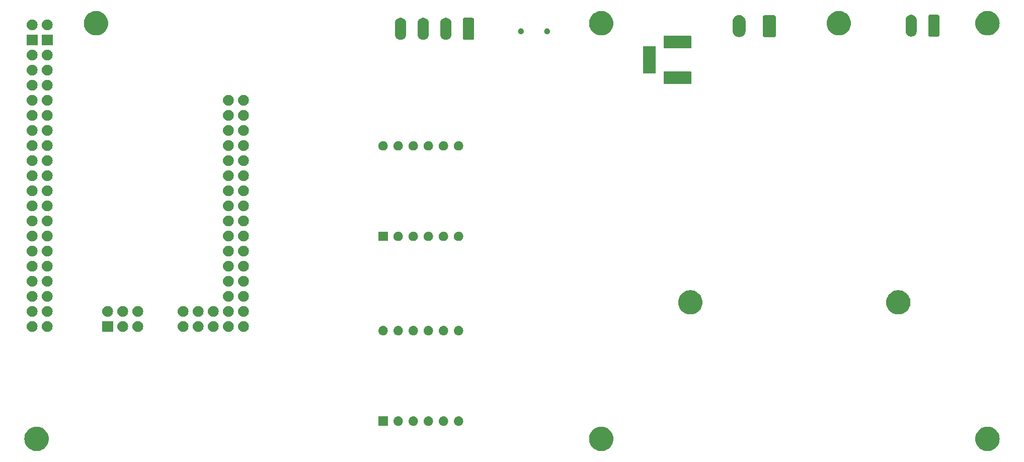
<source format=gbr>
%TF.GenerationSoftware,KiCad,Pcbnew,8.0.3*%
%TF.CreationDate,2024-08-04T18:58:25-04:00*%
%TF.ProjectId,UMTK,554d544b-2e6b-4696-9361-645f70636258,rev?*%
%TF.SameCoordinates,Original*%
%TF.FileFunction,Soldermask,Bot*%
%TF.FilePolarity,Negative*%
%FSLAX46Y46*%
G04 Gerber Fmt 4.6, Leading zero omitted, Abs format (unit mm)*
G04 Created by KiCad (PCBNEW 8.0.3) date 2024-08-04 18:58:25*
%MOMM*%
%LPD*%
G01*
G04 APERTURE LIST*
G04 APERTURE END LIST*
G36*
X25417085Y-92992878D02*
G01*
X25686503Y-93068365D01*
X25943133Y-93179835D01*
X26182195Y-93325212D01*
X26399234Y-93501786D01*
X26590208Y-93706270D01*
X26751560Y-93934853D01*
X26880283Y-94183278D01*
X26973980Y-94446917D01*
X27030906Y-94720858D01*
X27050000Y-95000000D01*
X27030906Y-95279142D01*
X26973980Y-95553083D01*
X26880283Y-95816722D01*
X26751560Y-96065147D01*
X26590208Y-96293730D01*
X26399234Y-96498214D01*
X26182195Y-96674788D01*
X25943133Y-96820165D01*
X25686503Y-96931635D01*
X25417085Y-97007122D01*
X25139897Y-97045221D01*
X24860103Y-97045221D01*
X24582915Y-97007122D01*
X24313497Y-96931635D01*
X24056867Y-96820165D01*
X23817805Y-96674788D01*
X23600766Y-96498214D01*
X23409792Y-96293730D01*
X23248440Y-96065147D01*
X23119717Y-95816722D01*
X23026020Y-95553083D01*
X22969094Y-95279142D01*
X22950000Y-95000000D01*
X22969094Y-94720858D01*
X23026020Y-94446917D01*
X23119717Y-94183278D01*
X23248440Y-93934853D01*
X23409792Y-93706270D01*
X23600766Y-93501786D01*
X23817805Y-93325212D01*
X24056867Y-93179835D01*
X24313497Y-93068365D01*
X24582915Y-92992878D01*
X24860103Y-92954779D01*
X25139897Y-92954779D01*
X25417085Y-92992878D01*
G37*
G36*
X120417085Y-92992878D02*
G01*
X120686503Y-93068365D01*
X120943133Y-93179835D01*
X121182195Y-93325212D01*
X121399234Y-93501786D01*
X121590208Y-93706270D01*
X121751560Y-93934853D01*
X121880283Y-94183278D01*
X121973980Y-94446917D01*
X122030906Y-94720858D01*
X122050000Y-95000000D01*
X122030906Y-95279142D01*
X121973980Y-95553083D01*
X121880283Y-95816722D01*
X121751560Y-96065147D01*
X121590208Y-96293730D01*
X121399234Y-96498214D01*
X121182195Y-96674788D01*
X120943133Y-96820165D01*
X120686503Y-96931635D01*
X120417085Y-97007122D01*
X120139897Y-97045221D01*
X119860103Y-97045221D01*
X119582915Y-97007122D01*
X119313497Y-96931635D01*
X119056867Y-96820165D01*
X118817805Y-96674788D01*
X118600766Y-96498214D01*
X118409792Y-96293730D01*
X118248440Y-96065147D01*
X118119717Y-95816722D01*
X118026020Y-95553083D01*
X117969094Y-95279142D01*
X117950000Y-95000000D01*
X117969094Y-94720858D01*
X118026020Y-94446917D01*
X118119717Y-94183278D01*
X118248440Y-93934853D01*
X118409792Y-93706270D01*
X118600766Y-93501786D01*
X118817805Y-93325212D01*
X119056867Y-93179835D01*
X119313497Y-93068365D01*
X119582915Y-92992878D01*
X119860103Y-92954779D01*
X120139897Y-92954779D01*
X120417085Y-92992878D01*
G37*
G36*
X185417085Y-92992878D02*
G01*
X185686503Y-93068365D01*
X185943133Y-93179835D01*
X186182195Y-93325212D01*
X186399234Y-93501786D01*
X186590208Y-93706270D01*
X186751560Y-93934853D01*
X186880283Y-94183278D01*
X186973980Y-94446917D01*
X187030906Y-94720858D01*
X187050000Y-95000000D01*
X187030906Y-95279142D01*
X186973980Y-95553083D01*
X186880283Y-95816722D01*
X186751560Y-96065147D01*
X186590208Y-96293730D01*
X186399234Y-96498214D01*
X186182195Y-96674788D01*
X185943133Y-96820165D01*
X185686503Y-96931635D01*
X185417085Y-97007122D01*
X185139897Y-97045221D01*
X184860103Y-97045221D01*
X184582915Y-97007122D01*
X184313497Y-96931635D01*
X184056867Y-96820165D01*
X183817805Y-96674788D01*
X183600766Y-96498214D01*
X183409792Y-96293730D01*
X183248440Y-96065147D01*
X183119717Y-95816722D01*
X183026020Y-95553083D01*
X182969094Y-95279142D01*
X182950000Y-95000000D01*
X182969094Y-94720858D01*
X183026020Y-94446917D01*
X183119717Y-94183278D01*
X183248440Y-93934853D01*
X183409792Y-93706270D01*
X183600766Y-93501786D01*
X183817805Y-93325212D01*
X184056867Y-93179835D01*
X184313497Y-93068365D01*
X184582915Y-92992878D01*
X184860103Y-92954779D01*
X185139897Y-92954779D01*
X185417085Y-92992878D01*
G37*
G36*
X84069134Y-91203806D02*
G01*
X84085355Y-91214645D01*
X84096194Y-91230866D01*
X84100000Y-91250000D01*
X84100000Y-92750000D01*
X84096194Y-92769134D01*
X84085355Y-92785355D01*
X84069134Y-92796194D01*
X84050000Y-92800000D01*
X82550000Y-92800000D01*
X82530866Y-92796194D01*
X82514645Y-92785355D01*
X82503806Y-92769134D01*
X82500000Y-92750000D01*
X82500000Y-91250000D01*
X82503806Y-91230866D01*
X82514645Y-91214645D01*
X82530866Y-91203806D01*
X82550000Y-91200000D01*
X84050000Y-91200000D01*
X84069134Y-91203806D01*
G37*
G36*
X85880107Y-91204519D02*
G01*
X85923607Y-91204519D01*
X85972680Y-91214949D01*
X86018017Y-91220058D01*
X86050982Y-91231592D01*
X86087171Y-91239285D01*
X86139321Y-91262504D01*
X86187107Y-91279225D01*
X86211982Y-91294855D01*
X86239931Y-91307299D01*
X86292042Y-91345160D01*
X86338792Y-91374535D01*
X86355580Y-91391323D01*
X86375211Y-91405586D01*
X86423742Y-91459485D01*
X86465465Y-91501208D01*
X86475061Y-91516481D01*
X86487101Y-91529852D01*
X86528288Y-91601190D01*
X86560775Y-91652893D01*
X86564831Y-91664485D01*
X86570712Y-91674671D01*
X86600829Y-91767361D01*
X86619942Y-91821983D01*
X86620666Y-91828414D01*
X86622383Y-91833697D01*
X86637946Y-91981773D01*
X86640000Y-92000000D01*
X86637946Y-92018228D01*
X86622383Y-92166302D01*
X86620666Y-92171583D01*
X86619942Y-92178017D01*
X86600824Y-92232651D01*
X86570712Y-92325328D01*
X86564832Y-92335512D01*
X86560775Y-92347107D01*
X86528280Y-92398820D01*
X86487101Y-92470147D01*
X86475063Y-92483515D01*
X86465465Y-92498792D01*
X86423733Y-92540523D01*
X86375211Y-92594413D01*
X86355584Y-92608672D01*
X86338792Y-92625465D01*
X86292032Y-92654846D01*
X86239931Y-92692700D01*
X86211988Y-92705141D01*
X86187107Y-92720775D01*
X86139310Y-92737499D01*
X86087171Y-92760714D01*
X86050987Y-92768405D01*
X86018017Y-92779942D01*
X85972677Y-92785050D01*
X85923607Y-92795481D01*
X85880107Y-92795481D01*
X85840000Y-92800000D01*
X85799893Y-92795481D01*
X85756393Y-92795481D01*
X85707321Y-92785050D01*
X85661983Y-92779942D01*
X85629013Y-92768405D01*
X85592828Y-92760714D01*
X85540684Y-92737497D01*
X85492893Y-92720775D01*
X85468014Y-92705142D01*
X85440068Y-92692700D01*
X85387960Y-92654841D01*
X85341208Y-92625465D01*
X85324418Y-92608675D01*
X85304788Y-92594413D01*
X85256256Y-92540513D01*
X85214535Y-92498792D01*
X85204938Y-92483519D01*
X85192898Y-92470147D01*
X85151706Y-92398801D01*
X85119225Y-92347107D01*
X85115169Y-92335516D01*
X85109287Y-92325328D01*
X85079161Y-92232611D01*
X85060058Y-92178017D01*
X85059333Y-92171588D01*
X85057616Y-92166302D01*
X85042038Y-92018096D01*
X85040000Y-92000000D01*
X85042038Y-91981905D01*
X85057616Y-91833697D01*
X85059333Y-91828410D01*
X85060058Y-91821983D01*
X85079156Y-91767401D01*
X85109287Y-91674671D01*
X85115170Y-91664480D01*
X85119225Y-91652893D01*
X85151699Y-91601209D01*
X85192898Y-91529852D01*
X85204940Y-91516477D01*
X85214535Y-91501208D01*
X85256247Y-91459495D01*
X85304788Y-91405586D01*
X85324421Y-91391321D01*
X85341208Y-91374535D01*
X85387954Y-91345162D01*
X85440069Y-91307299D01*
X85468017Y-91294855D01*
X85492893Y-91279225D01*
X85540675Y-91262505D01*
X85592828Y-91239285D01*
X85629019Y-91231592D01*
X85661983Y-91220058D01*
X85707318Y-91214949D01*
X85756393Y-91204519D01*
X85799893Y-91204519D01*
X85840000Y-91200000D01*
X85880107Y-91204519D01*
G37*
G36*
X88420107Y-91204519D02*
G01*
X88463607Y-91204519D01*
X88512680Y-91214949D01*
X88558017Y-91220058D01*
X88590982Y-91231592D01*
X88627171Y-91239285D01*
X88679321Y-91262504D01*
X88727107Y-91279225D01*
X88751982Y-91294855D01*
X88779931Y-91307299D01*
X88832042Y-91345160D01*
X88878792Y-91374535D01*
X88895580Y-91391323D01*
X88915211Y-91405586D01*
X88963742Y-91459485D01*
X89005465Y-91501208D01*
X89015061Y-91516481D01*
X89027101Y-91529852D01*
X89068288Y-91601190D01*
X89100775Y-91652893D01*
X89104831Y-91664485D01*
X89110712Y-91674671D01*
X89140829Y-91767361D01*
X89159942Y-91821983D01*
X89160666Y-91828414D01*
X89162383Y-91833697D01*
X89177946Y-91981773D01*
X89180000Y-92000000D01*
X89177946Y-92018228D01*
X89162383Y-92166302D01*
X89160666Y-92171583D01*
X89159942Y-92178017D01*
X89140824Y-92232651D01*
X89110712Y-92325328D01*
X89104832Y-92335512D01*
X89100775Y-92347107D01*
X89068280Y-92398820D01*
X89027101Y-92470147D01*
X89015063Y-92483515D01*
X89005465Y-92498792D01*
X88963733Y-92540523D01*
X88915211Y-92594413D01*
X88895584Y-92608672D01*
X88878792Y-92625465D01*
X88832032Y-92654846D01*
X88779931Y-92692700D01*
X88751988Y-92705141D01*
X88727107Y-92720775D01*
X88679310Y-92737499D01*
X88627171Y-92760714D01*
X88590987Y-92768405D01*
X88558017Y-92779942D01*
X88512677Y-92785050D01*
X88463607Y-92795481D01*
X88420107Y-92795481D01*
X88380000Y-92800000D01*
X88339893Y-92795481D01*
X88296393Y-92795481D01*
X88247321Y-92785050D01*
X88201983Y-92779942D01*
X88169013Y-92768405D01*
X88132828Y-92760714D01*
X88080684Y-92737497D01*
X88032893Y-92720775D01*
X88008014Y-92705142D01*
X87980068Y-92692700D01*
X87927960Y-92654841D01*
X87881208Y-92625465D01*
X87864418Y-92608675D01*
X87844788Y-92594413D01*
X87796256Y-92540513D01*
X87754535Y-92498792D01*
X87744938Y-92483519D01*
X87732898Y-92470147D01*
X87691706Y-92398801D01*
X87659225Y-92347107D01*
X87655169Y-92335516D01*
X87649287Y-92325328D01*
X87619161Y-92232611D01*
X87600058Y-92178017D01*
X87599333Y-92171588D01*
X87597616Y-92166302D01*
X87582038Y-92018096D01*
X87580000Y-92000000D01*
X87582038Y-91981905D01*
X87597616Y-91833697D01*
X87599333Y-91828410D01*
X87600058Y-91821983D01*
X87619156Y-91767401D01*
X87649287Y-91674671D01*
X87655170Y-91664480D01*
X87659225Y-91652893D01*
X87691699Y-91601209D01*
X87732898Y-91529852D01*
X87744940Y-91516477D01*
X87754535Y-91501208D01*
X87796247Y-91459495D01*
X87844788Y-91405586D01*
X87864421Y-91391321D01*
X87881208Y-91374535D01*
X87927954Y-91345162D01*
X87980069Y-91307299D01*
X88008017Y-91294855D01*
X88032893Y-91279225D01*
X88080675Y-91262505D01*
X88132828Y-91239285D01*
X88169019Y-91231592D01*
X88201983Y-91220058D01*
X88247318Y-91214949D01*
X88296393Y-91204519D01*
X88339893Y-91204519D01*
X88380000Y-91200000D01*
X88420107Y-91204519D01*
G37*
G36*
X90960107Y-91204519D02*
G01*
X91003607Y-91204519D01*
X91052680Y-91214949D01*
X91098017Y-91220058D01*
X91130982Y-91231592D01*
X91167171Y-91239285D01*
X91219321Y-91262504D01*
X91267107Y-91279225D01*
X91291982Y-91294855D01*
X91319931Y-91307299D01*
X91372042Y-91345160D01*
X91418792Y-91374535D01*
X91435580Y-91391323D01*
X91455211Y-91405586D01*
X91503742Y-91459485D01*
X91545465Y-91501208D01*
X91555061Y-91516481D01*
X91567101Y-91529852D01*
X91608288Y-91601190D01*
X91640775Y-91652893D01*
X91644831Y-91664485D01*
X91650712Y-91674671D01*
X91680829Y-91767361D01*
X91699942Y-91821983D01*
X91700666Y-91828414D01*
X91702383Y-91833697D01*
X91717946Y-91981773D01*
X91720000Y-92000000D01*
X91717946Y-92018228D01*
X91702383Y-92166302D01*
X91700666Y-92171583D01*
X91699942Y-92178017D01*
X91680824Y-92232651D01*
X91650712Y-92325328D01*
X91644832Y-92335512D01*
X91640775Y-92347107D01*
X91608280Y-92398820D01*
X91567101Y-92470147D01*
X91555063Y-92483515D01*
X91545465Y-92498792D01*
X91503733Y-92540523D01*
X91455211Y-92594413D01*
X91435584Y-92608672D01*
X91418792Y-92625465D01*
X91372032Y-92654846D01*
X91319931Y-92692700D01*
X91291988Y-92705141D01*
X91267107Y-92720775D01*
X91219310Y-92737499D01*
X91167171Y-92760714D01*
X91130987Y-92768405D01*
X91098017Y-92779942D01*
X91052677Y-92785050D01*
X91003607Y-92795481D01*
X90960107Y-92795481D01*
X90920000Y-92800000D01*
X90879893Y-92795481D01*
X90836393Y-92795481D01*
X90787321Y-92785050D01*
X90741983Y-92779942D01*
X90709013Y-92768405D01*
X90672828Y-92760714D01*
X90620684Y-92737497D01*
X90572893Y-92720775D01*
X90548014Y-92705142D01*
X90520068Y-92692700D01*
X90467960Y-92654841D01*
X90421208Y-92625465D01*
X90404418Y-92608675D01*
X90384788Y-92594413D01*
X90336256Y-92540513D01*
X90294535Y-92498792D01*
X90284938Y-92483519D01*
X90272898Y-92470147D01*
X90231706Y-92398801D01*
X90199225Y-92347107D01*
X90195169Y-92335516D01*
X90189287Y-92325328D01*
X90159161Y-92232611D01*
X90140058Y-92178017D01*
X90139333Y-92171588D01*
X90137616Y-92166302D01*
X90122038Y-92018096D01*
X90120000Y-92000000D01*
X90122038Y-91981905D01*
X90137616Y-91833697D01*
X90139333Y-91828410D01*
X90140058Y-91821983D01*
X90159156Y-91767401D01*
X90189287Y-91674671D01*
X90195170Y-91664480D01*
X90199225Y-91652893D01*
X90231699Y-91601209D01*
X90272898Y-91529852D01*
X90284940Y-91516477D01*
X90294535Y-91501208D01*
X90336247Y-91459495D01*
X90384788Y-91405586D01*
X90404421Y-91391321D01*
X90421208Y-91374535D01*
X90467954Y-91345162D01*
X90520069Y-91307299D01*
X90548017Y-91294855D01*
X90572893Y-91279225D01*
X90620675Y-91262505D01*
X90672828Y-91239285D01*
X90709019Y-91231592D01*
X90741983Y-91220058D01*
X90787318Y-91214949D01*
X90836393Y-91204519D01*
X90879893Y-91204519D01*
X90920000Y-91200000D01*
X90960107Y-91204519D01*
G37*
G36*
X93500107Y-91204519D02*
G01*
X93543607Y-91204519D01*
X93592680Y-91214949D01*
X93638017Y-91220058D01*
X93670982Y-91231592D01*
X93707171Y-91239285D01*
X93759321Y-91262504D01*
X93807107Y-91279225D01*
X93831982Y-91294855D01*
X93859931Y-91307299D01*
X93912042Y-91345160D01*
X93958792Y-91374535D01*
X93975580Y-91391323D01*
X93995211Y-91405586D01*
X94043742Y-91459485D01*
X94085465Y-91501208D01*
X94095061Y-91516481D01*
X94107101Y-91529852D01*
X94148288Y-91601190D01*
X94180775Y-91652893D01*
X94184831Y-91664485D01*
X94190712Y-91674671D01*
X94220829Y-91767361D01*
X94239942Y-91821983D01*
X94240666Y-91828414D01*
X94242383Y-91833697D01*
X94257946Y-91981773D01*
X94260000Y-92000000D01*
X94257946Y-92018228D01*
X94242383Y-92166302D01*
X94240666Y-92171583D01*
X94239942Y-92178017D01*
X94220824Y-92232651D01*
X94190712Y-92325328D01*
X94184832Y-92335512D01*
X94180775Y-92347107D01*
X94148280Y-92398820D01*
X94107101Y-92470147D01*
X94095063Y-92483515D01*
X94085465Y-92498792D01*
X94043733Y-92540523D01*
X93995211Y-92594413D01*
X93975584Y-92608672D01*
X93958792Y-92625465D01*
X93912032Y-92654846D01*
X93859931Y-92692700D01*
X93831988Y-92705141D01*
X93807107Y-92720775D01*
X93759310Y-92737499D01*
X93707171Y-92760714D01*
X93670987Y-92768405D01*
X93638017Y-92779942D01*
X93592677Y-92785050D01*
X93543607Y-92795481D01*
X93500107Y-92795481D01*
X93460000Y-92800000D01*
X93419893Y-92795481D01*
X93376393Y-92795481D01*
X93327321Y-92785050D01*
X93281983Y-92779942D01*
X93249013Y-92768405D01*
X93212828Y-92760714D01*
X93160684Y-92737497D01*
X93112893Y-92720775D01*
X93088014Y-92705142D01*
X93060068Y-92692700D01*
X93007960Y-92654841D01*
X92961208Y-92625465D01*
X92944418Y-92608675D01*
X92924788Y-92594413D01*
X92876256Y-92540513D01*
X92834535Y-92498792D01*
X92824938Y-92483519D01*
X92812898Y-92470147D01*
X92771706Y-92398801D01*
X92739225Y-92347107D01*
X92735169Y-92335516D01*
X92729287Y-92325328D01*
X92699161Y-92232611D01*
X92680058Y-92178017D01*
X92679333Y-92171588D01*
X92677616Y-92166302D01*
X92662038Y-92018096D01*
X92660000Y-92000000D01*
X92662038Y-91981905D01*
X92677616Y-91833697D01*
X92679333Y-91828410D01*
X92680058Y-91821983D01*
X92699156Y-91767401D01*
X92729287Y-91674671D01*
X92735170Y-91664480D01*
X92739225Y-91652893D01*
X92771699Y-91601209D01*
X92812898Y-91529852D01*
X92824940Y-91516477D01*
X92834535Y-91501208D01*
X92876247Y-91459495D01*
X92924788Y-91405586D01*
X92944421Y-91391321D01*
X92961208Y-91374535D01*
X93007954Y-91345162D01*
X93060069Y-91307299D01*
X93088017Y-91294855D01*
X93112893Y-91279225D01*
X93160675Y-91262505D01*
X93212828Y-91239285D01*
X93249019Y-91231592D01*
X93281983Y-91220058D01*
X93327318Y-91214949D01*
X93376393Y-91204519D01*
X93419893Y-91204519D01*
X93460000Y-91200000D01*
X93500107Y-91204519D01*
G37*
G36*
X96040107Y-91204519D02*
G01*
X96083607Y-91204519D01*
X96132680Y-91214949D01*
X96178017Y-91220058D01*
X96210982Y-91231592D01*
X96247171Y-91239285D01*
X96299321Y-91262504D01*
X96347107Y-91279225D01*
X96371982Y-91294855D01*
X96399931Y-91307299D01*
X96452042Y-91345160D01*
X96498792Y-91374535D01*
X96515580Y-91391323D01*
X96535211Y-91405586D01*
X96583742Y-91459485D01*
X96625465Y-91501208D01*
X96635061Y-91516481D01*
X96647101Y-91529852D01*
X96688288Y-91601190D01*
X96720775Y-91652893D01*
X96724831Y-91664485D01*
X96730712Y-91674671D01*
X96760829Y-91767361D01*
X96779942Y-91821983D01*
X96780666Y-91828414D01*
X96782383Y-91833697D01*
X96797946Y-91981773D01*
X96800000Y-92000000D01*
X96797946Y-92018228D01*
X96782383Y-92166302D01*
X96780666Y-92171583D01*
X96779942Y-92178017D01*
X96760824Y-92232651D01*
X96730712Y-92325328D01*
X96724832Y-92335512D01*
X96720775Y-92347107D01*
X96688280Y-92398820D01*
X96647101Y-92470147D01*
X96635063Y-92483515D01*
X96625465Y-92498792D01*
X96583733Y-92540523D01*
X96535211Y-92594413D01*
X96515584Y-92608672D01*
X96498792Y-92625465D01*
X96452032Y-92654846D01*
X96399931Y-92692700D01*
X96371988Y-92705141D01*
X96347107Y-92720775D01*
X96299310Y-92737499D01*
X96247171Y-92760714D01*
X96210987Y-92768405D01*
X96178017Y-92779942D01*
X96132677Y-92785050D01*
X96083607Y-92795481D01*
X96040107Y-92795481D01*
X96000000Y-92800000D01*
X95959893Y-92795481D01*
X95916393Y-92795481D01*
X95867321Y-92785050D01*
X95821983Y-92779942D01*
X95789013Y-92768405D01*
X95752828Y-92760714D01*
X95700684Y-92737497D01*
X95652893Y-92720775D01*
X95628014Y-92705142D01*
X95600068Y-92692700D01*
X95547960Y-92654841D01*
X95501208Y-92625465D01*
X95484418Y-92608675D01*
X95464788Y-92594413D01*
X95416256Y-92540513D01*
X95374535Y-92498792D01*
X95364938Y-92483519D01*
X95352898Y-92470147D01*
X95311706Y-92398801D01*
X95279225Y-92347107D01*
X95275169Y-92335516D01*
X95269287Y-92325328D01*
X95239161Y-92232611D01*
X95220058Y-92178017D01*
X95219333Y-92171588D01*
X95217616Y-92166302D01*
X95202038Y-92018096D01*
X95200000Y-92000000D01*
X95202038Y-91981905D01*
X95217616Y-91833697D01*
X95219333Y-91828410D01*
X95220058Y-91821983D01*
X95239156Y-91767401D01*
X95269287Y-91674671D01*
X95275170Y-91664480D01*
X95279225Y-91652893D01*
X95311699Y-91601209D01*
X95352898Y-91529852D01*
X95364940Y-91516477D01*
X95374535Y-91501208D01*
X95416247Y-91459495D01*
X95464788Y-91405586D01*
X95484421Y-91391321D01*
X95501208Y-91374535D01*
X95547954Y-91345162D01*
X95600069Y-91307299D01*
X95628017Y-91294855D01*
X95652893Y-91279225D01*
X95700675Y-91262505D01*
X95752828Y-91239285D01*
X95789019Y-91231592D01*
X95821983Y-91220058D01*
X95867318Y-91214949D01*
X95916393Y-91204519D01*
X95959893Y-91204519D01*
X96000000Y-91200000D01*
X96040107Y-91204519D01*
G37*
G36*
X83340107Y-75964519D02*
G01*
X83383607Y-75964519D01*
X83432680Y-75974949D01*
X83478017Y-75980058D01*
X83510982Y-75991592D01*
X83547171Y-75999285D01*
X83599321Y-76022504D01*
X83647107Y-76039225D01*
X83671982Y-76054855D01*
X83699931Y-76067299D01*
X83752042Y-76105160D01*
X83798792Y-76134535D01*
X83815580Y-76151323D01*
X83835211Y-76165586D01*
X83883742Y-76219485D01*
X83925465Y-76261208D01*
X83935061Y-76276481D01*
X83947101Y-76289852D01*
X83988288Y-76361190D01*
X84020775Y-76412893D01*
X84024831Y-76424485D01*
X84030712Y-76434671D01*
X84060829Y-76527361D01*
X84079942Y-76581983D01*
X84080666Y-76588414D01*
X84082383Y-76593697D01*
X84097946Y-76741773D01*
X84100000Y-76760000D01*
X84097946Y-76778228D01*
X84082383Y-76926302D01*
X84080666Y-76931583D01*
X84079942Y-76938017D01*
X84060824Y-76992651D01*
X84030712Y-77085328D01*
X84024832Y-77095512D01*
X84020775Y-77107107D01*
X83988280Y-77158820D01*
X83947101Y-77230147D01*
X83935063Y-77243515D01*
X83925465Y-77258792D01*
X83883733Y-77300523D01*
X83835211Y-77354413D01*
X83815584Y-77368672D01*
X83798792Y-77385465D01*
X83752032Y-77414846D01*
X83699931Y-77452700D01*
X83671988Y-77465141D01*
X83647107Y-77480775D01*
X83599310Y-77497499D01*
X83547171Y-77520714D01*
X83510987Y-77528405D01*
X83478017Y-77539942D01*
X83432677Y-77545050D01*
X83383607Y-77555481D01*
X83340107Y-77555481D01*
X83300000Y-77560000D01*
X83259893Y-77555481D01*
X83216393Y-77555481D01*
X83167321Y-77545050D01*
X83121983Y-77539942D01*
X83089013Y-77528405D01*
X83052828Y-77520714D01*
X83000684Y-77497497D01*
X82952893Y-77480775D01*
X82928014Y-77465142D01*
X82900068Y-77452700D01*
X82847960Y-77414841D01*
X82801208Y-77385465D01*
X82784418Y-77368675D01*
X82764788Y-77354413D01*
X82716256Y-77300513D01*
X82674535Y-77258792D01*
X82664938Y-77243519D01*
X82652898Y-77230147D01*
X82611706Y-77158801D01*
X82579225Y-77107107D01*
X82575169Y-77095516D01*
X82569287Y-77085328D01*
X82539161Y-76992611D01*
X82520058Y-76938017D01*
X82519333Y-76931588D01*
X82517616Y-76926302D01*
X82502038Y-76778096D01*
X82500000Y-76760000D01*
X82502038Y-76741905D01*
X82517616Y-76593697D01*
X82519333Y-76588410D01*
X82520058Y-76581983D01*
X82539156Y-76527401D01*
X82569287Y-76434671D01*
X82575170Y-76424480D01*
X82579225Y-76412893D01*
X82611699Y-76361209D01*
X82652898Y-76289852D01*
X82664940Y-76276477D01*
X82674535Y-76261208D01*
X82716247Y-76219495D01*
X82764788Y-76165586D01*
X82784421Y-76151321D01*
X82801208Y-76134535D01*
X82847954Y-76105162D01*
X82900069Y-76067299D01*
X82928017Y-76054855D01*
X82952893Y-76039225D01*
X83000675Y-76022505D01*
X83052828Y-75999285D01*
X83089019Y-75991592D01*
X83121983Y-75980058D01*
X83167318Y-75974949D01*
X83216393Y-75964519D01*
X83259893Y-75964519D01*
X83300000Y-75960000D01*
X83340107Y-75964519D01*
G37*
G36*
X85880107Y-75964519D02*
G01*
X85923607Y-75964519D01*
X85972680Y-75974949D01*
X86018017Y-75980058D01*
X86050982Y-75991592D01*
X86087171Y-75999285D01*
X86139321Y-76022504D01*
X86187107Y-76039225D01*
X86211982Y-76054855D01*
X86239931Y-76067299D01*
X86292042Y-76105160D01*
X86338792Y-76134535D01*
X86355580Y-76151323D01*
X86375211Y-76165586D01*
X86423742Y-76219485D01*
X86465465Y-76261208D01*
X86475061Y-76276481D01*
X86487101Y-76289852D01*
X86528288Y-76361190D01*
X86560775Y-76412893D01*
X86564831Y-76424485D01*
X86570712Y-76434671D01*
X86600829Y-76527361D01*
X86619942Y-76581983D01*
X86620666Y-76588414D01*
X86622383Y-76593697D01*
X86637946Y-76741773D01*
X86640000Y-76760000D01*
X86637946Y-76778228D01*
X86622383Y-76926302D01*
X86620666Y-76931583D01*
X86619942Y-76938017D01*
X86600824Y-76992651D01*
X86570712Y-77085328D01*
X86564832Y-77095512D01*
X86560775Y-77107107D01*
X86528280Y-77158820D01*
X86487101Y-77230147D01*
X86475063Y-77243515D01*
X86465465Y-77258792D01*
X86423733Y-77300523D01*
X86375211Y-77354413D01*
X86355584Y-77368672D01*
X86338792Y-77385465D01*
X86292032Y-77414846D01*
X86239931Y-77452700D01*
X86211988Y-77465141D01*
X86187107Y-77480775D01*
X86139310Y-77497499D01*
X86087171Y-77520714D01*
X86050987Y-77528405D01*
X86018017Y-77539942D01*
X85972677Y-77545050D01*
X85923607Y-77555481D01*
X85880107Y-77555481D01*
X85840000Y-77560000D01*
X85799893Y-77555481D01*
X85756393Y-77555481D01*
X85707321Y-77545050D01*
X85661983Y-77539942D01*
X85629013Y-77528405D01*
X85592828Y-77520714D01*
X85540684Y-77497497D01*
X85492893Y-77480775D01*
X85468014Y-77465142D01*
X85440068Y-77452700D01*
X85387960Y-77414841D01*
X85341208Y-77385465D01*
X85324418Y-77368675D01*
X85304788Y-77354413D01*
X85256256Y-77300513D01*
X85214535Y-77258792D01*
X85204938Y-77243519D01*
X85192898Y-77230147D01*
X85151706Y-77158801D01*
X85119225Y-77107107D01*
X85115169Y-77095516D01*
X85109287Y-77085328D01*
X85079161Y-76992611D01*
X85060058Y-76938017D01*
X85059333Y-76931588D01*
X85057616Y-76926302D01*
X85042038Y-76778096D01*
X85040000Y-76760000D01*
X85042038Y-76741905D01*
X85057616Y-76593697D01*
X85059333Y-76588410D01*
X85060058Y-76581983D01*
X85079156Y-76527401D01*
X85109287Y-76434671D01*
X85115170Y-76424480D01*
X85119225Y-76412893D01*
X85151699Y-76361209D01*
X85192898Y-76289852D01*
X85204940Y-76276477D01*
X85214535Y-76261208D01*
X85256247Y-76219495D01*
X85304788Y-76165586D01*
X85324421Y-76151321D01*
X85341208Y-76134535D01*
X85387954Y-76105162D01*
X85440069Y-76067299D01*
X85468017Y-76054855D01*
X85492893Y-76039225D01*
X85540675Y-76022505D01*
X85592828Y-75999285D01*
X85629019Y-75991592D01*
X85661983Y-75980058D01*
X85707318Y-75974949D01*
X85756393Y-75964519D01*
X85799893Y-75964519D01*
X85840000Y-75960000D01*
X85880107Y-75964519D01*
G37*
G36*
X88420107Y-75964519D02*
G01*
X88463607Y-75964519D01*
X88512680Y-75974949D01*
X88558017Y-75980058D01*
X88590982Y-75991592D01*
X88627171Y-75999285D01*
X88679321Y-76022504D01*
X88727107Y-76039225D01*
X88751982Y-76054855D01*
X88779931Y-76067299D01*
X88832042Y-76105160D01*
X88878792Y-76134535D01*
X88895580Y-76151323D01*
X88915211Y-76165586D01*
X88963742Y-76219485D01*
X89005465Y-76261208D01*
X89015061Y-76276481D01*
X89027101Y-76289852D01*
X89068288Y-76361190D01*
X89100775Y-76412893D01*
X89104831Y-76424485D01*
X89110712Y-76434671D01*
X89140829Y-76527361D01*
X89159942Y-76581983D01*
X89160666Y-76588414D01*
X89162383Y-76593697D01*
X89177946Y-76741773D01*
X89180000Y-76760000D01*
X89177946Y-76778228D01*
X89162383Y-76926302D01*
X89160666Y-76931583D01*
X89159942Y-76938017D01*
X89140824Y-76992651D01*
X89110712Y-77085328D01*
X89104832Y-77095512D01*
X89100775Y-77107107D01*
X89068280Y-77158820D01*
X89027101Y-77230147D01*
X89015063Y-77243515D01*
X89005465Y-77258792D01*
X88963733Y-77300523D01*
X88915211Y-77354413D01*
X88895584Y-77368672D01*
X88878792Y-77385465D01*
X88832032Y-77414846D01*
X88779931Y-77452700D01*
X88751988Y-77465141D01*
X88727107Y-77480775D01*
X88679310Y-77497499D01*
X88627171Y-77520714D01*
X88590987Y-77528405D01*
X88558017Y-77539942D01*
X88512677Y-77545050D01*
X88463607Y-77555481D01*
X88420107Y-77555481D01*
X88380000Y-77560000D01*
X88339893Y-77555481D01*
X88296393Y-77555481D01*
X88247321Y-77545050D01*
X88201983Y-77539942D01*
X88169013Y-77528405D01*
X88132828Y-77520714D01*
X88080684Y-77497497D01*
X88032893Y-77480775D01*
X88008014Y-77465142D01*
X87980068Y-77452700D01*
X87927960Y-77414841D01*
X87881208Y-77385465D01*
X87864418Y-77368675D01*
X87844788Y-77354413D01*
X87796256Y-77300513D01*
X87754535Y-77258792D01*
X87744938Y-77243519D01*
X87732898Y-77230147D01*
X87691706Y-77158801D01*
X87659225Y-77107107D01*
X87655169Y-77095516D01*
X87649287Y-77085328D01*
X87619161Y-76992611D01*
X87600058Y-76938017D01*
X87599333Y-76931588D01*
X87597616Y-76926302D01*
X87582038Y-76778096D01*
X87580000Y-76760000D01*
X87582038Y-76741905D01*
X87597616Y-76593697D01*
X87599333Y-76588410D01*
X87600058Y-76581983D01*
X87619156Y-76527401D01*
X87649287Y-76434671D01*
X87655170Y-76424480D01*
X87659225Y-76412893D01*
X87691699Y-76361209D01*
X87732898Y-76289852D01*
X87744940Y-76276477D01*
X87754535Y-76261208D01*
X87796247Y-76219495D01*
X87844788Y-76165586D01*
X87864421Y-76151321D01*
X87881208Y-76134535D01*
X87927954Y-76105162D01*
X87980069Y-76067299D01*
X88008017Y-76054855D01*
X88032893Y-76039225D01*
X88080675Y-76022505D01*
X88132828Y-75999285D01*
X88169019Y-75991592D01*
X88201983Y-75980058D01*
X88247318Y-75974949D01*
X88296393Y-75964519D01*
X88339893Y-75964519D01*
X88380000Y-75960000D01*
X88420107Y-75964519D01*
G37*
G36*
X90960107Y-75964519D02*
G01*
X91003607Y-75964519D01*
X91052680Y-75974949D01*
X91098017Y-75980058D01*
X91130982Y-75991592D01*
X91167171Y-75999285D01*
X91219321Y-76022504D01*
X91267107Y-76039225D01*
X91291982Y-76054855D01*
X91319931Y-76067299D01*
X91372042Y-76105160D01*
X91418792Y-76134535D01*
X91435580Y-76151323D01*
X91455211Y-76165586D01*
X91503742Y-76219485D01*
X91545465Y-76261208D01*
X91555061Y-76276481D01*
X91567101Y-76289852D01*
X91608288Y-76361190D01*
X91640775Y-76412893D01*
X91644831Y-76424485D01*
X91650712Y-76434671D01*
X91680829Y-76527361D01*
X91699942Y-76581983D01*
X91700666Y-76588414D01*
X91702383Y-76593697D01*
X91717946Y-76741773D01*
X91720000Y-76760000D01*
X91717946Y-76778228D01*
X91702383Y-76926302D01*
X91700666Y-76931583D01*
X91699942Y-76938017D01*
X91680824Y-76992651D01*
X91650712Y-77085328D01*
X91644832Y-77095512D01*
X91640775Y-77107107D01*
X91608280Y-77158820D01*
X91567101Y-77230147D01*
X91555063Y-77243515D01*
X91545465Y-77258792D01*
X91503733Y-77300523D01*
X91455211Y-77354413D01*
X91435584Y-77368672D01*
X91418792Y-77385465D01*
X91372032Y-77414846D01*
X91319931Y-77452700D01*
X91291988Y-77465141D01*
X91267107Y-77480775D01*
X91219310Y-77497499D01*
X91167171Y-77520714D01*
X91130987Y-77528405D01*
X91098017Y-77539942D01*
X91052677Y-77545050D01*
X91003607Y-77555481D01*
X90960107Y-77555481D01*
X90920000Y-77560000D01*
X90879893Y-77555481D01*
X90836393Y-77555481D01*
X90787321Y-77545050D01*
X90741983Y-77539942D01*
X90709013Y-77528405D01*
X90672828Y-77520714D01*
X90620684Y-77497497D01*
X90572893Y-77480775D01*
X90548014Y-77465142D01*
X90520068Y-77452700D01*
X90467960Y-77414841D01*
X90421208Y-77385465D01*
X90404418Y-77368675D01*
X90384788Y-77354413D01*
X90336256Y-77300513D01*
X90294535Y-77258792D01*
X90284938Y-77243519D01*
X90272898Y-77230147D01*
X90231706Y-77158801D01*
X90199225Y-77107107D01*
X90195169Y-77095516D01*
X90189287Y-77085328D01*
X90159161Y-76992611D01*
X90140058Y-76938017D01*
X90139333Y-76931588D01*
X90137616Y-76926302D01*
X90122038Y-76778096D01*
X90120000Y-76760000D01*
X90122038Y-76741905D01*
X90137616Y-76593697D01*
X90139333Y-76588410D01*
X90140058Y-76581983D01*
X90159156Y-76527401D01*
X90189287Y-76434671D01*
X90195170Y-76424480D01*
X90199225Y-76412893D01*
X90231699Y-76361209D01*
X90272898Y-76289852D01*
X90284940Y-76276477D01*
X90294535Y-76261208D01*
X90336247Y-76219495D01*
X90384788Y-76165586D01*
X90404421Y-76151321D01*
X90421208Y-76134535D01*
X90467954Y-76105162D01*
X90520069Y-76067299D01*
X90548017Y-76054855D01*
X90572893Y-76039225D01*
X90620675Y-76022505D01*
X90672828Y-75999285D01*
X90709019Y-75991592D01*
X90741983Y-75980058D01*
X90787318Y-75974949D01*
X90836393Y-75964519D01*
X90879893Y-75964519D01*
X90920000Y-75960000D01*
X90960107Y-75964519D01*
G37*
G36*
X93500107Y-75964519D02*
G01*
X93543607Y-75964519D01*
X93592680Y-75974949D01*
X93638017Y-75980058D01*
X93670982Y-75991592D01*
X93707171Y-75999285D01*
X93759321Y-76022504D01*
X93807107Y-76039225D01*
X93831982Y-76054855D01*
X93859931Y-76067299D01*
X93912042Y-76105160D01*
X93958792Y-76134535D01*
X93975580Y-76151323D01*
X93995211Y-76165586D01*
X94043742Y-76219485D01*
X94085465Y-76261208D01*
X94095061Y-76276481D01*
X94107101Y-76289852D01*
X94148288Y-76361190D01*
X94180775Y-76412893D01*
X94184831Y-76424485D01*
X94190712Y-76434671D01*
X94220829Y-76527361D01*
X94239942Y-76581983D01*
X94240666Y-76588414D01*
X94242383Y-76593697D01*
X94257946Y-76741773D01*
X94260000Y-76760000D01*
X94257946Y-76778228D01*
X94242383Y-76926302D01*
X94240666Y-76931583D01*
X94239942Y-76938017D01*
X94220824Y-76992651D01*
X94190712Y-77085328D01*
X94184832Y-77095512D01*
X94180775Y-77107107D01*
X94148280Y-77158820D01*
X94107101Y-77230147D01*
X94095063Y-77243515D01*
X94085465Y-77258792D01*
X94043733Y-77300523D01*
X93995211Y-77354413D01*
X93975584Y-77368672D01*
X93958792Y-77385465D01*
X93912032Y-77414846D01*
X93859931Y-77452700D01*
X93831988Y-77465141D01*
X93807107Y-77480775D01*
X93759310Y-77497499D01*
X93707171Y-77520714D01*
X93670987Y-77528405D01*
X93638017Y-77539942D01*
X93592677Y-77545050D01*
X93543607Y-77555481D01*
X93500107Y-77555481D01*
X93460000Y-77560000D01*
X93419893Y-77555481D01*
X93376393Y-77555481D01*
X93327321Y-77545050D01*
X93281983Y-77539942D01*
X93249013Y-77528405D01*
X93212828Y-77520714D01*
X93160684Y-77497497D01*
X93112893Y-77480775D01*
X93088014Y-77465142D01*
X93060068Y-77452700D01*
X93007960Y-77414841D01*
X92961208Y-77385465D01*
X92944418Y-77368675D01*
X92924788Y-77354413D01*
X92876256Y-77300513D01*
X92834535Y-77258792D01*
X92824938Y-77243519D01*
X92812898Y-77230147D01*
X92771706Y-77158801D01*
X92739225Y-77107107D01*
X92735169Y-77095516D01*
X92729287Y-77085328D01*
X92699161Y-76992611D01*
X92680058Y-76938017D01*
X92679333Y-76931588D01*
X92677616Y-76926302D01*
X92662038Y-76778096D01*
X92660000Y-76760000D01*
X92662038Y-76741905D01*
X92677616Y-76593697D01*
X92679333Y-76588410D01*
X92680058Y-76581983D01*
X92699156Y-76527401D01*
X92729287Y-76434671D01*
X92735170Y-76424480D01*
X92739225Y-76412893D01*
X92771699Y-76361209D01*
X92812898Y-76289852D01*
X92824940Y-76276477D01*
X92834535Y-76261208D01*
X92876247Y-76219495D01*
X92924788Y-76165586D01*
X92944421Y-76151321D01*
X92961208Y-76134535D01*
X93007954Y-76105162D01*
X93060069Y-76067299D01*
X93088017Y-76054855D01*
X93112893Y-76039225D01*
X93160675Y-76022505D01*
X93212828Y-75999285D01*
X93249019Y-75991592D01*
X93281983Y-75980058D01*
X93327318Y-75974949D01*
X93376393Y-75964519D01*
X93419893Y-75964519D01*
X93460000Y-75960000D01*
X93500107Y-75964519D01*
G37*
G36*
X96040107Y-75964519D02*
G01*
X96083607Y-75964519D01*
X96132680Y-75974949D01*
X96178017Y-75980058D01*
X96210982Y-75991592D01*
X96247171Y-75999285D01*
X96299321Y-76022504D01*
X96347107Y-76039225D01*
X96371982Y-76054855D01*
X96399931Y-76067299D01*
X96452042Y-76105160D01*
X96498792Y-76134535D01*
X96515580Y-76151323D01*
X96535211Y-76165586D01*
X96583742Y-76219485D01*
X96625465Y-76261208D01*
X96635061Y-76276481D01*
X96647101Y-76289852D01*
X96688288Y-76361190D01*
X96720775Y-76412893D01*
X96724831Y-76424485D01*
X96730712Y-76434671D01*
X96760829Y-76527361D01*
X96779942Y-76581983D01*
X96780666Y-76588414D01*
X96782383Y-76593697D01*
X96797946Y-76741773D01*
X96800000Y-76760000D01*
X96797946Y-76778228D01*
X96782383Y-76926302D01*
X96780666Y-76931583D01*
X96779942Y-76938017D01*
X96760824Y-76992651D01*
X96730712Y-77085328D01*
X96724832Y-77095512D01*
X96720775Y-77107107D01*
X96688280Y-77158820D01*
X96647101Y-77230147D01*
X96635063Y-77243515D01*
X96625465Y-77258792D01*
X96583733Y-77300523D01*
X96535211Y-77354413D01*
X96515584Y-77368672D01*
X96498792Y-77385465D01*
X96452032Y-77414846D01*
X96399931Y-77452700D01*
X96371988Y-77465141D01*
X96347107Y-77480775D01*
X96299310Y-77497499D01*
X96247171Y-77520714D01*
X96210987Y-77528405D01*
X96178017Y-77539942D01*
X96132677Y-77545050D01*
X96083607Y-77555481D01*
X96040107Y-77555481D01*
X96000000Y-77560000D01*
X95959893Y-77555481D01*
X95916393Y-77555481D01*
X95867321Y-77545050D01*
X95821983Y-77539942D01*
X95789013Y-77528405D01*
X95752828Y-77520714D01*
X95700684Y-77497497D01*
X95652893Y-77480775D01*
X95628014Y-77465142D01*
X95600068Y-77452700D01*
X95547960Y-77414841D01*
X95501208Y-77385465D01*
X95484418Y-77368675D01*
X95464788Y-77354413D01*
X95416256Y-77300513D01*
X95374535Y-77258792D01*
X95364938Y-77243519D01*
X95352898Y-77230147D01*
X95311706Y-77158801D01*
X95279225Y-77107107D01*
X95275169Y-77095516D01*
X95269287Y-77085328D01*
X95239161Y-76992611D01*
X95220058Y-76938017D01*
X95219333Y-76931588D01*
X95217616Y-76926302D01*
X95202038Y-76778096D01*
X95200000Y-76760000D01*
X95202038Y-76741905D01*
X95217616Y-76593697D01*
X95219333Y-76588410D01*
X95220058Y-76581983D01*
X95239156Y-76527401D01*
X95269287Y-76434671D01*
X95275170Y-76424480D01*
X95279225Y-76412893D01*
X95311699Y-76361209D01*
X95352898Y-76289852D01*
X95364940Y-76276477D01*
X95374535Y-76261208D01*
X95416247Y-76219495D01*
X95464788Y-76165586D01*
X95484421Y-76151321D01*
X95501208Y-76134535D01*
X95547954Y-76105162D01*
X95600069Y-76067299D01*
X95628017Y-76054855D01*
X95652893Y-76039225D01*
X95700675Y-76022505D01*
X95752828Y-75999285D01*
X95789019Y-75991592D01*
X95821983Y-75980058D01*
X95867318Y-75974949D01*
X95916393Y-75964519D01*
X95959893Y-75964519D01*
X96000000Y-75960000D01*
X96040107Y-75964519D01*
G37*
G36*
X37839734Y-75163206D02*
G01*
X37855955Y-75174045D01*
X37866794Y-75190266D01*
X37870600Y-75209400D01*
X37870600Y-76936600D01*
X37866794Y-76955734D01*
X37855955Y-76971955D01*
X37839734Y-76982794D01*
X37820600Y-76986600D01*
X36093400Y-76986600D01*
X36074266Y-76982794D01*
X36058045Y-76971955D01*
X36047206Y-76955734D01*
X36043400Y-76936600D01*
X36043400Y-75209400D01*
X36047206Y-75190266D01*
X36058045Y-75174045D01*
X36074266Y-75163206D01*
X36093400Y-75159400D01*
X37820600Y-75159400D01*
X37839734Y-75163206D01*
G37*
G36*
X24539318Y-75204115D02*
G01*
X24713800Y-75281799D01*
X24868318Y-75394063D01*
X24996118Y-75535999D01*
X25091615Y-75701405D01*
X25150636Y-75883052D01*
X25170600Y-76073000D01*
X25150636Y-76262948D01*
X25091615Y-76444595D01*
X24996118Y-76610001D01*
X24868318Y-76751937D01*
X24713800Y-76864201D01*
X24539318Y-76941885D01*
X24352497Y-76981595D01*
X24161503Y-76981595D01*
X23974682Y-76941885D01*
X23800200Y-76864201D01*
X23645682Y-76751937D01*
X23517882Y-76610001D01*
X23422385Y-76444595D01*
X23363364Y-76262948D01*
X23343400Y-76073000D01*
X23363364Y-75883052D01*
X23422385Y-75701405D01*
X23517882Y-75535999D01*
X23645682Y-75394063D01*
X23800200Y-75281799D01*
X23974682Y-75204115D01*
X24161503Y-75164405D01*
X24352497Y-75164405D01*
X24539318Y-75204115D01*
G37*
G36*
X27079318Y-75204115D02*
G01*
X27253800Y-75281799D01*
X27408318Y-75394063D01*
X27536118Y-75535999D01*
X27631615Y-75701405D01*
X27690636Y-75883052D01*
X27710600Y-76073000D01*
X27690636Y-76262948D01*
X27631615Y-76444595D01*
X27536118Y-76610001D01*
X27408318Y-76751937D01*
X27253800Y-76864201D01*
X27079318Y-76941885D01*
X26892497Y-76981595D01*
X26701503Y-76981595D01*
X26514682Y-76941885D01*
X26340200Y-76864201D01*
X26185682Y-76751937D01*
X26057882Y-76610001D01*
X25962385Y-76444595D01*
X25903364Y-76262948D01*
X25883400Y-76073000D01*
X25903364Y-75883052D01*
X25962385Y-75701405D01*
X26057882Y-75535999D01*
X26185682Y-75394063D01*
X26340200Y-75281799D01*
X26514682Y-75204115D01*
X26701503Y-75164405D01*
X26892497Y-75164405D01*
X27079318Y-75204115D01*
G37*
G36*
X39779318Y-75204115D02*
G01*
X39953800Y-75281799D01*
X40108318Y-75394063D01*
X40236118Y-75535999D01*
X40331615Y-75701405D01*
X40390636Y-75883052D01*
X40410600Y-76073000D01*
X40390636Y-76262948D01*
X40331615Y-76444595D01*
X40236118Y-76610001D01*
X40108318Y-76751937D01*
X39953800Y-76864201D01*
X39779318Y-76941885D01*
X39592497Y-76981595D01*
X39401503Y-76981595D01*
X39214682Y-76941885D01*
X39040200Y-76864201D01*
X38885682Y-76751937D01*
X38757882Y-76610001D01*
X38662385Y-76444595D01*
X38603364Y-76262948D01*
X38583400Y-76073000D01*
X38603364Y-75883052D01*
X38662385Y-75701405D01*
X38757882Y-75535999D01*
X38885682Y-75394063D01*
X39040200Y-75281799D01*
X39214682Y-75204115D01*
X39401503Y-75164405D01*
X39592497Y-75164405D01*
X39779318Y-75204115D01*
G37*
G36*
X42319318Y-75204115D02*
G01*
X42493800Y-75281799D01*
X42648318Y-75394063D01*
X42776118Y-75535999D01*
X42871615Y-75701405D01*
X42930636Y-75883052D01*
X42950600Y-76073000D01*
X42930636Y-76262948D01*
X42871615Y-76444595D01*
X42776118Y-76610001D01*
X42648318Y-76751937D01*
X42493800Y-76864201D01*
X42319318Y-76941885D01*
X42132497Y-76981595D01*
X41941503Y-76981595D01*
X41754682Y-76941885D01*
X41580200Y-76864201D01*
X41425682Y-76751937D01*
X41297882Y-76610001D01*
X41202385Y-76444595D01*
X41143364Y-76262948D01*
X41123400Y-76073000D01*
X41143364Y-75883052D01*
X41202385Y-75701405D01*
X41297882Y-75535999D01*
X41425682Y-75394063D01*
X41580200Y-75281799D01*
X41754682Y-75204115D01*
X41941503Y-75164405D01*
X42132497Y-75164405D01*
X42319318Y-75204115D01*
G37*
G36*
X49939318Y-75204115D02*
G01*
X50113800Y-75281799D01*
X50268318Y-75394063D01*
X50396118Y-75535999D01*
X50491615Y-75701405D01*
X50550636Y-75883052D01*
X50570600Y-76073000D01*
X50550636Y-76262948D01*
X50491615Y-76444595D01*
X50396118Y-76610001D01*
X50268318Y-76751937D01*
X50113800Y-76864201D01*
X49939318Y-76941885D01*
X49752497Y-76981595D01*
X49561503Y-76981595D01*
X49374682Y-76941885D01*
X49200200Y-76864201D01*
X49045682Y-76751937D01*
X48917882Y-76610001D01*
X48822385Y-76444595D01*
X48763364Y-76262948D01*
X48743400Y-76073000D01*
X48763364Y-75883052D01*
X48822385Y-75701405D01*
X48917882Y-75535999D01*
X49045682Y-75394063D01*
X49200200Y-75281799D01*
X49374682Y-75204115D01*
X49561503Y-75164405D01*
X49752497Y-75164405D01*
X49939318Y-75204115D01*
G37*
G36*
X52479318Y-75204115D02*
G01*
X52653800Y-75281799D01*
X52808318Y-75394063D01*
X52936118Y-75535999D01*
X53031615Y-75701405D01*
X53090636Y-75883052D01*
X53110600Y-76073000D01*
X53090636Y-76262948D01*
X53031615Y-76444595D01*
X52936118Y-76610001D01*
X52808318Y-76751937D01*
X52653800Y-76864201D01*
X52479318Y-76941885D01*
X52292497Y-76981595D01*
X52101503Y-76981595D01*
X51914682Y-76941885D01*
X51740200Y-76864201D01*
X51585682Y-76751937D01*
X51457882Y-76610001D01*
X51362385Y-76444595D01*
X51303364Y-76262948D01*
X51283400Y-76073000D01*
X51303364Y-75883052D01*
X51362385Y-75701405D01*
X51457882Y-75535999D01*
X51585682Y-75394063D01*
X51740200Y-75281799D01*
X51914682Y-75204115D01*
X52101503Y-75164405D01*
X52292497Y-75164405D01*
X52479318Y-75204115D01*
G37*
G36*
X55019318Y-75204115D02*
G01*
X55193800Y-75281799D01*
X55348318Y-75394063D01*
X55476118Y-75535999D01*
X55571615Y-75701405D01*
X55630636Y-75883052D01*
X55650600Y-76073000D01*
X55630636Y-76262948D01*
X55571615Y-76444595D01*
X55476118Y-76610001D01*
X55348318Y-76751937D01*
X55193800Y-76864201D01*
X55019318Y-76941885D01*
X54832497Y-76981595D01*
X54641503Y-76981595D01*
X54454682Y-76941885D01*
X54280200Y-76864201D01*
X54125682Y-76751937D01*
X53997882Y-76610001D01*
X53902385Y-76444595D01*
X53843364Y-76262948D01*
X53823400Y-76073000D01*
X53843364Y-75883052D01*
X53902385Y-75701405D01*
X53997882Y-75535999D01*
X54125682Y-75394063D01*
X54280200Y-75281799D01*
X54454682Y-75204115D01*
X54641503Y-75164405D01*
X54832497Y-75164405D01*
X55019318Y-75204115D01*
G37*
G36*
X57559318Y-75204115D02*
G01*
X57733800Y-75281799D01*
X57888318Y-75394063D01*
X58016118Y-75535999D01*
X58111615Y-75701405D01*
X58170636Y-75883052D01*
X58190600Y-76073000D01*
X58170636Y-76262948D01*
X58111615Y-76444595D01*
X58016118Y-76610001D01*
X57888318Y-76751937D01*
X57733800Y-76864201D01*
X57559318Y-76941885D01*
X57372497Y-76981595D01*
X57181503Y-76981595D01*
X56994682Y-76941885D01*
X56820200Y-76864201D01*
X56665682Y-76751937D01*
X56537882Y-76610001D01*
X56442385Y-76444595D01*
X56383364Y-76262948D01*
X56363400Y-76073000D01*
X56383364Y-75883052D01*
X56442385Y-75701405D01*
X56537882Y-75535999D01*
X56665682Y-75394063D01*
X56820200Y-75281799D01*
X56994682Y-75204115D01*
X57181503Y-75164405D01*
X57372497Y-75164405D01*
X57559318Y-75204115D01*
G37*
G36*
X60099318Y-75204115D02*
G01*
X60273800Y-75281799D01*
X60428318Y-75394063D01*
X60556118Y-75535999D01*
X60651615Y-75701405D01*
X60710636Y-75883052D01*
X60730600Y-76073000D01*
X60710636Y-76262948D01*
X60651615Y-76444595D01*
X60556118Y-76610001D01*
X60428318Y-76751937D01*
X60273800Y-76864201D01*
X60099318Y-76941885D01*
X59912497Y-76981595D01*
X59721503Y-76981595D01*
X59534682Y-76941885D01*
X59360200Y-76864201D01*
X59205682Y-76751937D01*
X59077882Y-76610001D01*
X58982385Y-76444595D01*
X58923364Y-76262948D01*
X58903400Y-76073000D01*
X58923364Y-75883052D01*
X58982385Y-75701405D01*
X59077882Y-75535999D01*
X59205682Y-75394063D01*
X59360200Y-75281799D01*
X59534682Y-75204115D01*
X59721503Y-75164405D01*
X59912497Y-75164405D01*
X60099318Y-75204115D01*
G37*
G36*
X24539318Y-72664115D02*
G01*
X24713800Y-72741799D01*
X24868318Y-72854063D01*
X24996118Y-72995999D01*
X25091615Y-73161405D01*
X25150636Y-73343052D01*
X25170600Y-73533000D01*
X25150636Y-73722948D01*
X25091615Y-73904595D01*
X24996118Y-74070001D01*
X24868318Y-74211937D01*
X24713800Y-74324201D01*
X24539318Y-74401885D01*
X24352497Y-74441595D01*
X24161503Y-74441595D01*
X23974682Y-74401885D01*
X23800200Y-74324201D01*
X23645682Y-74211937D01*
X23517882Y-74070001D01*
X23422385Y-73904595D01*
X23363364Y-73722948D01*
X23343400Y-73533000D01*
X23363364Y-73343052D01*
X23422385Y-73161405D01*
X23517882Y-72995999D01*
X23645682Y-72854063D01*
X23800200Y-72741799D01*
X23974682Y-72664115D01*
X24161503Y-72624405D01*
X24352497Y-72624405D01*
X24539318Y-72664115D01*
G37*
G36*
X27079318Y-72664115D02*
G01*
X27253800Y-72741799D01*
X27408318Y-72854063D01*
X27536118Y-72995999D01*
X27631615Y-73161405D01*
X27690636Y-73343052D01*
X27710600Y-73533000D01*
X27690636Y-73722948D01*
X27631615Y-73904595D01*
X27536118Y-74070001D01*
X27408318Y-74211937D01*
X27253800Y-74324201D01*
X27079318Y-74401885D01*
X26892497Y-74441595D01*
X26701503Y-74441595D01*
X26514682Y-74401885D01*
X26340200Y-74324201D01*
X26185682Y-74211937D01*
X26057882Y-74070001D01*
X25962385Y-73904595D01*
X25903364Y-73722948D01*
X25883400Y-73533000D01*
X25903364Y-73343052D01*
X25962385Y-73161405D01*
X26057882Y-72995999D01*
X26185682Y-72854063D01*
X26340200Y-72741799D01*
X26514682Y-72664115D01*
X26701503Y-72624405D01*
X26892497Y-72624405D01*
X27079318Y-72664115D01*
G37*
G36*
X37239318Y-72664115D02*
G01*
X37413800Y-72741799D01*
X37568318Y-72854063D01*
X37696118Y-72995999D01*
X37791615Y-73161405D01*
X37850636Y-73343052D01*
X37870600Y-73533000D01*
X37850636Y-73722948D01*
X37791615Y-73904595D01*
X37696118Y-74070001D01*
X37568318Y-74211937D01*
X37413800Y-74324201D01*
X37239318Y-74401885D01*
X37052497Y-74441595D01*
X36861503Y-74441595D01*
X36674682Y-74401885D01*
X36500200Y-74324201D01*
X36345682Y-74211937D01*
X36217882Y-74070001D01*
X36122385Y-73904595D01*
X36063364Y-73722948D01*
X36043400Y-73533000D01*
X36063364Y-73343052D01*
X36122385Y-73161405D01*
X36217882Y-72995999D01*
X36345682Y-72854063D01*
X36500200Y-72741799D01*
X36674682Y-72664115D01*
X36861503Y-72624405D01*
X37052497Y-72624405D01*
X37239318Y-72664115D01*
G37*
G36*
X39779318Y-72664115D02*
G01*
X39953800Y-72741799D01*
X40108318Y-72854063D01*
X40236118Y-72995999D01*
X40331615Y-73161405D01*
X40390636Y-73343052D01*
X40410600Y-73533000D01*
X40390636Y-73722948D01*
X40331615Y-73904595D01*
X40236118Y-74070001D01*
X40108318Y-74211937D01*
X39953800Y-74324201D01*
X39779318Y-74401885D01*
X39592497Y-74441595D01*
X39401503Y-74441595D01*
X39214682Y-74401885D01*
X39040200Y-74324201D01*
X38885682Y-74211937D01*
X38757882Y-74070001D01*
X38662385Y-73904595D01*
X38603364Y-73722948D01*
X38583400Y-73533000D01*
X38603364Y-73343052D01*
X38662385Y-73161405D01*
X38757882Y-72995999D01*
X38885682Y-72854063D01*
X39040200Y-72741799D01*
X39214682Y-72664115D01*
X39401503Y-72624405D01*
X39592497Y-72624405D01*
X39779318Y-72664115D01*
G37*
G36*
X42319318Y-72664115D02*
G01*
X42493800Y-72741799D01*
X42648318Y-72854063D01*
X42776118Y-72995999D01*
X42871615Y-73161405D01*
X42930636Y-73343052D01*
X42950600Y-73533000D01*
X42930636Y-73722948D01*
X42871615Y-73904595D01*
X42776118Y-74070001D01*
X42648318Y-74211937D01*
X42493800Y-74324201D01*
X42319318Y-74401885D01*
X42132497Y-74441595D01*
X41941503Y-74441595D01*
X41754682Y-74401885D01*
X41580200Y-74324201D01*
X41425682Y-74211937D01*
X41297882Y-74070001D01*
X41202385Y-73904595D01*
X41143364Y-73722948D01*
X41123400Y-73533000D01*
X41143364Y-73343052D01*
X41202385Y-73161405D01*
X41297882Y-72995999D01*
X41425682Y-72854063D01*
X41580200Y-72741799D01*
X41754682Y-72664115D01*
X41941503Y-72624405D01*
X42132497Y-72624405D01*
X42319318Y-72664115D01*
G37*
G36*
X49939318Y-72664115D02*
G01*
X50113800Y-72741799D01*
X50268318Y-72854063D01*
X50396118Y-72995999D01*
X50491615Y-73161405D01*
X50550636Y-73343052D01*
X50570600Y-73533000D01*
X50550636Y-73722948D01*
X50491615Y-73904595D01*
X50396118Y-74070001D01*
X50268318Y-74211937D01*
X50113800Y-74324201D01*
X49939318Y-74401885D01*
X49752497Y-74441595D01*
X49561503Y-74441595D01*
X49374682Y-74401885D01*
X49200200Y-74324201D01*
X49045682Y-74211937D01*
X48917882Y-74070001D01*
X48822385Y-73904595D01*
X48763364Y-73722948D01*
X48743400Y-73533000D01*
X48763364Y-73343052D01*
X48822385Y-73161405D01*
X48917882Y-72995999D01*
X49045682Y-72854063D01*
X49200200Y-72741799D01*
X49374682Y-72664115D01*
X49561503Y-72624405D01*
X49752497Y-72624405D01*
X49939318Y-72664115D01*
G37*
G36*
X52479318Y-72664115D02*
G01*
X52653800Y-72741799D01*
X52808318Y-72854063D01*
X52936118Y-72995999D01*
X53031615Y-73161405D01*
X53090636Y-73343052D01*
X53110600Y-73533000D01*
X53090636Y-73722948D01*
X53031615Y-73904595D01*
X52936118Y-74070001D01*
X52808318Y-74211937D01*
X52653800Y-74324201D01*
X52479318Y-74401885D01*
X52292497Y-74441595D01*
X52101503Y-74441595D01*
X51914682Y-74401885D01*
X51740200Y-74324201D01*
X51585682Y-74211937D01*
X51457882Y-74070001D01*
X51362385Y-73904595D01*
X51303364Y-73722948D01*
X51283400Y-73533000D01*
X51303364Y-73343052D01*
X51362385Y-73161405D01*
X51457882Y-72995999D01*
X51585682Y-72854063D01*
X51740200Y-72741799D01*
X51914682Y-72664115D01*
X52101503Y-72624405D01*
X52292497Y-72624405D01*
X52479318Y-72664115D01*
G37*
G36*
X55019318Y-72664115D02*
G01*
X55193800Y-72741799D01*
X55348318Y-72854063D01*
X55476118Y-72995999D01*
X55571615Y-73161405D01*
X55630636Y-73343052D01*
X55650600Y-73533000D01*
X55630636Y-73722948D01*
X55571615Y-73904595D01*
X55476118Y-74070001D01*
X55348318Y-74211937D01*
X55193800Y-74324201D01*
X55019318Y-74401885D01*
X54832497Y-74441595D01*
X54641503Y-74441595D01*
X54454682Y-74401885D01*
X54280200Y-74324201D01*
X54125682Y-74211937D01*
X53997882Y-74070001D01*
X53902385Y-73904595D01*
X53843364Y-73722948D01*
X53823400Y-73533000D01*
X53843364Y-73343052D01*
X53902385Y-73161405D01*
X53997882Y-72995999D01*
X54125682Y-72854063D01*
X54280200Y-72741799D01*
X54454682Y-72664115D01*
X54641503Y-72624405D01*
X54832497Y-72624405D01*
X55019318Y-72664115D01*
G37*
G36*
X57559318Y-72664115D02*
G01*
X57733800Y-72741799D01*
X57888318Y-72854063D01*
X58016118Y-72995999D01*
X58111615Y-73161405D01*
X58170636Y-73343052D01*
X58190600Y-73533000D01*
X58170636Y-73722948D01*
X58111615Y-73904595D01*
X58016118Y-74070001D01*
X57888318Y-74211937D01*
X57733800Y-74324201D01*
X57559318Y-74401885D01*
X57372497Y-74441595D01*
X57181503Y-74441595D01*
X56994682Y-74401885D01*
X56820200Y-74324201D01*
X56665682Y-74211937D01*
X56537882Y-74070001D01*
X56442385Y-73904595D01*
X56383364Y-73722948D01*
X56363400Y-73533000D01*
X56383364Y-73343052D01*
X56442385Y-73161405D01*
X56537882Y-72995999D01*
X56665682Y-72854063D01*
X56820200Y-72741799D01*
X56994682Y-72664115D01*
X57181503Y-72624405D01*
X57372497Y-72624405D01*
X57559318Y-72664115D01*
G37*
G36*
X60099318Y-72664115D02*
G01*
X60273800Y-72741799D01*
X60428318Y-72854063D01*
X60556118Y-72995999D01*
X60651615Y-73161405D01*
X60710636Y-73343052D01*
X60730600Y-73533000D01*
X60710636Y-73722948D01*
X60651615Y-73904595D01*
X60556118Y-74070001D01*
X60428318Y-74211937D01*
X60273800Y-74324201D01*
X60099318Y-74401885D01*
X59912497Y-74441595D01*
X59721503Y-74441595D01*
X59534682Y-74401885D01*
X59360200Y-74324201D01*
X59205682Y-74211937D01*
X59077882Y-74070001D01*
X58982385Y-73904595D01*
X58923364Y-73722948D01*
X58903400Y-73533000D01*
X58923364Y-73343052D01*
X58982385Y-73161405D01*
X59077882Y-72995999D01*
X59205682Y-72854063D01*
X59360200Y-72741799D01*
X59534682Y-72664115D01*
X59721503Y-72624405D01*
X59912497Y-72624405D01*
X60099318Y-72664115D01*
G37*
G36*
X135417085Y-69992878D02*
G01*
X135686503Y-70068365D01*
X135943133Y-70179835D01*
X136182195Y-70325212D01*
X136399234Y-70501786D01*
X136590208Y-70706270D01*
X136751560Y-70934853D01*
X136880283Y-71183278D01*
X136973980Y-71446917D01*
X137030906Y-71720858D01*
X137050000Y-72000000D01*
X137030906Y-72279142D01*
X136973980Y-72553083D01*
X136880283Y-72816722D01*
X136751560Y-73065147D01*
X136590208Y-73293730D01*
X136399234Y-73498214D01*
X136182195Y-73674788D01*
X135943133Y-73820165D01*
X135686503Y-73931635D01*
X135417085Y-74007122D01*
X135139897Y-74045221D01*
X134860103Y-74045221D01*
X134582915Y-74007122D01*
X134313497Y-73931635D01*
X134056867Y-73820165D01*
X133817805Y-73674788D01*
X133600766Y-73498214D01*
X133409792Y-73293730D01*
X133248440Y-73065147D01*
X133119717Y-72816722D01*
X133026020Y-72553083D01*
X132969094Y-72279142D01*
X132950000Y-72000000D01*
X132969094Y-71720858D01*
X133026020Y-71446917D01*
X133119717Y-71183278D01*
X133248440Y-70934853D01*
X133409792Y-70706270D01*
X133600766Y-70501786D01*
X133817805Y-70325212D01*
X134056867Y-70179835D01*
X134313497Y-70068365D01*
X134582915Y-69992878D01*
X134860103Y-69954779D01*
X135139897Y-69954779D01*
X135417085Y-69992878D01*
G37*
G36*
X170417085Y-69992878D02*
G01*
X170686503Y-70068365D01*
X170943133Y-70179835D01*
X171182195Y-70325212D01*
X171399234Y-70501786D01*
X171590208Y-70706270D01*
X171751560Y-70934853D01*
X171880283Y-71183278D01*
X171973980Y-71446917D01*
X172030906Y-71720858D01*
X172050000Y-72000000D01*
X172030906Y-72279142D01*
X171973980Y-72553083D01*
X171880283Y-72816722D01*
X171751560Y-73065147D01*
X171590208Y-73293730D01*
X171399234Y-73498214D01*
X171182195Y-73674788D01*
X170943133Y-73820165D01*
X170686503Y-73931635D01*
X170417085Y-74007122D01*
X170139897Y-74045221D01*
X169860103Y-74045221D01*
X169582915Y-74007122D01*
X169313497Y-73931635D01*
X169056867Y-73820165D01*
X168817805Y-73674788D01*
X168600766Y-73498214D01*
X168409792Y-73293730D01*
X168248440Y-73065147D01*
X168119717Y-72816722D01*
X168026020Y-72553083D01*
X167969094Y-72279142D01*
X167950000Y-72000000D01*
X167969094Y-71720858D01*
X168026020Y-71446917D01*
X168119717Y-71183278D01*
X168248440Y-70934853D01*
X168409792Y-70706270D01*
X168600766Y-70501786D01*
X168817805Y-70325212D01*
X169056867Y-70179835D01*
X169313497Y-70068365D01*
X169582915Y-69992878D01*
X169860103Y-69954779D01*
X170139897Y-69954779D01*
X170417085Y-69992878D01*
G37*
G36*
X24539318Y-70124115D02*
G01*
X24713800Y-70201799D01*
X24868318Y-70314063D01*
X24996118Y-70455999D01*
X25091615Y-70621405D01*
X25150636Y-70803052D01*
X25170600Y-70993000D01*
X25150636Y-71182948D01*
X25091615Y-71364595D01*
X24996118Y-71530001D01*
X24868318Y-71671937D01*
X24713800Y-71784201D01*
X24539318Y-71861885D01*
X24352497Y-71901595D01*
X24161503Y-71901595D01*
X23974682Y-71861885D01*
X23800200Y-71784201D01*
X23645682Y-71671937D01*
X23517882Y-71530001D01*
X23422385Y-71364595D01*
X23363364Y-71182948D01*
X23343400Y-70993000D01*
X23363364Y-70803052D01*
X23422385Y-70621405D01*
X23517882Y-70455999D01*
X23645682Y-70314063D01*
X23800200Y-70201799D01*
X23974682Y-70124115D01*
X24161503Y-70084405D01*
X24352497Y-70084405D01*
X24539318Y-70124115D01*
G37*
G36*
X27079318Y-70124115D02*
G01*
X27253800Y-70201799D01*
X27408318Y-70314063D01*
X27536118Y-70455999D01*
X27631615Y-70621405D01*
X27690636Y-70803052D01*
X27710600Y-70993000D01*
X27690636Y-71182948D01*
X27631615Y-71364595D01*
X27536118Y-71530001D01*
X27408318Y-71671937D01*
X27253800Y-71784201D01*
X27079318Y-71861885D01*
X26892497Y-71901595D01*
X26701503Y-71901595D01*
X26514682Y-71861885D01*
X26340200Y-71784201D01*
X26185682Y-71671937D01*
X26057882Y-71530001D01*
X25962385Y-71364595D01*
X25903364Y-71182948D01*
X25883400Y-70993000D01*
X25903364Y-70803052D01*
X25962385Y-70621405D01*
X26057882Y-70455999D01*
X26185682Y-70314063D01*
X26340200Y-70201799D01*
X26514682Y-70124115D01*
X26701503Y-70084405D01*
X26892497Y-70084405D01*
X27079318Y-70124115D01*
G37*
G36*
X57559318Y-70124115D02*
G01*
X57733800Y-70201799D01*
X57888318Y-70314063D01*
X58016118Y-70455999D01*
X58111615Y-70621405D01*
X58170636Y-70803052D01*
X58190600Y-70993000D01*
X58170636Y-71182948D01*
X58111615Y-71364595D01*
X58016118Y-71530001D01*
X57888318Y-71671937D01*
X57733800Y-71784201D01*
X57559318Y-71861885D01*
X57372497Y-71901595D01*
X57181503Y-71901595D01*
X56994682Y-71861885D01*
X56820200Y-71784201D01*
X56665682Y-71671937D01*
X56537882Y-71530001D01*
X56442385Y-71364595D01*
X56383364Y-71182948D01*
X56363400Y-70993000D01*
X56383364Y-70803052D01*
X56442385Y-70621405D01*
X56537882Y-70455999D01*
X56665682Y-70314063D01*
X56820200Y-70201799D01*
X56994682Y-70124115D01*
X57181503Y-70084405D01*
X57372497Y-70084405D01*
X57559318Y-70124115D01*
G37*
G36*
X60099318Y-70124115D02*
G01*
X60273800Y-70201799D01*
X60428318Y-70314063D01*
X60556118Y-70455999D01*
X60651615Y-70621405D01*
X60710636Y-70803052D01*
X60730600Y-70993000D01*
X60710636Y-71182948D01*
X60651615Y-71364595D01*
X60556118Y-71530001D01*
X60428318Y-71671937D01*
X60273800Y-71784201D01*
X60099318Y-71861885D01*
X59912497Y-71901595D01*
X59721503Y-71901595D01*
X59534682Y-71861885D01*
X59360200Y-71784201D01*
X59205682Y-71671937D01*
X59077882Y-71530001D01*
X58982385Y-71364595D01*
X58923364Y-71182948D01*
X58903400Y-70993000D01*
X58923364Y-70803052D01*
X58982385Y-70621405D01*
X59077882Y-70455999D01*
X59205682Y-70314063D01*
X59360200Y-70201799D01*
X59534682Y-70124115D01*
X59721503Y-70084405D01*
X59912497Y-70084405D01*
X60099318Y-70124115D01*
G37*
G36*
X24539318Y-67584115D02*
G01*
X24713800Y-67661799D01*
X24868318Y-67774063D01*
X24996118Y-67915999D01*
X25091615Y-68081405D01*
X25150636Y-68263052D01*
X25170600Y-68453000D01*
X25150636Y-68642948D01*
X25091615Y-68824595D01*
X24996118Y-68990001D01*
X24868318Y-69131937D01*
X24713800Y-69244201D01*
X24539318Y-69321885D01*
X24352497Y-69361595D01*
X24161503Y-69361595D01*
X23974682Y-69321885D01*
X23800200Y-69244201D01*
X23645682Y-69131937D01*
X23517882Y-68990001D01*
X23422385Y-68824595D01*
X23363364Y-68642948D01*
X23343400Y-68453000D01*
X23363364Y-68263052D01*
X23422385Y-68081405D01*
X23517882Y-67915999D01*
X23645682Y-67774063D01*
X23800200Y-67661799D01*
X23974682Y-67584115D01*
X24161503Y-67544405D01*
X24352497Y-67544405D01*
X24539318Y-67584115D01*
G37*
G36*
X27079318Y-67584115D02*
G01*
X27253800Y-67661799D01*
X27408318Y-67774063D01*
X27536118Y-67915999D01*
X27631615Y-68081405D01*
X27690636Y-68263052D01*
X27710600Y-68453000D01*
X27690636Y-68642948D01*
X27631615Y-68824595D01*
X27536118Y-68990001D01*
X27408318Y-69131937D01*
X27253800Y-69244201D01*
X27079318Y-69321885D01*
X26892497Y-69361595D01*
X26701503Y-69361595D01*
X26514682Y-69321885D01*
X26340200Y-69244201D01*
X26185682Y-69131937D01*
X26057882Y-68990001D01*
X25962385Y-68824595D01*
X25903364Y-68642948D01*
X25883400Y-68453000D01*
X25903364Y-68263052D01*
X25962385Y-68081405D01*
X26057882Y-67915999D01*
X26185682Y-67774063D01*
X26340200Y-67661799D01*
X26514682Y-67584115D01*
X26701503Y-67544405D01*
X26892497Y-67544405D01*
X27079318Y-67584115D01*
G37*
G36*
X57559318Y-67584115D02*
G01*
X57733800Y-67661799D01*
X57888318Y-67774063D01*
X58016118Y-67915999D01*
X58111615Y-68081405D01*
X58170636Y-68263052D01*
X58190600Y-68453000D01*
X58170636Y-68642948D01*
X58111615Y-68824595D01*
X58016118Y-68990001D01*
X57888318Y-69131937D01*
X57733800Y-69244201D01*
X57559318Y-69321885D01*
X57372497Y-69361595D01*
X57181503Y-69361595D01*
X56994682Y-69321885D01*
X56820200Y-69244201D01*
X56665682Y-69131937D01*
X56537882Y-68990001D01*
X56442385Y-68824595D01*
X56383364Y-68642948D01*
X56363400Y-68453000D01*
X56383364Y-68263052D01*
X56442385Y-68081405D01*
X56537882Y-67915999D01*
X56665682Y-67774063D01*
X56820200Y-67661799D01*
X56994682Y-67584115D01*
X57181503Y-67544405D01*
X57372497Y-67544405D01*
X57559318Y-67584115D01*
G37*
G36*
X60099318Y-67584115D02*
G01*
X60273800Y-67661799D01*
X60428318Y-67774063D01*
X60556118Y-67915999D01*
X60651615Y-68081405D01*
X60710636Y-68263052D01*
X60730600Y-68453000D01*
X60710636Y-68642948D01*
X60651615Y-68824595D01*
X60556118Y-68990001D01*
X60428318Y-69131937D01*
X60273800Y-69244201D01*
X60099318Y-69321885D01*
X59912497Y-69361595D01*
X59721503Y-69361595D01*
X59534682Y-69321885D01*
X59360200Y-69244201D01*
X59205682Y-69131937D01*
X59077882Y-68990001D01*
X58982385Y-68824595D01*
X58923364Y-68642948D01*
X58903400Y-68453000D01*
X58923364Y-68263052D01*
X58982385Y-68081405D01*
X59077882Y-67915999D01*
X59205682Y-67774063D01*
X59360200Y-67661799D01*
X59534682Y-67584115D01*
X59721503Y-67544405D01*
X59912497Y-67544405D01*
X60099318Y-67584115D01*
G37*
G36*
X24539318Y-65044115D02*
G01*
X24713800Y-65121799D01*
X24868318Y-65234063D01*
X24996118Y-65375999D01*
X25091615Y-65541405D01*
X25150636Y-65723052D01*
X25170600Y-65913000D01*
X25150636Y-66102948D01*
X25091615Y-66284595D01*
X24996118Y-66450001D01*
X24868318Y-66591937D01*
X24713800Y-66704201D01*
X24539318Y-66781885D01*
X24352497Y-66821595D01*
X24161503Y-66821595D01*
X23974682Y-66781885D01*
X23800200Y-66704201D01*
X23645682Y-66591937D01*
X23517882Y-66450001D01*
X23422385Y-66284595D01*
X23363364Y-66102948D01*
X23343400Y-65913000D01*
X23363364Y-65723052D01*
X23422385Y-65541405D01*
X23517882Y-65375999D01*
X23645682Y-65234063D01*
X23800200Y-65121799D01*
X23974682Y-65044115D01*
X24161503Y-65004405D01*
X24352497Y-65004405D01*
X24539318Y-65044115D01*
G37*
G36*
X27079318Y-65044115D02*
G01*
X27253800Y-65121799D01*
X27408318Y-65234063D01*
X27536118Y-65375999D01*
X27631615Y-65541405D01*
X27690636Y-65723052D01*
X27710600Y-65913000D01*
X27690636Y-66102948D01*
X27631615Y-66284595D01*
X27536118Y-66450001D01*
X27408318Y-66591937D01*
X27253800Y-66704201D01*
X27079318Y-66781885D01*
X26892497Y-66821595D01*
X26701503Y-66821595D01*
X26514682Y-66781885D01*
X26340200Y-66704201D01*
X26185682Y-66591937D01*
X26057882Y-66450001D01*
X25962385Y-66284595D01*
X25903364Y-66102948D01*
X25883400Y-65913000D01*
X25903364Y-65723052D01*
X25962385Y-65541405D01*
X26057882Y-65375999D01*
X26185682Y-65234063D01*
X26340200Y-65121799D01*
X26514682Y-65044115D01*
X26701503Y-65004405D01*
X26892497Y-65004405D01*
X27079318Y-65044115D01*
G37*
G36*
X57559318Y-65044115D02*
G01*
X57733800Y-65121799D01*
X57888318Y-65234063D01*
X58016118Y-65375999D01*
X58111615Y-65541405D01*
X58170636Y-65723052D01*
X58190600Y-65913000D01*
X58170636Y-66102948D01*
X58111615Y-66284595D01*
X58016118Y-66450001D01*
X57888318Y-66591937D01*
X57733800Y-66704201D01*
X57559318Y-66781885D01*
X57372497Y-66821595D01*
X57181503Y-66821595D01*
X56994682Y-66781885D01*
X56820200Y-66704201D01*
X56665682Y-66591937D01*
X56537882Y-66450001D01*
X56442385Y-66284595D01*
X56383364Y-66102948D01*
X56363400Y-65913000D01*
X56383364Y-65723052D01*
X56442385Y-65541405D01*
X56537882Y-65375999D01*
X56665682Y-65234063D01*
X56820200Y-65121799D01*
X56994682Y-65044115D01*
X57181503Y-65004405D01*
X57372497Y-65004405D01*
X57559318Y-65044115D01*
G37*
G36*
X60099318Y-65044115D02*
G01*
X60273800Y-65121799D01*
X60428318Y-65234063D01*
X60556118Y-65375999D01*
X60651615Y-65541405D01*
X60710636Y-65723052D01*
X60730600Y-65913000D01*
X60710636Y-66102948D01*
X60651615Y-66284595D01*
X60556118Y-66450001D01*
X60428318Y-66591937D01*
X60273800Y-66704201D01*
X60099318Y-66781885D01*
X59912497Y-66821595D01*
X59721503Y-66821595D01*
X59534682Y-66781885D01*
X59360200Y-66704201D01*
X59205682Y-66591937D01*
X59077882Y-66450001D01*
X58982385Y-66284595D01*
X58923364Y-66102948D01*
X58903400Y-65913000D01*
X58923364Y-65723052D01*
X58982385Y-65541405D01*
X59077882Y-65375999D01*
X59205682Y-65234063D01*
X59360200Y-65121799D01*
X59534682Y-65044115D01*
X59721503Y-65004405D01*
X59912497Y-65004405D01*
X60099318Y-65044115D01*
G37*
G36*
X24539318Y-62504115D02*
G01*
X24713800Y-62581799D01*
X24868318Y-62694063D01*
X24996118Y-62835999D01*
X25091615Y-63001405D01*
X25150636Y-63183052D01*
X25170600Y-63373000D01*
X25150636Y-63562948D01*
X25091615Y-63744595D01*
X24996118Y-63910001D01*
X24868318Y-64051937D01*
X24713800Y-64164201D01*
X24539318Y-64241885D01*
X24352497Y-64281595D01*
X24161503Y-64281595D01*
X23974682Y-64241885D01*
X23800200Y-64164201D01*
X23645682Y-64051937D01*
X23517882Y-63910001D01*
X23422385Y-63744595D01*
X23363364Y-63562948D01*
X23343400Y-63373000D01*
X23363364Y-63183052D01*
X23422385Y-63001405D01*
X23517882Y-62835999D01*
X23645682Y-62694063D01*
X23800200Y-62581799D01*
X23974682Y-62504115D01*
X24161503Y-62464405D01*
X24352497Y-62464405D01*
X24539318Y-62504115D01*
G37*
G36*
X27079318Y-62504115D02*
G01*
X27253800Y-62581799D01*
X27408318Y-62694063D01*
X27536118Y-62835999D01*
X27631615Y-63001405D01*
X27690636Y-63183052D01*
X27710600Y-63373000D01*
X27690636Y-63562948D01*
X27631615Y-63744595D01*
X27536118Y-63910001D01*
X27408318Y-64051937D01*
X27253800Y-64164201D01*
X27079318Y-64241885D01*
X26892497Y-64281595D01*
X26701503Y-64281595D01*
X26514682Y-64241885D01*
X26340200Y-64164201D01*
X26185682Y-64051937D01*
X26057882Y-63910001D01*
X25962385Y-63744595D01*
X25903364Y-63562948D01*
X25883400Y-63373000D01*
X25903364Y-63183052D01*
X25962385Y-63001405D01*
X26057882Y-62835999D01*
X26185682Y-62694063D01*
X26340200Y-62581799D01*
X26514682Y-62504115D01*
X26701503Y-62464405D01*
X26892497Y-62464405D01*
X27079318Y-62504115D01*
G37*
G36*
X57559318Y-62504115D02*
G01*
X57733800Y-62581799D01*
X57888318Y-62694063D01*
X58016118Y-62835999D01*
X58111615Y-63001405D01*
X58170636Y-63183052D01*
X58190600Y-63373000D01*
X58170636Y-63562948D01*
X58111615Y-63744595D01*
X58016118Y-63910001D01*
X57888318Y-64051937D01*
X57733800Y-64164201D01*
X57559318Y-64241885D01*
X57372497Y-64281595D01*
X57181503Y-64281595D01*
X56994682Y-64241885D01*
X56820200Y-64164201D01*
X56665682Y-64051937D01*
X56537882Y-63910001D01*
X56442385Y-63744595D01*
X56383364Y-63562948D01*
X56363400Y-63373000D01*
X56383364Y-63183052D01*
X56442385Y-63001405D01*
X56537882Y-62835999D01*
X56665682Y-62694063D01*
X56820200Y-62581799D01*
X56994682Y-62504115D01*
X57181503Y-62464405D01*
X57372497Y-62464405D01*
X57559318Y-62504115D01*
G37*
G36*
X60099318Y-62504115D02*
G01*
X60273800Y-62581799D01*
X60428318Y-62694063D01*
X60556118Y-62835999D01*
X60651615Y-63001405D01*
X60710636Y-63183052D01*
X60730600Y-63373000D01*
X60710636Y-63562948D01*
X60651615Y-63744595D01*
X60556118Y-63910001D01*
X60428318Y-64051937D01*
X60273800Y-64164201D01*
X60099318Y-64241885D01*
X59912497Y-64281595D01*
X59721503Y-64281595D01*
X59534682Y-64241885D01*
X59360200Y-64164201D01*
X59205682Y-64051937D01*
X59077882Y-63910001D01*
X58982385Y-63744595D01*
X58923364Y-63562948D01*
X58903400Y-63373000D01*
X58923364Y-63183052D01*
X58982385Y-63001405D01*
X59077882Y-62835999D01*
X59205682Y-62694063D01*
X59360200Y-62581799D01*
X59534682Y-62504115D01*
X59721503Y-62464405D01*
X59912497Y-62464405D01*
X60099318Y-62504115D01*
G37*
G36*
X24539318Y-59964115D02*
G01*
X24713800Y-60041799D01*
X24868318Y-60154063D01*
X24996118Y-60295999D01*
X25091615Y-60461405D01*
X25150636Y-60643052D01*
X25170600Y-60833000D01*
X25150636Y-61022948D01*
X25091615Y-61204595D01*
X24996118Y-61370001D01*
X24868318Y-61511937D01*
X24713800Y-61624201D01*
X24539318Y-61701885D01*
X24352497Y-61741595D01*
X24161503Y-61741595D01*
X23974682Y-61701885D01*
X23800200Y-61624201D01*
X23645682Y-61511937D01*
X23517882Y-61370001D01*
X23422385Y-61204595D01*
X23363364Y-61022948D01*
X23343400Y-60833000D01*
X23363364Y-60643052D01*
X23422385Y-60461405D01*
X23517882Y-60295999D01*
X23645682Y-60154063D01*
X23800200Y-60041799D01*
X23974682Y-59964115D01*
X24161503Y-59924405D01*
X24352497Y-59924405D01*
X24539318Y-59964115D01*
G37*
G36*
X27079318Y-59964115D02*
G01*
X27253800Y-60041799D01*
X27408318Y-60154063D01*
X27536118Y-60295999D01*
X27631615Y-60461405D01*
X27690636Y-60643052D01*
X27710600Y-60833000D01*
X27690636Y-61022948D01*
X27631615Y-61204595D01*
X27536118Y-61370001D01*
X27408318Y-61511937D01*
X27253800Y-61624201D01*
X27079318Y-61701885D01*
X26892497Y-61741595D01*
X26701503Y-61741595D01*
X26514682Y-61701885D01*
X26340200Y-61624201D01*
X26185682Y-61511937D01*
X26057882Y-61370001D01*
X25962385Y-61204595D01*
X25903364Y-61022948D01*
X25883400Y-60833000D01*
X25903364Y-60643052D01*
X25962385Y-60461405D01*
X26057882Y-60295999D01*
X26185682Y-60154063D01*
X26340200Y-60041799D01*
X26514682Y-59964115D01*
X26701503Y-59924405D01*
X26892497Y-59924405D01*
X27079318Y-59964115D01*
G37*
G36*
X57559318Y-59964115D02*
G01*
X57733800Y-60041799D01*
X57888318Y-60154063D01*
X58016118Y-60295999D01*
X58111615Y-60461405D01*
X58170636Y-60643052D01*
X58190600Y-60833000D01*
X58170636Y-61022948D01*
X58111615Y-61204595D01*
X58016118Y-61370001D01*
X57888318Y-61511937D01*
X57733800Y-61624201D01*
X57559318Y-61701885D01*
X57372497Y-61741595D01*
X57181503Y-61741595D01*
X56994682Y-61701885D01*
X56820200Y-61624201D01*
X56665682Y-61511937D01*
X56537882Y-61370001D01*
X56442385Y-61204595D01*
X56383364Y-61022948D01*
X56363400Y-60833000D01*
X56383364Y-60643052D01*
X56442385Y-60461405D01*
X56537882Y-60295999D01*
X56665682Y-60154063D01*
X56820200Y-60041799D01*
X56994682Y-59964115D01*
X57181503Y-59924405D01*
X57372497Y-59924405D01*
X57559318Y-59964115D01*
G37*
G36*
X60099318Y-59964115D02*
G01*
X60273800Y-60041799D01*
X60428318Y-60154063D01*
X60556118Y-60295999D01*
X60651615Y-60461405D01*
X60710636Y-60643052D01*
X60730600Y-60833000D01*
X60710636Y-61022948D01*
X60651615Y-61204595D01*
X60556118Y-61370001D01*
X60428318Y-61511937D01*
X60273800Y-61624201D01*
X60099318Y-61701885D01*
X59912497Y-61741595D01*
X59721503Y-61741595D01*
X59534682Y-61701885D01*
X59360200Y-61624201D01*
X59205682Y-61511937D01*
X59077882Y-61370001D01*
X58982385Y-61204595D01*
X58923364Y-61022948D01*
X58903400Y-60833000D01*
X58923364Y-60643052D01*
X58982385Y-60461405D01*
X59077882Y-60295999D01*
X59205682Y-60154063D01*
X59360200Y-60041799D01*
X59534682Y-59964115D01*
X59721503Y-59924405D01*
X59912497Y-59924405D01*
X60099318Y-59964115D01*
G37*
G36*
X84069134Y-60088806D02*
G01*
X84085355Y-60099645D01*
X84096194Y-60115866D01*
X84100000Y-60135000D01*
X84100000Y-61635000D01*
X84096194Y-61654134D01*
X84085355Y-61670355D01*
X84069134Y-61681194D01*
X84050000Y-61685000D01*
X82550000Y-61685000D01*
X82530866Y-61681194D01*
X82514645Y-61670355D01*
X82503806Y-61654134D01*
X82500000Y-61635000D01*
X82500000Y-60135000D01*
X82503806Y-60115866D01*
X82514645Y-60099645D01*
X82530866Y-60088806D01*
X82550000Y-60085000D01*
X84050000Y-60085000D01*
X84069134Y-60088806D01*
G37*
G36*
X85880107Y-60089519D02*
G01*
X85923607Y-60089519D01*
X85972680Y-60099949D01*
X86018017Y-60105058D01*
X86050982Y-60116592D01*
X86087171Y-60124285D01*
X86139321Y-60147504D01*
X86187107Y-60164225D01*
X86211982Y-60179855D01*
X86239931Y-60192299D01*
X86292042Y-60230160D01*
X86338792Y-60259535D01*
X86355580Y-60276323D01*
X86375211Y-60290586D01*
X86423742Y-60344485D01*
X86465465Y-60386208D01*
X86475061Y-60401481D01*
X86487101Y-60414852D01*
X86528288Y-60486190D01*
X86560775Y-60537893D01*
X86564831Y-60549485D01*
X86570712Y-60559671D01*
X86600829Y-60652361D01*
X86619942Y-60706983D01*
X86620666Y-60713414D01*
X86622383Y-60718697D01*
X86637946Y-60866773D01*
X86640000Y-60885000D01*
X86637946Y-60903228D01*
X86622383Y-61051302D01*
X86620666Y-61056583D01*
X86619942Y-61063017D01*
X86600824Y-61117651D01*
X86570712Y-61210328D01*
X86564832Y-61220512D01*
X86560775Y-61232107D01*
X86528280Y-61283820D01*
X86487101Y-61355147D01*
X86475063Y-61368515D01*
X86465465Y-61383792D01*
X86423733Y-61425523D01*
X86375211Y-61479413D01*
X86355584Y-61493672D01*
X86338792Y-61510465D01*
X86292032Y-61539846D01*
X86239931Y-61577700D01*
X86211988Y-61590141D01*
X86187107Y-61605775D01*
X86139310Y-61622499D01*
X86087171Y-61645714D01*
X86050987Y-61653405D01*
X86018017Y-61664942D01*
X85972677Y-61670050D01*
X85923607Y-61680481D01*
X85880107Y-61680481D01*
X85840000Y-61685000D01*
X85799893Y-61680481D01*
X85756393Y-61680481D01*
X85707321Y-61670050D01*
X85661983Y-61664942D01*
X85629013Y-61653405D01*
X85592828Y-61645714D01*
X85540684Y-61622497D01*
X85492893Y-61605775D01*
X85468014Y-61590142D01*
X85440068Y-61577700D01*
X85387960Y-61539841D01*
X85341208Y-61510465D01*
X85324418Y-61493675D01*
X85304788Y-61479413D01*
X85256256Y-61425513D01*
X85214535Y-61383792D01*
X85204938Y-61368519D01*
X85192898Y-61355147D01*
X85151706Y-61283801D01*
X85119225Y-61232107D01*
X85115169Y-61220516D01*
X85109287Y-61210328D01*
X85079161Y-61117611D01*
X85060058Y-61063017D01*
X85059333Y-61056588D01*
X85057616Y-61051302D01*
X85042038Y-60903096D01*
X85040000Y-60885000D01*
X85042038Y-60866905D01*
X85057616Y-60718697D01*
X85059333Y-60713410D01*
X85060058Y-60706983D01*
X85079156Y-60652401D01*
X85109287Y-60559671D01*
X85115170Y-60549480D01*
X85119225Y-60537893D01*
X85151699Y-60486209D01*
X85192898Y-60414852D01*
X85204940Y-60401477D01*
X85214535Y-60386208D01*
X85256247Y-60344495D01*
X85304788Y-60290586D01*
X85324421Y-60276321D01*
X85341208Y-60259535D01*
X85387954Y-60230162D01*
X85440069Y-60192299D01*
X85468017Y-60179855D01*
X85492893Y-60164225D01*
X85540675Y-60147505D01*
X85592828Y-60124285D01*
X85629019Y-60116592D01*
X85661983Y-60105058D01*
X85707318Y-60099949D01*
X85756393Y-60089519D01*
X85799893Y-60089519D01*
X85840000Y-60085000D01*
X85880107Y-60089519D01*
G37*
G36*
X88420107Y-60089519D02*
G01*
X88463607Y-60089519D01*
X88512680Y-60099949D01*
X88558017Y-60105058D01*
X88590982Y-60116592D01*
X88627171Y-60124285D01*
X88679321Y-60147504D01*
X88727107Y-60164225D01*
X88751982Y-60179855D01*
X88779931Y-60192299D01*
X88832042Y-60230160D01*
X88878792Y-60259535D01*
X88895580Y-60276323D01*
X88915211Y-60290586D01*
X88963742Y-60344485D01*
X89005465Y-60386208D01*
X89015061Y-60401481D01*
X89027101Y-60414852D01*
X89068288Y-60486190D01*
X89100775Y-60537893D01*
X89104831Y-60549485D01*
X89110712Y-60559671D01*
X89140829Y-60652361D01*
X89159942Y-60706983D01*
X89160666Y-60713414D01*
X89162383Y-60718697D01*
X89177946Y-60866773D01*
X89180000Y-60885000D01*
X89177946Y-60903228D01*
X89162383Y-61051302D01*
X89160666Y-61056583D01*
X89159942Y-61063017D01*
X89140824Y-61117651D01*
X89110712Y-61210328D01*
X89104832Y-61220512D01*
X89100775Y-61232107D01*
X89068280Y-61283820D01*
X89027101Y-61355147D01*
X89015063Y-61368515D01*
X89005465Y-61383792D01*
X88963733Y-61425523D01*
X88915211Y-61479413D01*
X88895584Y-61493672D01*
X88878792Y-61510465D01*
X88832032Y-61539846D01*
X88779931Y-61577700D01*
X88751988Y-61590141D01*
X88727107Y-61605775D01*
X88679310Y-61622499D01*
X88627171Y-61645714D01*
X88590987Y-61653405D01*
X88558017Y-61664942D01*
X88512677Y-61670050D01*
X88463607Y-61680481D01*
X88420107Y-61680481D01*
X88380000Y-61685000D01*
X88339893Y-61680481D01*
X88296393Y-61680481D01*
X88247321Y-61670050D01*
X88201983Y-61664942D01*
X88169013Y-61653405D01*
X88132828Y-61645714D01*
X88080684Y-61622497D01*
X88032893Y-61605775D01*
X88008014Y-61590142D01*
X87980068Y-61577700D01*
X87927960Y-61539841D01*
X87881208Y-61510465D01*
X87864418Y-61493675D01*
X87844788Y-61479413D01*
X87796256Y-61425513D01*
X87754535Y-61383792D01*
X87744938Y-61368519D01*
X87732898Y-61355147D01*
X87691706Y-61283801D01*
X87659225Y-61232107D01*
X87655169Y-61220516D01*
X87649287Y-61210328D01*
X87619161Y-61117611D01*
X87600058Y-61063017D01*
X87599333Y-61056588D01*
X87597616Y-61051302D01*
X87582038Y-60903096D01*
X87580000Y-60885000D01*
X87582038Y-60866905D01*
X87597616Y-60718697D01*
X87599333Y-60713410D01*
X87600058Y-60706983D01*
X87619156Y-60652401D01*
X87649287Y-60559671D01*
X87655170Y-60549480D01*
X87659225Y-60537893D01*
X87691699Y-60486209D01*
X87732898Y-60414852D01*
X87744940Y-60401477D01*
X87754535Y-60386208D01*
X87796247Y-60344495D01*
X87844788Y-60290586D01*
X87864421Y-60276321D01*
X87881208Y-60259535D01*
X87927954Y-60230162D01*
X87980069Y-60192299D01*
X88008017Y-60179855D01*
X88032893Y-60164225D01*
X88080675Y-60147505D01*
X88132828Y-60124285D01*
X88169019Y-60116592D01*
X88201983Y-60105058D01*
X88247318Y-60099949D01*
X88296393Y-60089519D01*
X88339893Y-60089519D01*
X88380000Y-60085000D01*
X88420107Y-60089519D01*
G37*
G36*
X90960107Y-60089519D02*
G01*
X91003607Y-60089519D01*
X91052680Y-60099949D01*
X91098017Y-60105058D01*
X91130982Y-60116592D01*
X91167171Y-60124285D01*
X91219321Y-60147504D01*
X91267107Y-60164225D01*
X91291982Y-60179855D01*
X91319931Y-60192299D01*
X91372042Y-60230160D01*
X91418792Y-60259535D01*
X91435580Y-60276323D01*
X91455211Y-60290586D01*
X91503742Y-60344485D01*
X91545465Y-60386208D01*
X91555061Y-60401481D01*
X91567101Y-60414852D01*
X91608288Y-60486190D01*
X91640775Y-60537893D01*
X91644831Y-60549485D01*
X91650712Y-60559671D01*
X91680829Y-60652361D01*
X91699942Y-60706983D01*
X91700666Y-60713414D01*
X91702383Y-60718697D01*
X91717946Y-60866773D01*
X91720000Y-60885000D01*
X91717946Y-60903228D01*
X91702383Y-61051302D01*
X91700666Y-61056583D01*
X91699942Y-61063017D01*
X91680824Y-61117651D01*
X91650712Y-61210328D01*
X91644832Y-61220512D01*
X91640775Y-61232107D01*
X91608280Y-61283820D01*
X91567101Y-61355147D01*
X91555063Y-61368515D01*
X91545465Y-61383792D01*
X91503733Y-61425523D01*
X91455211Y-61479413D01*
X91435584Y-61493672D01*
X91418792Y-61510465D01*
X91372032Y-61539846D01*
X91319931Y-61577700D01*
X91291988Y-61590141D01*
X91267107Y-61605775D01*
X91219310Y-61622499D01*
X91167171Y-61645714D01*
X91130987Y-61653405D01*
X91098017Y-61664942D01*
X91052677Y-61670050D01*
X91003607Y-61680481D01*
X90960107Y-61680481D01*
X90920000Y-61685000D01*
X90879893Y-61680481D01*
X90836393Y-61680481D01*
X90787321Y-61670050D01*
X90741983Y-61664942D01*
X90709013Y-61653405D01*
X90672828Y-61645714D01*
X90620684Y-61622497D01*
X90572893Y-61605775D01*
X90548014Y-61590142D01*
X90520068Y-61577700D01*
X90467960Y-61539841D01*
X90421208Y-61510465D01*
X90404418Y-61493675D01*
X90384788Y-61479413D01*
X90336256Y-61425513D01*
X90294535Y-61383792D01*
X90284938Y-61368519D01*
X90272898Y-61355147D01*
X90231706Y-61283801D01*
X90199225Y-61232107D01*
X90195169Y-61220516D01*
X90189287Y-61210328D01*
X90159161Y-61117611D01*
X90140058Y-61063017D01*
X90139333Y-61056588D01*
X90137616Y-61051302D01*
X90122038Y-60903096D01*
X90120000Y-60885000D01*
X90122038Y-60866905D01*
X90137616Y-60718697D01*
X90139333Y-60713410D01*
X90140058Y-60706983D01*
X90159156Y-60652401D01*
X90189287Y-60559671D01*
X90195170Y-60549480D01*
X90199225Y-60537893D01*
X90231699Y-60486209D01*
X90272898Y-60414852D01*
X90284940Y-60401477D01*
X90294535Y-60386208D01*
X90336247Y-60344495D01*
X90384788Y-60290586D01*
X90404421Y-60276321D01*
X90421208Y-60259535D01*
X90467954Y-60230162D01*
X90520069Y-60192299D01*
X90548017Y-60179855D01*
X90572893Y-60164225D01*
X90620675Y-60147505D01*
X90672828Y-60124285D01*
X90709019Y-60116592D01*
X90741983Y-60105058D01*
X90787318Y-60099949D01*
X90836393Y-60089519D01*
X90879893Y-60089519D01*
X90920000Y-60085000D01*
X90960107Y-60089519D01*
G37*
G36*
X93500107Y-60089519D02*
G01*
X93543607Y-60089519D01*
X93592680Y-60099949D01*
X93638017Y-60105058D01*
X93670982Y-60116592D01*
X93707171Y-60124285D01*
X93759321Y-60147504D01*
X93807107Y-60164225D01*
X93831982Y-60179855D01*
X93859931Y-60192299D01*
X93912042Y-60230160D01*
X93958792Y-60259535D01*
X93975580Y-60276323D01*
X93995211Y-60290586D01*
X94043742Y-60344485D01*
X94085465Y-60386208D01*
X94095061Y-60401481D01*
X94107101Y-60414852D01*
X94148288Y-60486190D01*
X94180775Y-60537893D01*
X94184831Y-60549485D01*
X94190712Y-60559671D01*
X94220829Y-60652361D01*
X94239942Y-60706983D01*
X94240666Y-60713414D01*
X94242383Y-60718697D01*
X94257946Y-60866773D01*
X94260000Y-60885000D01*
X94257946Y-60903228D01*
X94242383Y-61051302D01*
X94240666Y-61056583D01*
X94239942Y-61063017D01*
X94220824Y-61117651D01*
X94190712Y-61210328D01*
X94184832Y-61220512D01*
X94180775Y-61232107D01*
X94148280Y-61283820D01*
X94107101Y-61355147D01*
X94095063Y-61368515D01*
X94085465Y-61383792D01*
X94043733Y-61425523D01*
X93995211Y-61479413D01*
X93975584Y-61493672D01*
X93958792Y-61510465D01*
X93912032Y-61539846D01*
X93859931Y-61577700D01*
X93831988Y-61590141D01*
X93807107Y-61605775D01*
X93759310Y-61622499D01*
X93707171Y-61645714D01*
X93670987Y-61653405D01*
X93638017Y-61664942D01*
X93592677Y-61670050D01*
X93543607Y-61680481D01*
X93500107Y-61680481D01*
X93460000Y-61685000D01*
X93419893Y-61680481D01*
X93376393Y-61680481D01*
X93327321Y-61670050D01*
X93281983Y-61664942D01*
X93249013Y-61653405D01*
X93212828Y-61645714D01*
X93160684Y-61622497D01*
X93112893Y-61605775D01*
X93088014Y-61590142D01*
X93060068Y-61577700D01*
X93007960Y-61539841D01*
X92961208Y-61510465D01*
X92944418Y-61493675D01*
X92924788Y-61479413D01*
X92876256Y-61425513D01*
X92834535Y-61383792D01*
X92824938Y-61368519D01*
X92812898Y-61355147D01*
X92771706Y-61283801D01*
X92739225Y-61232107D01*
X92735169Y-61220516D01*
X92729287Y-61210328D01*
X92699161Y-61117611D01*
X92680058Y-61063017D01*
X92679333Y-61056588D01*
X92677616Y-61051302D01*
X92662038Y-60903096D01*
X92660000Y-60885000D01*
X92662038Y-60866905D01*
X92677616Y-60718697D01*
X92679333Y-60713410D01*
X92680058Y-60706983D01*
X92699156Y-60652401D01*
X92729287Y-60559671D01*
X92735170Y-60549480D01*
X92739225Y-60537893D01*
X92771699Y-60486209D01*
X92812898Y-60414852D01*
X92824940Y-60401477D01*
X92834535Y-60386208D01*
X92876247Y-60344495D01*
X92924788Y-60290586D01*
X92944421Y-60276321D01*
X92961208Y-60259535D01*
X93007954Y-60230162D01*
X93060069Y-60192299D01*
X93088017Y-60179855D01*
X93112893Y-60164225D01*
X93160675Y-60147505D01*
X93212828Y-60124285D01*
X93249019Y-60116592D01*
X93281983Y-60105058D01*
X93327318Y-60099949D01*
X93376393Y-60089519D01*
X93419893Y-60089519D01*
X93460000Y-60085000D01*
X93500107Y-60089519D01*
G37*
G36*
X96040107Y-60089519D02*
G01*
X96083607Y-60089519D01*
X96132680Y-60099949D01*
X96178017Y-60105058D01*
X96210982Y-60116592D01*
X96247171Y-60124285D01*
X96299321Y-60147504D01*
X96347107Y-60164225D01*
X96371982Y-60179855D01*
X96399931Y-60192299D01*
X96452042Y-60230160D01*
X96498792Y-60259535D01*
X96515580Y-60276323D01*
X96535211Y-60290586D01*
X96583742Y-60344485D01*
X96625465Y-60386208D01*
X96635061Y-60401481D01*
X96647101Y-60414852D01*
X96688288Y-60486190D01*
X96720775Y-60537893D01*
X96724831Y-60549485D01*
X96730712Y-60559671D01*
X96760829Y-60652361D01*
X96779942Y-60706983D01*
X96780666Y-60713414D01*
X96782383Y-60718697D01*
X96797946Y-60866773D01*
X96800000Y-60885000D01*
X96797946Y-60903228D01*
X96782383Y-61051302D01*
X96780666Y-61056583D01*
X96779942Y-61063017D01*
X96760824Y-61117651D01*
X96730712Y-61210328D01*
X96724832Y-61220512D01*
X96720775Y-61232107D01*
X96688280Y-61283820D01*
X96647101Y-61355147D01*
X96635063Y-61368515D01*
X96625465Y-61383792D01*
X96583733Y-61425523D01*
X96535211Y-61479413D01*
X96515584Y-61493672D01*
X96498792Y-61510465D01*
X96452032Y-61539846D01*
X96399931Y-61577700D01*
X96371988Y-61590141D01*
X96347107Y-61605775D01*
X96299310Y-61622499D01*
X96247171Y-61645714D01*
X96210987Y-61653405D01*
X96178017Y-61664942D01*
X96132677Y-61670050D01*
X96083607Y-61680481D01*
X96040107Y-61680481D01*
X96000000Y-61685000D01*
X95959893Y-61680481D01*
X95916393Y-61680481D01*
X95867321Y-61670050D01*
X95821983Y-61664942D01*
X95789013Y-61653405D01*
X95752828Y-61645714D01*
X95700684Y-61622497D01*
X95652893Y-61605775D01*
X95628014Y-61590142D01*
X95600068Y-61577700D01*
X95547960Y-61539841D01*
X95501208Y-61510465D01*
X95484418Y-61493675D01*
X95464788Y-61479413D01*
X95416256Y-61425513D01*
X95374535Y-61383792D01*
X95364938Y-61368519D01*
X95352898Y-61355147D01*
X95311706Y-61283801D01*
X95279225Y-61232107D01*
X95275169Y-61220516D01*
X95269287Y-61210328D01*
X95239161Y-61117611D01*
X95220058Y-61063017D01*
X95219333Y-61056588D01*
X95217616Y-61051302D01*
X95202038Y-60903096D01*
X95200000Y-60885000D01*
X95202038Y-60866905D01*
X95217616Y-60718697D01*
X95219333Y-60713410D01*
X95220058Y-60706983D01*
X95239156Y-60652401D01*
X95269287Y-60559671D01*
X95275170Y-60549480D01*
X95279225Y-60537893D01*
X95311699Y-60486209D01*
X95352898Y-60414852D01*
X95364940Y-60401477D01*
X95374535Y-60386208D01*
X95416247Y-60344495D01*
X95464788Y-60290586D01*
X95484421Y-60276321D01*
X95501208Y-60259535D01*
X95547954Y-60230162D01*
X95600069Y-60192299D01*
X95628017Y-60179855D01*
X95652893Y-60164225D01*
X95700675Y-60147505D01*
X95752828Y-60124285D01*
X95789019Y-60116592D01*
X95821983Y-60105058D01*
X95867318Y-60099949D01*
X95916393Y-60089519D01*
X95959893Y-60089519D01*
X96000000Y-60085000D01*
X96040107Y-60089519D01*
G37*
G36*
X24539318Y-57424115D02*
G01*
X24713800Y-57501799D01*
X24868318Y-57614063D01*
X24996118Y-57755999D01*
X25091615Y-57921405D01*
X25150636Y-58103052D01*
X25170600Y-58293000D01*
X25150636Y-58482948D01*
X25091615Y-58664595D01*
X24996118Y-58830001D01*
X24868318Y-58971937D01*
X24713800Y-59084201D01*
X24539318Y-59161885D01*
X24352497Y-59201595D01*
X24161503Y-59201595D01*
X23974682Y-59161885D01*
X23800200Y-59084201D01*
X23645682Y-58971937D01*
X23517882Y-58830001D01*
X23422385Y-58664595D01*
X23363364Y-58482948D01*
X23343400Y-58293000D01*
X23363364Y-58103052D01*
X23422385Y-57921405D01*
X23517882Y-57755999D01*
X23645682Y-57614063D01*
X23800200Y-57501799D01*
X23974682Y-57424115D01*
X24161503Y-57384405D01*
X24352497Y-57384405D01*
X24539318Y-57424115D01*
G37*
G36*
X27079318Y-57424115D02*
G01*
X27253800Y-57501799D01*
X27408318Y-57614063D01*
X27536118Y-57755999D01*
X27631615Y-57921405D01*
X27690636Y-58103052D01*
X27710600Y-58293000D01*
X27690636Y-58482948D01*
X27631615Y-58664595D01*
X27536118Y-58830001D01*
X27408318Y-58971937D01*
X27253800Y-59084201D01*
X27079318Y-59161885D01*
X26892497Y-59201595D01*
X26701503Y-59201595D01*
X26514682Y-59161885D01*
X26340200Y-59084201D01*
X26185682Y-58971937D01*
X26057882Y-58830001D01*
X25962385Y-58664595D01*
X25903364Y-58482948D01*
X25883400Y-58293000D01*
X25903364Y-58103052D01*
X25962385Y-57921405D01*
X26057882Y-57755999D01*
X26185682Y-57614063D01*
X26340200Y-57501799D01*
X26514682Y-57424115D01*
X26701503Y-57384405D01*
X26892497Y-57384405D01*
X27079318Y-57424115D01*
G37*
G36*
X57559318Y-57424115D02*
G01*
X57733800Y-57501799D01*
X57888318Y-57614063D01*
X58016118Y-57755999D01*
X58111615Y-57921405D01*
X58170636Y-58103052D01*
X58190600Y-58293000D01*
X58170636Y-58482948D01*
X58111615Y-58664595D01*
X58016118Y-58830001D01*
X57888318Y-58971937D01*
X57733800Y-59084201D01*
X57559318Y-59161885D01*
X57372497Y-59201595D01*
X57181503Y-59201595D01*
X56994682Y-59161885D01*
X56820200Y-59084201D01*
X56665682Y-58971937D01*
X56537882Y-58830001D01*
X56442385Y-58664595D01*
X56383364Y-58482948D01*
X56363400Y-58293000D01*
X56383364Y-58103052D01*
X56442385Y-57921405D01*
X56537882Y-57755999D01*
X56665682Y-57614063D01*
X56820200Y-57501799D01*
X56994682Y-57424115D01*
X57181503Y-57384405D01*
X57372497Y-57384405D01*
X57559318Y-57424115D01*
G37*
G36*
X60099318Y-57424115D02*
G01*
X60273800Y-57501799D01*
X60428318Y-57614063D01*
X60556118Y-57755999D01*
X60651615Y-57921405D01*
X60710636Y-58103052D01*
X60730600Y-58293000D01*
X60710636Y-58482948D01*
X60651615Y-58664595D01*
X60556118Y-58830001D01*
X60428318Y-58971937D01*
X60273800Y-59084201D01*
X60099318Y-59161885D01*
X59912497Y-59201595D01*
X59721503Y-59201595D01*
X59534682Y-59161885D01*
X59360200Y-59084201D01*
X59205682Y-58971937D01*
X59077882Y-58830001D01*
X58982385Y-58664595D01*
X58923364Y-58482948D01*
X58903400Y-58293000D01*
X58923364Y-58103052D01*
X58982385Y-57921405D01*
X59077882Y-57755999D01*
X59205682Y-57614063D01*
X59360200Y-57501799D01*
X59534682Y-57424115D01*
X59721503Y-57384405D01*
X59912497Y-57384405D01*
X60099318Y-57424115D01*
G37*
G36*
X24539318Y-54884115D02*
G01*
X24713800Y-54961799D01*
X24868318Y-55074063D01*
X24996118Y-55215999D01*
X25091615Y-55381405D01*
X25150636Y-55563052D01*
X25170600Y-55753000D01*
X25150636Y-55942948D01*
X25091615Y-56124595D01*
X24996118Y-56290001D01*
X24868318Y-56431937D01*
X24713800Y-56544201D01*
X24539318Y-56621885D01*
X24352497Y-56661595D01*
X24161503Y-56661595D01*
X23974682Y-56621885D01*
X23800200Y-56544201D01*
X23645682Y-56431937D01*
X23517882Y-56290001D01*
X23422385Y-56124595D01*
X23363364Y-55942948D01*
X23343400Y-55753000D01*
X23363364Y-55563052D01*
X23422385Y-55381405D01*
X23517882Y-55215999D01*
X23645682Y-55074063D01*
X23800200Y-54961799D01*
X23974682Y-54884115D01*
X24161503Y-54844405D01*
X24352497Y-54844405D01*
X24539318Y-54884115D01*
G37*
G36*
X27079318Y-54884115D02*
G01*
X27253800Y-54961799D01*
X27408318Y-55074063D01*
X27536118Y-55215999D01*
X27631615Y-55381405D01*
X27690636Y-55563052D01*
X27710600Y-55753000D01*
X27690636Y-55942948D01*
X27631615Y-56124595D01*
X27536118Y-56290001D01*
X27408318Y-56431937D01*
X27253800Y-56544201D01*
X27079318Y-56621885D01*
X26892497Y-56661595D01*
X26701503Y-56661595D01*
X26514682Y-56621885D01*
X26340200Y-56544201D01*
X26185682Y-56431937D01*
X26057882Y-56290001D01*
X25962385Y-56124595D01*
X25903364Y-55942948D01*
X25883400Y-55753000D01*
X25903364Y-55563052D01*
X25962385Y-55381405D01*
X26057882Y-55215999D01*
X26185682Y-55074063D01*
X26340200Y-54961799D01*
X26514682Y-54884115D01*
X26701503Y-54844405D01*
X26892497Y-54844405D01*
X27079318Y-54884115D01*
G37*
G36*
X57559318Y-54884115D02*
G01*
X57733800Y-54961799D01*
X57888318Y-55074063D01*
X58016118Y-55215999D01*
X58111615Y-55381405D01*
X58170636Y-55563052D01*
X58190600Y-55753000D01*
X58170636Y-55942948D01*
X58111615Y-56124595D01*
X58016118Y-56290001D01*
X57888318Y-56431937D01*
X57733800Y-56544201D01*
X57559318Y-56621885D01*
X57372497Y-56661595D01*
X57181503Y-56661595D01*
X56994682Y-56621885D01*
X56820200Y-56544201D01*
X56665682Y-56431937D01*
X56537882Y-56290001D01*
X56442385Y-56124595D01*
X56383364Y-55942948D01*
X56363400Y-55753000D01*
X56383364Y-55563052D01*
X56442385Y-55381405D01*
X56537882Y-55215999D01*
X56665682Y-55074063D01*
X56820200Y-54961799D01*
X56994682Y-54884115D01*
X57181503Y-54844405D01*
X57372497Y-54844405D01*
X57559318Y-54884115D01*
G37*
G36*
X60099318Y-54884115D02*
G01*
X60273800Y-54961799D01*
X60428318Y-55074063D01*
X60556118Y-55215999D01*
X60651615Y-55381405D01*
X60710636Y-55563052D01*
X60730600Y-55753000D01*
X60710636Y-55942948D01*
X60651615Y-56124595D01*
X60556118Y-56290001D01*
X60428318Y-56431937D01*
X60273800Y-56544201D01*
X60099318Y-56621885D01*
X59912497Y-56661595D01*
X59721503Y-56661595D01*
X59534682Y-56621885D01*
X59360200Y-56544201D01*
X59205682Y-56431937D01*
X59077882Y-56290001D01*
X58982385Y-56124595D01*
X58923364Y-55942948D01*
X58903400Y-55753000D01*
X58923364Y-55563052D01*
X58982385Y-55381405D01*
X59077882Y-55215999D01*
X59205682Y-55074063D01*
X59360200Y-54961799D01*
X59534682Y-54884115D01*
X59721503Y-54844405D01*
X59912497Y-54844405D01*
X60099318Y-54884115D01*
G37*
G36*
X24539318Y-52344115D02*
G01*
X24713800Y-52421799D01*
X24868318Y-52534063D01*
X24996118Y-52675999D01*
X25091615Y-52841405D01*
X25150636Y-53023052D01*
X25170600Y-53213000D01*
X25150636Y-53402948D01*
X25091615Y-53584595D01*
X24996118Y-53750001D01*
X24868318Y-53891937D01*
X24713800Y-54004201D01*
X24539318Y-54081885D01*
X24352497Y-54121595D01*
X24161503Y-54121595D01*
X23974682Y-54081885D01*
X23800200Y-54004201D01*
X23645682Y-53891937D01*
X23517882Y-53750001D01*
X23422385Y-53584595D01*
X23363364Y-53402948D01*
X23343400Y-53213000D01*
X23363364Y-53023052D01*
X23422385Y-52841405D01*
X23517882Y-52675999D01*
X23645682Y-52534063D01*
X23800200Y-52421799D01*
X23974682Y-52344115D01*
X24161503Y-52304405D01*
X24352497Y-52304405D01*
X24539318Y-52344115D01*
G37*
G36*
X27079318Y-52344115D02*
G01*
X27253800Y-52421799D01*
X27408318Y-52534063D01*
X27536118Y-52675999D01*
X27631615Y-52841405D01*
X27690636Y-53023052D01*
X27710600Y-53213000D01*
X27690636Y-53402948D01*
X27631615Y-53584595D01*
X27536118Y-53750001D01*
X27408318Y-53891937D01*
X27253800Y-54004201D01*
X27079318Y-54081885D01*
X26892497Y-54121595D01*
X26701503Y-54121595D01*
X26514682Y-54081885D01*
X26340200Y-54004201D01*
X26185682Y-53891937D01*
X26057882Y-53750001D01*
X25962385Y-53584595D01*
X25903364Y-53402948D01*
X25883400Y-53213000D01*
X25903364Y-53023052D01*
X25962385Y-52841405D01*
X26057882Y-52675999D01*
X26185682Y-52534063D01*
X26340200Y-52421799D01*
X26514682Y-52344115D01*
X26701503Y-52304405D01*
X26892497Y-52304405D01*
X27079318Y-52344115D01*
G37*
G36*
X57559318Y-52344115D02*
G01*
X57733800Y-52421799D01*
X57888318Y-52534063D01*
X58016118Y-52675999D01*
X58111615Y-52841405D01*
X58170636Y-53023052D01*
X58190600Y-53213000D01*
X58170636Y-53402948D01*
X58111615Y-53584595D01*
X58016118Y-53750001D01*
X57888318Y-53891937D01*
X57733800Y-54004201D01*
X57559318Y-54081885D01*
X57372497Y-54121595D01*
X57181503Y-54121595D01*
X56994682Y-54081885D01*
X56820200Y-54004201D01*
X56665682Y-53891937D01*
X56537882Y-53750001D01*
X56442385Y-53584595D01*
X56383364Y-53402948D01*
X56363400Y-53213000D01*
X56383364Y-53023052D01*
X56442385Y-52841405D01*
X56537882Y-52675999D01*
X56665682Y-52534063D01*
X56820200Y-52421799D01*
X56994682Y-52344115D01*
X57181503Y-52304405D01*
X57372497Y-52304405D01*
X57559318Y-52344115D01*
G37*
G36*
X60099318Y-52344115D02*
G01*
X60273800Y-52421799D01*
X60428318Y-52534063D01*
X60556118Y-52675999D01*
X60651615Y-52841405D01*
X60710636Y-53023052D01*
X60730600Y-53213000D01*
X60710636Y-53402948D01*
X60651615Y-53584595D01*
X60556118Y-53750001D01*
X60428318Y-53891937D01*
X60273800Y-54004201D01*
X60099318Y-54081885D01*
X59912497Y-54121595D01*
X59721503Y-54121595D01*
X59534682Y-54081885D01*
X59360200Y-54004201D01*
X59205682Y-53891937D01*
X59077882Y-53750001D01*
X58982385Y-53584595D01*
X58923364Y-53402948D01*
X58903400Y-53213000D01*
X58923364Y-53023052D01*
X58982385Y-52841405D01*
X59077882Y-52675999D01*
X59205682Y-52534063D01*
X59360200Y-52421799D01*
X59534682Y-52344115D01*
X59721503Y-52304405D01*
X59912497Y-52304405D01*
X60099318Y-52344115D01*
G37*
G36*
X24539318Y-49804115D02*
G01*
X24713800Y-49881799D01*
X24868318Y-49994063D01*
X24996118Y-50135999D01*
X25091615Y-50301405D01*
X25150636Y-50483052D01*
X25170600Y-50673000D01*
X25150636Y-50862948D01*
X25091615Y-51044595D01*
X24996118Y-51210001D01*
X24868318Y-51351937D01*
X24713800Y-51464201D01*
X24539318Y-51541885D01*
X24352497Y-51581595D01*
X24161503Y-51581595D01*
X23974682Y-51541885D01*
X23800200Y-51464201D01*
X23645682Y-51351937D01*
X23517882Y-51210001D01*
X23422385Y-51044595D01*
X23363364Y-50862948D01*
X23343400Y-50673000D01*
X23363364Y-50483052D01*
X23422385Y-50301405D01*
X23517882Y-50135999D01*
X23645682Y-49994063D01*
X23800200Y-49881799D01*
X23974682Y-49804115D01*
X24161503Y-49764405D01*
X24352497Y-49764405D01*
X24539318Y-49804115D01*
G37*
G36*
X27079318Y-49804115D02*
G01*
X27253800Y-49881799D01*
X27408318Y-49994063D01*
X27536118Y-50135999D01*
X27631615Y-50301405D01*
X27690636Y-50483052D01*
X27710600Y-50673000D01*
X27690636Y-50862948D01*
X27631615Y-51044595D01*
X27536118Y-51210001D01*
X27408318Y-51351937D01*
X27253800Y-51464201D01*
X27079318Y-51541885D01*
X26892497Y-51581595D01*
X26701503Y-51581595D01*
X26514682Y-51541885D01*
X26340200Y-51464201D01*
X26185682Y-51351937D01*
X26057882Y-51210001D01*
X25962385Y-51044595D01*
X25903364Y-50862948D01*
X25883400Y-50673000D01*
X25903364Y-50483052D01*
X25962385Y-50301405D01*
X26057882Y-50135999D01*
X26185682Y-49994063D01*
X26340200Y-49881799D01*
X26514682Y-49804115D01*
X26701503Y-49764405D01*
X26892497Y-49764405D01*
X27079318Y-49804115D01*
G37*
G36*
X57559318Y-49804115D02*
G01*
X57733800Y-49881799D01*
X57888318Y-49994063D01*
X58016118Y-50135999D01*
X58111615Y-50301405D01*
X58170636Y-50483052D01*
X58190600Y-50673000D01*
X58170636Y-50862948D01*
X58111615Y-51044595D01*
X58016118Y-51210001D01*
X57888318Y-51351937D01*
X57733800Y-51464201D01*
X57559318Y-51541885D01*
X57372497Y-51581595D01*
X57181503Y-51581595D01*
X56994682Y-51541885D01*
X56820200Y-51464201D01*
X56665682Y-51351937D01*
X56537882Y-51210001D01*
X56442385Y-51044595D01*
X56383364Y-50862948D01*
X56363400Y-50673000D01*
X56383364Y-50483052D01*
X56442385Y-50301405D01*
X56537882Y-50135999D01*
X56665682Y-49994063D01*
X56820200Y-49881799D01*
X56994682Y-49804115D01*
X57181503Y-49764405D01*
X57372497Y-49764405D01*
X57559318Y-49804115D01*
G37*
G36*
X60099318Y-49804115D02*
G01*
X60273800Y-49881799D01*
X60428318Y-49994063D01*
X60556118Y-50135999D01*
X60651615Y-50301405D01*
X60710636Y-50483052D01*
X60730600Y-50673000D01*
X60710636Y-50862948D01*
X60651615Y-51044595D01*
X60556118Y-51210001D01*
X60428318Y-51351937D01*
X60273800Y-51464201D01*
X60099318Y-51541885D01*
X59912497Y-51581595D01*
X59721503Y-51581595D01*
X59534682Y-51541885D01*
X59360200Y-51464201D01*
X59205682Y-51351937D01*
X59077882Y-51210001D01*
X58982385Y-51044595D01*
X58923364Y-50862948D01*
X58903400Y-50673000D01*
X58923364Y-50483052D01*
X58982385Y-50301405D01*
X59077882Y-50135999D01*
X59205682Y-49994063D01*
X59360200Y-49881799D01*
X59534682Y-49804115D01*
X59721503Y-49764405D01*
X59912497Y-49764405D01*
X60099318Y-49804115D01*
G37*
G36*
X24539318Y-47264115D02*
G01*
X24713800Y-47341799D01*
X24868318Y-47454063D01*
X24996118Y-47595999D01*
X25091615Y-47761405D01*
X25150636Y-47943052D01*
X25170600Y-48133000D01*
X25150636Y-48322948D01*
X25091615Y-48504595D01*
X24996118Y-48670001D01*
X24868318Y-48811937D01*
X24713800Y-48924201D01*
X24539318Y-49001885D01*
X24352497Y-49041595D01*
X24161503Y-49041595D01*
X23974682Y-49001885D01*
X23800200Y-48924201D01*
X23645682Y-48811937D01*
X23517882Y-48670001D01*
X23422385Y-48504595D01*
X23363364Y-48322948D01*
X23343400Y-48133000D01*
X23363364Y-47943052D01*
X23422385Y-47761405D01*
X23517882Y-47595999D01*
X23645682Y-47454063D01*
X23800200Y-47341799D01*
X23974682Y-47264115D01*
X24161503Y-47224405D01*
X24352497Y-47224405D01*
X24539318Y-47264115D01*
G37*
G36*
X27079318Y-47264115D02*
G01*
X27253800Y-47341799D01*
X27408318Y-47454063D01*
X27536118Y-47595999D01*
X27631615Y-47761405D01*
X27690636Y-47943052D01*
X27710600Y-48133000D01*
X27690636Y-48322948D01*
X27631615Y-48504595D01*
X27536118Y-48670001D01*
X27408318Y-48811937D01*
X27253800Y-48924201D01*
X27079318Y-49001885D01*
X26892497Y-49041595D01*
X26701503Y-49041595D01*
X26514682Y-49001885D01*
X26340200Y-48924201D01*
X26185682Y-48811937D01*
X26057882Y-48670001D01*
X25962385Y-48504595D01*
X25903364Y-48322948D01*
X25883400Y-48133000D01*
X25903364Y-47943052D01*
X25962385Y-47761405D01*
X26057882Y-47595999D01*
X26185682Y-47454063D01*
X26340200Y-47341799D01*
X26514682Y-47264115D01*
X26701503Y-47224405D01*
X26892497Y-47224405D01*
X27079318Y-47264115D01*
G37*
G36*
X57559318Y-47264115D02*
G01*
X57733800Y-47341799D01*
X57888318Y-47454063D01*
X58016118Y-47595999D01*
X58111615Y-47761405D01*
X58170636Y-47943052D01*
X58190600Y-48133000D01*
X58170636Y-48322948D01*
X58111615Y-48504595D01*
X58016118Y-48670001D01*
X57888318Y-48811937D01*
X57733800Y-48924201D01*
X57559318Y-49001885D01*
X57372497Y-49041595D01*
X57181503Y-49041595D01*
X56994682Y-49001885D01*
X56820200Y-48924201D01*
X56665682Y-48811937D01*
X56537882Y-48670001D01*
X56442385Y-48504595D01*
X56383364Y-48322948D01*
X56363400Y-48133000D01*
X56383364Y-47943052D01*
X56442385Y-47761405D01*
X56537882Y-47595999D01*
X56665682Y-47454063D01*
X56820200Y-47341799D01*
X56994682Y-47264115D01*
X57181503Y-47224405D01*
X57372497Y-47224405D01*
X57559318Y-47264115D01*
G37*
G36*
X60099318Y-47264115D02*
G01*
X60273800Y-47341799D01*
X60428318Y-47454063D01*
X60556118Y-47595999D01*
X60651615Y-47761405D01*
X60710636Y-47943052D01*
X60730600Y-48133000D01*
X60710636Y-48322948D01*
X60651615Y-48504595D01*
X60556118Y-48670001D01*
X60428318Y-48811937D01*
X60273800Y-48924201D01*
X60099318Y-49001885D01*
X59912497Y-49041595D01*
X59721503Y-49041595D01*
X59534682Y-49001885D01*
X59360200Y-48924201D01*
X59205682Y-48811937D01*
X59077882Y-48670001D01*
X58982385Y-48504595D01*
X58923364Y-48322948D01*
X58903400Y-48133000D01*
X58923364Y-47943052D01*
X58982385Y-47761405D01*
X59077882Y-47595999D01*
X59205682Y-47454063D01*
X59360200Y-47341799D01*
X59534682Y-47264115D01*
X59721503Y-47224405D01*
X59912497Y-47224405D01*
X60099318Y-47264115D01*
G37*
G36*
X24539318Y-44724115D02*
G01*
X24713800Y-44801799D01*
X24868318Y-44914063D01*
X24996118Y-45055999D01*
X25091615Y-45221405D01*
X25150636Y-45403052D01*
X25170600Y-45593000D01*
X25150636Y-45782948D01*
X25091615Y-45964595D01*
X24996118Y-46130001D01*
X24868318Y-46271937D01*
X24713800Y-46384201D01*
X24539318Y-46461885D01*
X24352497Y-46501595D01*
X24161503Y-46501595D01*
X23974682Y-46461885D01*
X23800200Y-46384201D01*
X23645682Y-46271937D01*
X23517882Y-46130001D01*
X23422385Y-45964595D01*
X23363364Y-45782948D01*
X23343400Y-45593000D01*
X23363364Y-45403052D01*
X23422385Y-45221405D01*
X23517882Y-45055999D01*
X23645682Y-44914063D01*
X23800200Y-44801799D01*
X23974682Y-44724115D01*
X24161503Y-44684405D01*
X24352497Y-44684405D01*
X24539318Y-44724115D01*
G37*
G36*
X27079318Y-44724115D02*
G01*
X27253800Y-44801799D01*
X27408318Y-44914063D01*
X27536118Y-45055999D01*
X27631615Y-45221405D01*
X27690636Y-45403052D01*
X27710600Y-45593000D01*
X27690636Y-45782948D01*
X27631615Y-45964595D01*
X27536118Y-46130001D01*
X27408318Y-46271937D01*
X27253800Y-46384201D01*
X27079318Y-46461885D01*
X26892497Y-46501595D01*
X26701503Y-46501595D01*
X26514682Y-46461885D01*
X26340200Y-46384201D01*
X26185682Y-46271937D01*
X26057882Y-46130001D01*
X25962385Y-45964595D01*
X25903364Y-45782948D01*
X25883400Y-45593000D01*
X25903364Y-45403052D01*
X25962385Y-45221405D01*
X26057882Y-45055999D01*
X26185682Y-44914063D01*
X26340200Y-44801799D01*
X26514682Y-44724115D01*
X26701503Y-44684405D01*
X26892497Y-44684405D01*
X27079318Y-44724115D01*
G37*
G36*
X57559318Y-44724115D02*
G01*
X57733800Y-44801799D01*
X57888318Y-44914063D01*
X58016118Y-45055999D01*
X58111615Y-45221405D01*
X58170636Y-45403052D01*
X58190600Y-45593000D01*
X58170636Y-45782948D01*
X58111615Y-45964595D01*
X58016118Y-46130001D01*
X57888318Y-46271937D01*
X57733800Y-46384201D01*
X57559318Y-46461885D01*
X57372497Y-46501595D01*
X57181503Y-46501595D01*
X56994682Y-46461885D01*
X56820200Y-46384201D01*
X56665682Y-46271937D01*
X56537882Y-46130001D01*
X56442385Y-45964595D01*
X56383364Y-45782948D01*
X56363400Y-45593000D01*
X56383364Y-45403052D01*
X56442385Y-45221405D01*
X56537882Y-45055999D01*
X56665682Y-44914063D01*
X56820200Y-44801799D01*
X56994682Y-44724115D01*
X57181503Y-44684405D01*
X57372497Y-44684405D01*
X57559318Y-44724115D01*
G37*
G36*
X60099318Y-44724115D02*
G01*
X60273800Y-44801799D01*
X60428318Y-44914063D01*
X60556118Y-45055999D01*
X60651615Y-45221405D01*
X60710636Y-45403052D01*
X60730600Y-45593000D01*
X60710636Y-45782948D01*
X60651615Y-45964595D01*
X60556118Y-46130001D01*
X60428318Y-46271937D01*
X60273800Y-46384201D01*
X60099318Y-46461885D01*
X59912497Y-46501595D01*
X59721503Y-46501595D01*
X59534682Y-46461885D01*
X59360200Y-46384201D01*
X59205682Y-46271937D01*
X59077882Y-46130001D01*
X58982385Y-45964595D01*
X58923364Y-45782948D01*
X58903400Y-45593000D01*
X58923364Y-45403052D01*
X58982385Y-45221405D01*
X59077882Y-45055999D01*
X59205682Y-44914063D01*
X59360200Y-44801799D01*
X59534682Y-44724115D01*
X59721503Y-44684405D01*
X59912497Y-44684405D01*
X60099318Y-44724115D01*
G37*
G36*
X83340107Y-44849519D02*
G01*
X83383607Y-44849519D01*
X83432680Y-44859949D01*
X83478017Y-44865058D01*
X83510982Y-44876592D01*
X83547171Y-44884285D01*
X83599321Y-44907504D01*
X83647107Y-44924225D01*
X83671982Y-44939855D01*
X83699931Y-44952299D01*
X83752042Y-44990160D01*
X83798792Y-45019535D01*
X83815580Y-45036323D01*
X83835211Y-45050586D01*
X83883742Y-45104485D01*
X83925465Y-45146208D01*
X83935061Y-45161481D01*
X83947101Y-45174852D01*
X83988288Y-45246190D01*
X84020775Y-45297893D01*
X84024831Y-45309485D01*
X84030712Y-45319671D01*
X84060829Y-45412361D01*
X84079942Y-45466983D01*
X84080666Y-45473414D01*
X84082383Y-45478697D01*
X84097946Y-45626773D01*
X84100000Y-45645000D01*
X84097946Y-45663228D01*
X84082383Y-45811302D01*
X84080666Y-45816583D01*
X84079942Y-45823017D01*
X84060824Y-45877651D01*
X84030712Y-45970328D01*
X84024832Y-45980512D01*
X84020775Y-45992107D01*
X83988280Y-46043820D01*
X83947101Y-46115147D01*
X83935063Y-46128515D01*
X83925465Y-46143792D01*
X83883733Y-46185523D01*
X83835211Y-46239413D01*
X83815584Y-46253672D01*
X83798792Y-46270465D01*
X83752032Y-46299846D01*
X83699931Y-46337700D01*
X83671988Y-46350141D01*
X83647107Y-46365775D01*
X83599310Y-46382499D01*
X83547171Y-46405714D01*
X83510987Y-46413405D01*
X83478017Y-46424942D01*
X83432677Y-46430050D01*
X83383607Y-46440481D01*
X83340107Y-46440481D01*
X83300000Y-46445000D01*
X83259893Y-46440481D01*
X83216393Y-46440481D01*
X83167321Y-46430050D01*
X83121983Y-46424942D01*
X83089013Y-46413405D01*
X83052828Y-46405714D01*
X83000684Y-46382497D01*
X82952893Y-46365775D01*
X82928014Y-46350142D01*
X82900068Y-46337700D01*
X82847960Y-46299841D01*
X82801208Y-46270465D01*
X82784418Y-46253675D01*
X82764788Y-46239413D01*
X82716256Y-46185513D01*
X82674535Y-46143792D01*
X82664938Y-46128519D01*
X82652898Y-46115147D01*
X82611706Y-46043801D01*
X82579225Y-45992107D01*
X82575169Y-45980516D01*
X82569287Y-45970328D01*
X82539161Y-45877611D01*
X82520058Y-45823017D01*
X82519333Y-45816588D01*
X82517616Y-45811302D01*
X82502038Y-45663096D01*
X82500000Y-45645000D01*
X82502038Y-45626905D01*
X82517616Y-45478697D01*
X82519333Y-45473410D01*
X82520058Y-45466983D01*
X82539156Y-45412401D01*
X82569287Y-45319671D01*
X82575170Y-45309480D01*
X82579225Y-45297893D01*
X82611699Y-45246209D01*
X82652898Y-45174852D01*
X82664940Y-45161477D01*
X82674535Y-45146208D01*
X82716247Y-45104495D01*
X82764788Y-45050586D01*
X82784421Y-45036321D01*
X82801208Y-45019535D01*
X82847954Y-44990162D01*
X82900069Y-44952299D01*
X82928017Y-44939855D01*
X82952893Y-44924225D01*
X83000675Y-44907505D01*
X83052828Y-44884285D01*
X83089019Y-44876592D01*
X83121983Y-44865058D01*
X83167318Y-44859949D01*
X83216393Y-44849519D01*
X83259893Y-44849519D01*
X83300000Y-44845000D01*
X83340107Y-44849519D01*
G37*
G36*
X85880107Y-44849519D02*
G01*
X85923607Y-44849519D01*
X85972680Y-44859949D01*
X86018017Y-44865058D01*
X86050982Y-44876592D01*
X86087171Y-44884285D01*
X86139321Y-44907504D01*
X86187107Y-44924225D01*
X86211982Y-44939855D01*
X86239931Y-44952299D01*
X86292042Y-44990160D01*
X86338792Y-45019535D01*
X86355580Y-45036323D01*
X86375211Y-45050586D01*
X86423742Y-45104485D01*
X86465465Y-45146208D01*
X86475061Y-45161481D01*
X86487101Y-45174852D01*
X86528288Y-45246190D01*
X86560775Y-45297893D01*
X86564831Y-45309485D01*
X86570712Y-45319671D01*
X86600829Y-45412361D01*
X86619942Y-45466983D01*
X86620666Y-45473414D01*
X86622383Y-45478697D01*
X86637946Y-45626773D01*
X86640000Y-45645000D01*
X86637946Y-45663228D01*
X86622383Y-45811302D01*
X86620666Y-45816583D01*
X86619942Y-45823017D01*
X86600824Y-45877651D01*
X86570712Y-45970328D01*
X86564832Y-45980512D01*
X86560775Y-45992107D01*
X86528280Y-46043820D01*
X86487101Y-46115147D01*
X86475063Y-46128515D01*
X86465465Y-46143792D01*
X86423733Y-46185523D01*
X86375211Y-46239413D01*
X86355584Y-46253672D01*
X86338792Y-46270465D01*
X86292032Y-46299846D01*
X86239931Y-46337700D01*
X86211988Y-46350141D01*
X86187107Y-46365775D01*
X86139310Y-46382499D01*
X86087171Y-46405714D01*
X86050987Y-46413405D01*
X86018017Y-46424942D01*
X85972677Y-46430050D01*
X85923607Y-46440481D01*
X85880107Y-46440481D01*
X85840000Y-46445000D01*
X85799893Y-46440481D01*
X85756393Y-46440481D01*
X85707321Y-46430050D01*
X85661983Y-46424942D01*
X85629013Y-46413405D01*
X85592828Y-46405714D01*
X85540684Y-46382497D01*
X85492893Y-46365775D01*
X85468014Y-46350142D01*
X85440068Y-46337700D01*
X85387960Y-46299841D01*
X85341208Y-46270465D01*
X85324418Y-46253675D01*
X85304788Y-46239413D01*
X85256256Y-46185513D01*
X85214535Y-46143792D01*
X85204938Y-46128519D01*
X85192898Y-46115147D01*
X85151706Y-46043801D01*
X85119225Y-45992107D01*
X85115169Y-45980516D01*
X85109287Y-45970328D01*
X85079161Y-45877611D01*
X85060058Y-45823017D01*
X85059333Y-45816588D01*
X85057616Y-45811302D01*
X85042038Y-45663096D01*
X85040000Y-45645000D01*
X85042038Y-45626905D01*
X85057616Y-45478697D01*
X85059333Y-45473410D01*
X85060058Y-45466983D01*
X85079156Y-45412401D01*
X85109287Y-45319671D01*
X85115170Y-45309480D01*
X85119225Y-45297893D01*
X85151699Y-45246209D01*
X85192898Y-45174852D01*
X85204940Y-45161477D01*
X85214535Y-45146208D01*
X85256247Y-45104495D01*
X85304788Y-45050586D01*
X85324421Y-45036321D01*
X85341208Y-45019535D01*
X85387954Y-44990162D01*
X85440069Y-44952299D01*
X85468017Y-44939855D01*
X85492893Y-44924225D01*
X85540675Y-44907505D01*
X85592828Y-44884285D01*
X85629019Y-44876592D01*
X85661983Y-44865058D01*
X85707318Y-44859949D01*
X85756393Y-44849519D01*
X85799893Y-44849519D01*
X85840000Y-44845000D01*
X85880107Y-44849519D01*
G37*
G36*
X88420107Y-44849519D02*
G01*
X88463607Y-44849519D01*
X88512680Y-44859949D01*
X88558017Y-44865058D01*
X88590982Y-44876592D01*
X88627171Y-44884285D01*
X88679321Y-44907504D01*
X88727107Y-44924225D01*
X88751982Y-44939855D01*
X88779931Y-44952299D01*
X88832042Y-44990160D01*
X88878792Y-45019535D01*
X88895580Y-45036323D01*
X88915211Y-45050586D01*
X88963742Y-45104485D01*
X89005465Y-45146208D01*
X89015061Y-45161481D01*
X89027101Y-45174852D01*
X89068288Y-45246190D01*
X89100775Y-45297893D01*
X89104831Y-45309485D01*
X89110712Y-45319671D01*
X89140829Y-45412361D01*
X89159942Y-45466983D01*
X89160666Y-45473414D01*
X89162383Y-45478697D01*
X89177946Y-45626773D01*
X89180000Y-45645000D01*
X89177946Y-45663228D01*
X89162383Y-45811302D01*
X89160666Y-45816583D01*
X89159942Y-45823017D01*
X89140824Y-45877651D01*
X89110712Y-45970328D01*
X89104832Y-45980512D01*
X89100775Y-45992107D01*
X89068280Y-46043820D01*
X89027101Y-46115147D01*
X89015063Y-46128515D01*
X89005465Y-46143792D01*
X88963733Y-46185523D01*
X88915211Y-46239413D01*
X88895584Y-46253672D01*
X88878792Y-46270465D01*
X88832032Y-46299846D01*
X88779931Y-46337700D01*
X88751988Y-46350141D01*
X88727107Y-46365775D01*
X88679310Y-46382499D01*
X88627171Y-46405714D01*
X88590987Y-46413405D01*
X88558017Y-46424942D01*
X88512677Y-46430050D01*
X88463607Y-46440481D01*
X88420107Y-46440481D01*
X88380000Y-46445000D01*
X88339893Y-46440481D01*
X88296393Y-46440481D01*
X88247321Y-46430050D01*
X88201983Y-46424942D01*
X88169013Y-46413405D01*
X88132828Y-46405714D01*
X88080684Y-46382497D01*
X88032893Y-46365775D01*
X88008014Y-46350142D01*
X87980068Y-46337700D01*
X87927960Y-46299841D01*
X87881208Y-46270465D01*
X87864418Y-46253675D01*
X87844788Y-46239413D01*
X87796256Y-46185513D01*
X87754535Y-46143792D01*
X87744938Y-46128519D01*
X87732898Y-46115147D01*
X87691706Y-46043801D01*
X87659225Y-45992107D01*
X87655169Y-45980516D01*
X87649287Y-45970328D01*
X87619161Y-45877611D01*
X87600058Y-45823017D01*
X87599333Y-45816588D01*
X87597616Y-45811302D01*
X87582038Y-45663096D01*
X87580000Y-45645000D01*
X87582038Y-45626905D01*
X87597616Y-45478697D01*
X87599333Y-45473410D01*
X87600058Y-45466983D01*
X87619156Y-45412401D01*
X87649287Y-45319671D01*
X87655170Y-45309480D01*
X87659225Y-45297893D01*
X87691699Y-45246209D01*
X87732898Y-45174852D01*
X87744940Y-45161477D01*
X87754535Y-45146208D01*
X87796247Y-45104495D01*
X87844788Y-45050586D01*
X87864421Y-45036321D01*
X87881208Y-45019535D01*
X87927954Y-44990162D01*
X87980069Y-44952299D01*
X88008017Y-44939855D01*
X88032893Y-44924225D01*
X88080675Y-44907505D01*
X88132828Y-44884285D01*
X88169019Y-44876592D01*
X88201983Y-44865058D01*
X88247318Y-44859949D01*
X88296393Y-44849519D01*
X88339893Y-44849519D01*
X88380000Y-44845000D01*
X88420107Y-44849519D01*
G37*
G36*
X90960107Y-44849519D02*
G01*
X91003607Y-44849519D01*
X91052680Y-44859949D01*
X91098017Y-44865058D01*
X91130982Y-44876592D01*
X91167171Y-44884285D01*
X91219321Y-44907504D01*
X91267107Y-44924225D01*
X91291982Y-44939855D01*
X91319931Y-44952299D01*
X91372042Y-44990160D01*
X91418792Y-45019535D01*
X91435580Y-45036323D01*
X91455211Y-45050586D01*
X91503742Y-45104485D01*
X91545465Y-45146208D01*
X91555061Y-45161481D01*
X91567101Y-45174852D01*
X91608288Y-45246190D01*
X91640775Y-45297893D01*
X91644831Y-45309485D01*
X91650712Y-45319671D01*
X91680829Y-45412361D01*
X91699942Y-45466983D01*
X91700666Y-45473414D01*
X91702383Y-45478697D01*
X91717946Y-45626773D01*
X91720000Y-45645000D01*
X91717946Y-45663228D01*
X91702383Y-45811302D01*
X91700666Y-45816583D01*
X91699942Y-45823017D01*
X91680824Y-45877651D01*
X91650712Y-45970328D01*
X91644832Y-45980512D01*
X91640775Y-45992107D01*
X91608280Y-46043820D01*
X91567101Y-46115147D01*
X91555063Y-46128515D01*
X91545465Y-46143792D01*
X91503733Y-46185523D01*
X91455211Y-46239413D01*
X91435584Y-46253672D01*
X91418792Y-46270465D01*
X91372032Y-46299846D01*
X91319931Y-46337700D01*
X91291988Y-46350141D01*
X91267107Y-46365775D01*
X91219310Y-46382499D01*
X91167171Y-46405714D01*
X91130987Y-46413405D01*
X91098017Y-46424942D01*
X91052677Y-46430050D01*
X91003607Y-46440481D01*
X90960107Y-46440481D01*
X90920000Y-46445000D01*
X90879893Y-46440481D01*
X90836393Y-46440481D01*
X90787321Y-46430050D01*
X90741983Y-46424942D01*
X90709013Y-46413405D01*
X90672828Y-46405714D01*
X90620684Y-46382497D01*
X90572893Y-46365775D01*
X90548014Y-46350142D01*
X90520068Y-46337700D01*
X90467960Y-46299841D01*
X90421208Y-46270465D01*
X90404418Y-46253675D01*
X90384788Y-46239413D01*
X90336256Y-46185513D01*
X90294535Y-46143792D01*
X90284938Y-46128519D01*
X90272898Y-46115147D01*
X90231706Y-46043801D01*
X90199225Y-45992107D01*
X90195169Y-45980516D01*
X90189287Y-45970328D01*
X90159161Y-45877611D01*
X90140058Y-45823017D01*
X90139333Y-45816588D01*
X90137616Y-45811302D01*
X90122038Y-45663096D01*
X90120000Y-45645000D01*
X90122038Y-45626905D01*
X90137616Y-45478697D01*
X90139333Y-45473410D01*
X90140058Y-45466983D01*
X90159156Y-45412401D01*
X90189287Y-45319671D01*
X90195170Y-45309480D01*
X90199225Y-45297893D01*
X90231699Y-45246209D01*
X90272898Y-45174852D01*
X90284940Y-45161477D01*
X90294535Y-45146208D01*
X90336247Y-45104495D01*
X90384788Y-45050586D01*
X90404421Y-45036321D01*
X90421208Y-45019535D01*
X90467954Y-44990162D01*
X90520069Y-44952299D01*
X90548017Y-44939855D01*
X90572893Y-44924225D01*
X90620675Y-44907505D01*
X90672828Y-44884285D01*
X90709019Y-44876592D01*
X90741983Y-44865058D01*
X90787318Y-44859949D01*
X90836393Y-44849519D01*
X90879893Y-44849519D01*
X90920000Y-44845000D01*
X90960107Y-44849519D01*
G37*
G36*
X93500107Y-44849519D02*
G01*
X93543607Y-44849519D01*
X93592680Y-44859949D01*
X93638017Y-44865058D01*
X93670982Y-44876592D01*
X93707171Y-44884285D01*
X93759321Y-44907504D01*
X93807107Y-44924225D01*
X93831982Y-44939855D01*
X93859931Y-44952299D01*
X93912042Y-44990160D01*
X93958792Y-45019535D01*
X93975580Y-45036323D01*
X93995211Y-45050586D01*
X94043742Y-45104485D01*
X94085465Y-45146208D01*
X94095061Y-45161481D01*
X94107101Y-45174852D01*
X94148288Y-45246190D01*
X94180775Y-45297893D01*
X94184831Y-45309485D01*
X94190712Y-45319671D01*
X94220829Y-45412361D01*
X94239942Y-45466983D01*
X94240666Y-45473414D01*
X94242383Y-45478697D01*
X94257946Y-45626773D01*
X94260000Y-45645000D01*
X94257946Y-45663228D01*
X94242383Y-45811302D01*
X94240666Y-45816583D01*
X94239942Y-45823017D01*
X94220824Y-45877651D01*
X94190712Y-45970328D01*
X94184832Y-45980512D01*
X94180775Y-45992107D01*
X94148280Y-46043820D01*
X94107101Y-46115147D01*
X94095063Y-46128515D01*
X94085465Y-46143792D01*
X94043733Y-46185523D01*
X93995211Y-46239413D01*
X93975584Y-46253672D01*
X93958792Y-46270465D01*
X93912032Y-46299846D01*
X93859931Y-46337700D01*
X93831988Y-46350141D01*
X93807107Y-46365775D01*
X93759310Y-46382499D01*
X93707171Y-46405714D01*
X93670987Y-46413405D01*
X93638017Y-46424942D01*
X93592677Y-46430050D01*
X93543607Y-46440481D01*
X93500107Y-46440481D01*
X93460000Y-46445000D01*
X93419893Y-46440481D01*
X93376393Y-46440481D01*
X93327321Y-46430050D01*
X93281983Y-46424942D01*
X93249013Y-46413405D01*
X93212828Y-46405714D01*
X93160684Y-46382497D01*
X93112893Y-46365775D01*
X93088014Y-46350142D01*
X93060068Y-46337700D01*
X93007960Y-46299841D01*
X92961208Y-46270465D01*
X92944418Y-46253675D01*
X92924788Y-46239413D01*
X92876256Y-46185513D01*
X92834535Y-46143792D01*
X92824938Y-46128519D01*
X92812898Y-46115147D01*
X92771706Y-46043801D01*
X92739225Y-45992107D01*
X92735169Y-45980516D01*
X92729287Y-45970328D01*
X92699161Y-45877611D01*
X92680058Y-45823017D01*
X92679333Y-45816588D01*
X92677616Y-45811302D01*
X92662038Y-45663096D01*
X92660000Y-45645000D01*
X92662038Y-45626905D01*
X92677616Y-45478697D01*
X92679333Y-45473410D01*
X92680058Y-45466983D01*
X92699156Y-45412401D01*
X92729287Y-45319671D01*
X92735170Y-45309480D01*
X92739225Y-45297893D01*
X92771699Y-45246209D01*
X92812898Y-45174852D01*
X92824940Y-45161477D01*
X92834535Y-45146208D01*
X92876247Y-45104495D01*
X92924788Y-45050586D01*
X92944421Y-45036321D01*
X92961208Y-45019535D01*
X93007954Y-44990162D01*
X93060069Y-44952299D01*
X93088017Y-44939855D01*
X93112893Y-44924225D01*
X93160675Y-44907505D01*
X93212828Y-44884285D01*
X93249019Y-44876592D01*
X93281983Y-44865058D01*
X93327318Y-44859949D01*
X93376393Y-44849519D01*
X93419893Y-44849519D01*
X93460000Y-44845000D01*
X93500107Y-44849519D01*
G37*
G36*
X96040107Y-44849519D02*
G01*
X96083607Y-44849519D01*
X96132680Y-44859949D01*
X96178017Y-44865058D01*
X96210982Y-44876592D01*
X96247171Y-44884285D01*
X96299321Y-44907504D01*
X96347107Y-44924225D01*
X96371982Y-44939855D01*
X96399931Y-44952299D01*
X96452042Y-44990160D01*
X96498792Y-45019535D01*
X96515580Y-45036323D01*
X96535211Y-45050586D01*
X96583742Y-45104485D01*
X96625465Y-45146208D01*
X96635061Y-45161481D01*
X96647101Y-45174852D01*
X96688288Y-45246190D01*
X96720775Y-45297893D01*
X96724831Y-45309485D01*
X96730712Y-45319671D01*
X96760829Y-45412361D01*
X96779942Y-45466983D01*
X96780666Y-45473414D01*
X96782383Y-45478697D01*
X96797946Y-45626773D01*
X96800000Y-45645000D01*
X96797946Y-45663228D01*
X96782383Y-45811302D01*
X96780666Y-45816583D01*
X96779942Y-45823017D01*
X96760824Y-45877651D01*
X96730712Y-45970328D01*
X96724832Y-45980512D01*
X96720775Y-45992107D01*
X96688280Y-46043820D01*
X96647101Y-46115147D01*
X96635063Y-46128515D01*
X96625465Y-46143792D01*
X96583733Y-46185523D01*
X96535211Y-46239413D01*
X96515584Y-46253672D01*
X96498792Y-46270465D01*
X96452032Y-46299846D01*
X96399931Y-46337700D01*
X96371988Y-46350141D01*
X96347107Y-46365775D01*
X96299310Y-46382499D01*
X96247171Y-46405714D01*
X96210987Y-46413405D01*
X96178017Y-46424942D01*
X96132677Y-46430050D01*
X96083607Y-46440481D01*
X96040107Y-46440481D01*
X96000000Y-46445000D01*
X95959893Y-46440481D01*
X95916393Y-46440481D01*
X95867321Y-46430050D01*
X95821983Y-46424942D01*
X95789013Y-46413405D01*
X95752828Y-46405714D01*
X95700684Y-46382497D01*
X95652893Y-46365775D01*
X95628014Y-46350142D01*
X95600068Y-46337700D01*
X95547960Y-46299841D01*
X95501208Y-46270465D01*
X95484418Y-46253675D01*
X95464788Y-46239413D01*
X95416256Y-46185513D01*
X95374535Y-46143792D01*
X95364938Y-46128519D01*
X95352898Y-46115147D01*
X95311706Y-46043801D01*
X95279225Y-45992107D01*
X95275169Y-45980516D01*
X95269287Y-45970328D01*
X95239161Y-45877611D01*
X95220058Y-45823017D01*
X95219333Y-45816588D01*
X95217616Y-45811302D01*
X95202038Y-45663096D01*
X95200000Y-45645000D01*
X95202038Y-45626905D01*
X95217616Y-45478697D01*
X95219333Y-45473410D01*
X95220058Y-45466983D01*
X95239156Y-45412401D01*
X95269287Y-45319671D01*
X95275170Y-45309480D01*
X95279225Y-45297893D01*
X95311699Y-45246209D01*
X95352898Y-45174852D01*
X95364940Y-45161477D01*
X95374535Y-45146208D01*
X95416247Y-45104495D01*
X95464788Y-45050586D01*
X95484421Y-45036321D01*
X95501208Y-45019535D01*
X95547954Y-44990162D01*
X95600069Y-44952299D01*
X95628017Y-44939855D01*
X95652893Y-44924225D01*
X95700675Y-44907505D01*
X95752828Y-44884285D01*
X95789019Y-44876592D01*
X95821983Y-44865058D01*
X95867318Y-44859949D01*
X95916393Y-44849519D01*
X95959893Y-44849519D01*
X96000000Y-44845000D01*
X96040107Y-44849519D01*
G37*
G36*
X24539318Y-42184115D02*
G01*
X24713800Y-42261799D01*
X24868318Y-42374063D01*
X24996118Y-42515999D01*
X25091615Y-42681405D01*
X25150636Y-42863052D01*
X25170600Y-43053000D01*
X25150636Y-43242948D01*
X25091615Y-43424595D01*
X24996118Y-43590001D01*
X24868318Y-43731937D01*
X24713800Y-43844201D01*
X24539318Y-43921885D01*
X24352497Y-43961595D01*
X24161503Y-43961595D01*
X23974682Y-43921885D01*
X23800200Y-43844201D01*
X23645682Y-43731937D01*
X23517882Y-43590001D01*
X23422385Y-43424595D01*
X23363364Y-43242948D01*
X23343400Y-43053000D01*
X23363364Y-42863052D01*
X23422385Y-42681405D01*
X23517882Y-42515999D01*
X23645682Y-42374063D01*
X23800200Y-42261799D01*
X23974682Y-42184115D01*
X24161503Y-42144405D01*
X24352497Y-42144405D01*
X24539318Y-42184115D01*
G37*
G36*
X27079318Y-42184115D02*
G01*
X27253800Y-42261799D01*
X27408318Y-42374063D01*
X27536118Y-42515999D01*
X27631615Y-42681405D01*
X27690636Y-42863052D01*
X27710600Y-43053000D01*
X27690636Y-43242948D01*
X27631615Y-43424595D01*
X27536118Y-43590001D01*
X27408318Y-43731937D01*
X27253800Y-43844201D01*
X27079318Y-43921885D01*
X26892497Y-43961595D01*
X26701503Y-43961595D01*
X26514682Y-43921885D01*
X26340200Y-43844201D01*
X26185682Y-43731937D01*
X26057882Y-43590001D01*
X25962385Y-43424595D01*
X25903364Y-43242948D01*
X25883400Y-43053000D01*
X25903364Y-42863052D01*
X25962385Y-42681405D01*
X26057882Y-42515999D01*
X26185682Y-42374063D01*
X26340200Y-42261799D01*
X26514682Y-42184115D01*
X26701503Y-42144405D01*
X26892497Y-42144405D01*
X27079318Y-42184115D01*
G37*
G36*
X57559318Y-42184115D02*
G01*
X57733800Y-42261799D01*
X57888318Y-42374063D01*
X58016118Y-42515999D01*
X58111615Y-42681405D01*
X58170636Y-42863052D01*
X58190600Y-43053000D01*
X58170636Y-43242948D01*
X58111615Y-43424595D01*
X58016118Y-43590001D01*
X57888318Y-43731937D01*
X57733800Y-43844201D01*
X57559318Y-43921885D01*
X57372497Y-43961595D01*
X57181503Y-43961595D01*
X56994682Y-43921885D01*
X56820200Y-43844201D01*
X56665682Y-43731937D01*
X56537882Y-43590001D01*
X56442385Y-43424595D01*
X56383364Y-43242948D01*
X56363400Y-43053000D01*
X56383364Y-42863052D01*
X56442385Y-42681405D01*
X56537882Y-42515999D01*
X56665682Y-42374063D01*
X56820200Y-42261799D01*
X56994682Y-42184115D01*
X57181503Y-42144405D01*
X57372497Y-42144405D01*
X57559318Y-42184115D01*
G37*
G36*
X60099318Y-42184115D02*
G01*
X60273800Y-42261799D01*
X60428318Y-42374063D01*
X60556118Y-42515999D01*
X60651615Y-42681405D01*
X60710636Y-42863052D01*
X60730600Y-43053000D01*
X60710636Y-43242948D01*
X60651615Y-43424595D01*
X60556118Y-43590001D01*
X60428318Y-43731937D01*
X60273800Y-43844201D01*
X60099318Y-43921885D01*
X59912497Y-43961595D01*
X59721503Y-43961595D01*
X59534682Y-43921885D01*
X59360200Y-43844201D01*
X59205682Y-43731937D01*
X59077882Y-43590001D01*
X58982385Y-43424595D01*
X58923364Y-43242948D01*
X58903400Y-43053000D01*
X58923364Y-42863052D01*
X58982385Y-42681405D01*
X59077882Y-42515999D01*
X59205682Y-42374063D01*
X59360200Y-42261799D01*
X59534682Y-42184115D01*
X59721503Y-42144405D01*
X59912497Y-42144405D01*
X60099318Y-42184115D01*
G37*
G36*
X24539318Y-39644115D02*
G01*
X24713800Y-39721799D01*
X24868318Y-39834063D01*
X24996118Y-39975999D01*
X25091615Y-40141405D01*
X25150636Y-40323052D01*
X25170600Y-40513000D01*
X25150636Y-40702948D01*
X25091615Y-40884595D01*
X24996118Y-41050001D01*
X24868318Y-41191937D01*
X24713800Y-41304201D01*
X24539318Y-41381885D01*
X24352497Y-41421595D01*
X24161503Y-41421595D01*
X23974682Y-41381885D01*
X23800200Y-41304201D01*
X23645682Y-41191937D01*
X23517882Y-41050001D01*
X23422385Y-40884595D01*
X23363364Y-40702948D01*
X23343400Y-40513000D01*
X23363364Y-40323052D01*
X23422385Y-40141405D01*
X23517882Y-39975999D01*
X23645682Y-39834063D01*
X23800200Y-39721799D01*
X23974682Y-39644115D01*
X24161503Y-39604405D01*
X24352497Y-39604405D01*
X24539318Y-39644115D01*
G37*
G36*
X27079318Y-39644115D02*
G01*
X27253800Y-39721799D01*
X27408318Y-39834063D01*
X27536118Y-39975999D01*
X27631615Y-40141405D01*
X27690636Y-40323052D01*
X27710600Y-40513000D01*
X27690636Y-40702948D01*
X27631615Y-40884595D01*
X27536118Y-41050001D01*
X27408318Y-41191937D01*
X27253800Y-41304201D01*
X27079318Y-41381885D01*
X26892497Y-41421595D01*
X26701503Y-41421595D01*
X26514682Y-41381885D01*
X26340200Y-41304201D01*
X26185682Y-41191937D01*
X26057882Y-41050001D01*
X25962385Y-40884595D01*
X25903364Y-40702948D01*
X25883400Y-40513000D01*
X25903364Y-40323052D01*
X25962385Y-40141405D01*
X26057882Y-39975999D01*
X26185682Y-39834063D01*
X26340200Y-39721799D01*
X26514682Y-39644115D01*
X26701503Y-39604405D01*
X26892497Y-39604405D01*
X27079318Y-39644115D01*
G37*
G36*
X57559318Y-39644115D02*
G01*
X57733800Y-39721799D01*
X57888318Y-39834063D01*
X58016118Y-39975999D01*
X58111615Y-40141405D01*
X58170636Y-40323052D01*
X58190600Y-40513000D01*
X58170636Y-40702948D01*
X58111615Y-40884595D01*
X58016118Y-41050001D01*
X57888318Y-41191937D01*
X57733800Y-41304201D01*
X57559318Y-41381885D01*
X57372497Y-41421595D01*
X57181503Y-41421595D01*
X56994682Y-41381885D01*
X56820200Y-41304201D01*
X56665682Y-41191937D01*
X56537882Y-41050001D01*
X56442385Y-40884595D01*
X56383364Y-40702948D01*
X56363400Y-40513000D01*
X56383364Y-40323052D01*
X56442385Y-40141405D01*
X56537882Y-39975999D01*
X56665682Y-39834063D01*
X56820200Y-39721799D01*
X56994682Y-39644115D01*
X57181503Y-39604405D01*
X57372497Y-39604405D01*
X57559318Y-39644115D01*
G37*
G36*
X60099318Y-39644115D02*
G01*
X60273800Y-39721799D01*
X60428318Y-39834063D01*
X60556118Y-39975999D01*
X60651615Y-40141405D01*
X60710636Y-40323052D01*
X60730600Y-40513000D01*
X60710636Y-40702948D01*
X60651615Y-40884595D01*
X60556118Y-41050001D01*
X60428318Y-41191937D01*
X60273800Y-41304201D01*
X60099318Y-41381885D01*
X59912497Y-41421595D01*
X59721503Y-41421595D01*
X59534682Y-41381885D01*
X59360200Y-41304201D01*
X59205682Y-41191937D01*
X59077882Y-41050001D01*
X58982385Y-40884595D01*
X58923364Y-40702948D01*
X58903400Y-40513000D01*
X58923364Y-40323052D01*
X58982385Y-40141405D01*
X59077882Y-39975999D01*
X59205682Y-39834063D01*
X59360200Y-39721799D01*
X59534682Y-39644115D01*
X59721503Y-39604405D01*
X59912497Y-39604405D01*
X60099318Y-39644115D01*
G37*
G36*
X24539318Y-37104115D02*
G01*
X24713800Y-37181799D01*
X24868318Y-37294063D01*
X24996118Y-37435999D01*
X25091615Y-37601405D01*
X25150636Y-37783052D01*
X25170600Y-37973000D01*
X25150636Y-38162948D01*
X25091615Y-38344595D01*
X24996118Y-38510001D01*
X24868318Y-38651937D01*
X24713800Y-38764201D01*
X24539318Y-38841885D01*
X24352497Y-38881595D01*
X24161503Y-38881595D01*
X23974682Y-38841885D01*
X23800200Y-38764201D01*
X23645682Y-38651937D01*
X23517882Y-38510001D01*
X23422385Y-38344595D01*
X23363364Y-38162948D01*
X23343400Y-37973000D01*
X23363364Y-37783052D01*
X23422385Y-37601405D01*
X23517882Y-37435999D01*
X23645682Y-37294063D01*
X23800200Y-37181799D01*
X23974682Y-37104115D01*
X24161503Y-37064405D01*
X24352497Y-37064405D01*
X24539318Y-37104115D01*
G37*
G36*
X27079318Y-37104115D02*
G01*
X27253800Y-37181799D01*
X27408318Y-37294063D01*
X27536118Y-37435999D01*
X27631615Y-37601405D01*
X27690636Y-37783052D01*
X27710600Y-37973000D01*
X27690636Y-38162948D01*
X27631615Y-38344595D01*
X27536118Y-38510001D01*
X27408318Y-38651937D01*
X27253800Y-38764201D01*
X27079318Y-38841885D01*
X26892497Y-38881595D01*
X26701503Y-38881595D01*
X26514682Y-38841885D01*
X26340200Y-38764201D01*
X26185682Y-38651937D01*
X26057882Y-38510001D01*
X25962385Y-38344595D01*
X25903364Y-38162948D01*
X25883400Y-37973000D01*
X25903364Y-37783052D01*
X25962385Y-37601405D01*
X26057882Y-37435999D01*
X26185682Y-37294063D01*
X26340200Y-37181799D01*
X26514682Y-37104115D01*
X26701503Y-37064405D01*
X26892497Y-37064405D01*
X27079318Y-37104115D01*
G37*
G36*
X57559318Y-37104115D02*
G01*
X57733800Y-37181799D01*
X57888318Y-37294063D01*
X58016118Y-37435999D01*
X58111615Y-37601405D01*
X58170636Y-37783052D01*
X58190600Y-37973000D01*
X58170636Y-38162948D01*
X58111615Y-38344595D01*
X58016118Y-38510001D01*
X57888318Y-38651937D01*
X57733800Y-38764201D01*
X57559318Y-38841885D01*
X57372497Y-38881595D01*
X57181503Y-38881595D01*
X56994682Y-38841885D01*
X56820200Y-38764201D01*
X56665682Y-38651937D01*
X56537882Y-38510001D01*
X56442385Y-38344595D01*
X56383364Y-38162948D01*
X56363400Y-37973000D01*
X56383364Y-37783052D01*
X56442385Y-37601405D01*
X56537882Y-37435999D01*
X56665682Y-37294063D01*
X56820200Y-37181799D01*
X56994682Y-37104115D01*
X57181503Y-37064405D01*
X57372497Y-37064405D01*
X57559318Y-37104115D01*
G37*
G36*
X60099318Y-37104115D02*
G01*
X60273800Y-37181799D01*
X60428318Y-37294063D01*
X60556118Y-37435999D01*
X60651615Y-37601405D01*
X60710636Y-37783052D01*
X60730600Y-37973000D01*
X60710636Y-38162948D01*
X60651615Y-38344595D01*
X60556118Y-38510001D01*
X60428318Y-38651937D01*
X60273800Y-38764201D01*
X60099318Y-38841885D01*
X59912497Y-38881595D01*
X59721503Y-38881595D01*
X59534682Y-38841885D01*
X59360200Y-38764201D01*
X59205682Y-38651937D01*
X59077882Y-38510001D01*
X58982385Y-38344595D01*
X58923364Y-38162948D01*
X58903400Y-37973000D01*
X58923364Y-37783052D01*
X58982385Y-37601405D01*
X59077882Y-37435999D01*
X59205682Y-37294063D01*
X59360200Y-37181799D01*
X59534682Y-37104115D01*
X59721503Y-37064405D01*
X59912497Y-37064405D01*
X60099318Y-37104115D01*
G37*
G36*
X24539318Y-34564115D02*
G01*
X24713800Y-34641799D01*
X24868318Y-34754063D01*
X24996118Y-34895999D01*
X25091615Y-35061405D01*
X25150636Y-35243052D01*
X25170600Y-35433000D01*
X25150636Y-35622948D01*
X25091615Y-35804595D01*
X24996118Y-35970001D01*
X24868318Y-36111937D01*
X24713800Y-36224201D01*
X24539318Y-36301885D01*
X24352497Y-36341595D01*
X24161503Y-36341595D01*
X23974682Y-36301885D01*
X23800200Y-36224201D01*
X23645682Y-36111937D01*
X23517882Y-35970001D01*
X23422385Y-35804595D01*
X23363364Y-35622948D01*
X23343400Y-35433000D01*
X23363364Y-35243052D01*
X23422385Y-35061405D01*
X23517882Y-34895999D01*
X23645682Y-34754063D01*
X23800200Y-34641799D01*
X23974682Y-34564115D01*
X24161503Y-34524405D01*
X24352497Y-34524405D01*
X24539318Y-34564115D01*
G37*
G36*
X27079318Y-34564115D02*
G01*
X27253800Y-34641799D01*
X27408318Y-34754063D01*
X27536118Y-34895999D01*
X27631615Y-35061405D01*
X27690636Y-35243052D01*
X27710600Y-35433000D01*
X27690636Y-35622948D01*
X27631615Y-35804595D01*
X27536118Y-35970001D01*
X27408318Y-36111937D01*
X27253800Y-36224201D01*
X27079318Y-36301885D01*
X26892497Y-36341595D01*
X26701503Y-36341595D01*
X26514682Y-36301885D01*
X26340200Y-36224201D01*
X26185682Y-36111937D01*
X26057882Y-35970001D01*
X25962385Y-35804595D01*
X25903364Y-35622948D01*
X25883400Y-35433000D01*
X25903364Y-35243052D01*
X25962385Y-35061405D01*
X26057882Y-34895999D01*
X26185682Y-34754063D01*
X26340200Y-34641799D01*
X26514682Y-34564115D01*
X26701503Y-34524405D01*
X26892497Y-34524405D01*
X27079318Y-34564115D01*
G37*
G36*
X135108267Y-33129806D02*
G01*
X135124488Y-33140645D01*
X135135327Y-33156866D01*
X135139133Y-33176000D01*
X135139133Y-35176000D01*
X135135327Y-35195134D01*
X135124488Y-35211355D01*
X135108267Y-35222194D01*
X135089133Y-35226000D01*
X130589133Y-35226000D01*
X130569999Y-35222194D01*
X130553778Y-35211355D01*
X130542939Y-35195134D01*
X130539133Y-35176000D01*
X130539133Y-33176000D01*
X130542939Y-33156866D01*
X130553778Y-33140645D01*
X130569999Y-33129806D01*
X130589133Y-33126000D01*
X135089133Y-33126000D01*
X135108267Y-33129806D01*
G37*
G36*
X24539318Y-32024115D02*
G01*
X24713800Y-32101799D01*
X24868318Y-32214063D01*
X24996118Y-32355999D01*
X25091615Y-32521405D01*
X25150636Y-32703052D01*
X25170600Y-32893000D01*
X25150636Y-33082948D01*
X25091615Y-33264595D01*
X24996118Y-33430001D01*
X24868318Y-33571937D01*
X24713800Y-33684201D01*
X24539318Y-33761885D01*
X24352497Y-33801595D01*
X24161503Y-33801595D01*
X23974682Y-33761885D01*
X23800200Y-33684201D01*
X23645682Y-33571937D01*
X23517882Y-33430001D01*
X23422385Y-33264595D01*
X23363364Y-33082948D01*
X23343400Y-32893000D01*
X23363364Y-32703052D01*
X23422385Y-32521405D01*
X23517882Y-32355999D01*
X23645682Y-32214063D01*
X23800200Y-32101799D01*
X23974682Y-32024115D01*
X24161503Y-31984405D01*
X24352497Y-31984405D01*
X24539318Y-32024115D01*
G37*
G36*
X27079318Y-32024115D02*
G01*
X27253800Y-32101799D01*
X27408318Y-32214063D01*
X27536118Y-32355999D01*
X27631615Y-32521405D01*
X27690636Y-32703052D01*
X27710600Y-32893000D01*
X27690636Y-33082948D01*
X27631615Y-33264595D01*
X27536118Y-33430001D01*
X27408318Y-33571937D01*
X27253800Y-33684201D01*
X27079318Y-33761885D01*
X26892497Y-33801595D01*
X26701503Y-33801595D01*
X26514682Y-33761885D01*
X26340200Y-33684201D01*
X26185682Y-33571937D01*
X26057882Y-33430001D01*
X25962385Y-33264595D01*
X25903364Y-33082948D01*
X25883400Y-32893000D01*
X25903364Y-32703052D01*
X25962385Y-32521405D01*
X26057882Y-32355999D01*
X26185682Y-32214063D01*
X26340200Y-32101799D01*
X26514682Y-32024115D01*
X26701503Y-31984405D01*
X26892497Y-31984405D01*
X27079318Y-32024115D01*
G37*
G36*
X129158267Y-28879806D02*
G01*
X129174488Y-28890645D01*
X129185327Y-28906866D01*
X129189133Y-28926000D01*
X129189133Y-33426000D01*
X129185327Y-33445134D01*
X129174488Y-33461355D01*
X129158267Y-33472194D01*
X129139133Y-33476000D01*
X127139133Y-33476000D01*
X127119999Y-33472194D01*
X127103778Y-33461355D01*
X127092939Y-33445134D01*
X127089133Y-33426000D01*
X127089133Y-28926000D01*
X127092939Y-28906866D01*
X127103778Y-28890645D01*
X127119999Y-28879806D01*
X127139133Y-28876000D01*
X129139133Y-28876000D01*
X129158267Y-28879806D01*
G37*
G36*
X24539318Y-29484115D02*
G01*
X24713800Y-29561799D01*
X24868318Y-29674063D01*
X24996118Y-29815999D01*
X25091615Y-29981405D01*
X25150636Y-30163052D01*
X25170600Y-30353000D01*
X25150636Y-30542948D01*
X25091615Y-30724595D01*
X24996118Y-30890001D01*
X24868318Y-31031937D01*
X24713800Y-31144201D01*
X24539318Y-31221885D01*
X24352497Y-31261595D01*
X24161503Y-31261595D01*
X23974682Y-31221885D01*
X23800200Y-31144201D01*
X23645682Y-31031937D01*
X23517882Y-30890001D01*
X23422385Y-30724595D01*
X23363364Y-30542948D01*
X23343400Y-30353000D01*
X23363364Y-30163052D01*
X23422385Y-29981405D01*
X23517882Y-29815999D01*
X23645682Y-29674063D01*
X23800200Y-29561799D01*
X23974682Y-29484115D01*
X24161503Y-29444405D01*
X24352497Y-29444405D01*
X24539318Y-29484115D01*
G37*
G36*
X27079318Y-29484115D02*
G01*
X27253800Y-29561799D01*
X27408318Y-29674063D01*
X27536118Y-29815999D01*
X27631615Y-29981405D01*
X27690636Y-30163052D01*
X27710600Y-30353000D01*
X27690636Y-30542948D01*
X27631615Y-30724595D01*
X27536118Y-30890001D01*
X27408318Y-31031937D01*
X27253800Y-31144201D01*
X27079318Y-31221885D01*
X26892497Y-31261595D01*
X26701503Y-31261595D01*
X26514682Y-31221885D01*
X26340200Y-31144201D01*
X26185682Y-31031937D01*
X26057882Y-30890001D01*
X25962385Y-30724595D01*
X25903364Y-30542948D01*
X25883400Y-30353000D01*
X25903364Y-30163052D01*
X25962385Y-29981405D01*
X26057882Y-29815999D01*
X26185682Y-29674063D01*
X26340200Y-29561799D01*
X26514682Y-29484115D01*
X26701503Y-29444405D01*
X26892497Y-29444405D01*
X27079318Y-29484115D01*
G37*
G36*
X135108267Y-27129806D02*
G01*
X135124488Y-27140645D01*
X135135327Y-27156866D01*
X135139133Y-27176000D01*
X135139133Y-29176000D01*
X135135327Y-29195134D01*
X135124488Y-29211355D01*
X135108267Y-29222194D01*
X135089133Y-29226000D01*
X130589133Y-29226000D01*
X130569999Y-29222194D01*
X130553778Y-29211355D01*
X130542939Y-29195134D01*
X130539133Y-29176000D01*
X130539133Y-27176000D01*
X130542939Y-27156866D01*
X130553778Y-27140645D01*
X130569999Y-27129806D01*
X130589133Y-27126000D01*
X135089133Y-27126000D01*
X135108267Y-27129806D01*
G37*
G36*
X25139734Y-26903206D02*
G01*
X25155955Y-26914045D01*
X25166794Y-26930266D01*
X25170600Y-26949400D01*
X25170600Y-28676600D01*
X25166794Y-28695734D01*
X25155955Y-28711955D01*
X25139734Y-28722794D01*
X25120600Y-28726600D01*
X23393400Y-28726600D01*
X23374266Y-28722794D01*
X23358045Y-28711955D01*
X23347206Y-28695734D01*
X23343400Y-28676600D01*
X23343400Y-26949400D01*
X23347206Y-26930266D01*
X23358045Y-26914045D01*
X23374266Y-26903206D01*
X23393400Y-26899400D01*
X25120600Y-26899400D01*
X25139734Y-26903206D01*
G37*
G36*
X27679734Y-26903206D02*
G01*
X27695955Y-26914045D01*
X27706794Y-26930266D01*
X27710600Y-26949400D01*
X27710600Y-28676600D01*
X27706794Y-28695734D01*
X27695955Y-28711955D01*
X27679734Y-28722794D01*
X27660600Y-28726600D01*
X25933400Y-28726600D01*
X25914266Y-28722794D01*
X25898045Y-28711955D01*
X25887206Y-28695734D01*
X25883400Y-28676600D01*
X25883400Y-26949400D01*
X25887206Y-26930266D01*
X25898045Y-26914045D01*
X25914266Y-26903206D01*
X25933400Y-26899400D01*
X27660600Y-26899400D01*
X27679734Y-26903206D01*
G37*
G36*
X98378685Y-24090469D02*
G01*
X98382842Y-24092304D01*
X98387037Y-24092857D01*
X98439514Y-24117327D01*
X98479541Y-24135001D01*
X98481398Y-24136858D01*
X98481852Y-24137070D01*
X98555429Y-24210647D01*
X98555640Y-24211100D01*
X98557499Y-24212959D01*
X98575181Y-24253007D01*
X98599642Y-24305462D01*
X98600193Y-24309654D01*
X98602031Y-24313815D01*
X98610000Y-24382500D01*
X98610000Y-27482500D01*
X98602031Y-27551185D01*
X98600193Y-27555346D01*
X98599642Y-27559537D01*
X98575190Y-27611974D01*
X98557499Y-27652041D01*
X98555639Y-27653900D01*
X98555429Y-27654352D01*
X98481852Y-27727929D01*
X98481400Y-27728139D01*
X98479541Y-27729999D01*
X98439474Y-27747690D01*
X98387037Y-27772142D01*
X98382846Y-27772693D01*
X98378685Y-27774531D01*
X98310000Y-27782500D01*
X97010000Y-27782500D01*
X96941315Y-27774531D01*
X96937154Y-27772693D01*
X96932962Y-27772142D01*
X96880507Y-27747681D01*
X96840459Y-27729999D01*
X96838600Y-27728140D01*
X96838147Y-27727929D01*
X96764570Y-27654352D01*
X96764358Y-27653898D01*
X96762501Y-27652041D01*
X96744827Y-27612014D01*
X96720357Y-27559537D01*
X96719804Y-27555342D01*
X96717969Y-27551185D01*
X96710000Y-27482500D01*
X96710000Y-24382500D01*
X96717969Y-24313815D01*
X96719804Y-24309657D01*
X96720357Y-24305462D01*
X96744836Y-24252966D01*
X96762501Y-24212959D01*
X96764357Y-24211102D01*
X96764570Y-24210647D01*
X96838147Y-24137070D01*
X96838602Y-24136857D01*
X96840459Y-24135001D01*
X96880466Y-24117336D01*
X96932962Y-24092857D01*
X96937157Y-24092304D01*
X96941315Y-24090469D01*
X97010000Y-24082500D01*
X98310000Y-24082500D01*
X98378685Y-24090469D01*
G37*
G36*
X86505770Y-24123407D02*
G01*
X86677827Y-24194675D01*
X86832674Y-24298140D01*
X86964360Y-24429826D01*
X87067825Y-24584673D01*
X87139093Y-24756730D01*
X87175425Y-24939384D01*
X87180000Y-26832500D01*
X87175425Y-26925616D01*
X87139093Y-27108270D01*
X87067825Y-27280327D01*
X86964360Y-27435174D01*
X86832674Y-27566860D01*
X86677827Y-27670325D01*
X86505770Y-27741593D01*
X86323116Y-27777925D01*
X86136884Y-27777925D01*
X85954230Y-27741593D01*
X85782173Y-27670325D01*
X85627326Y-27566860D01*
X85495640Y-27435174D01*
X85392175Y-27280327D01*
X85320907Y-27108270D01*
X85284575Y-26925616D01*
X85280000Y-25032500D01*
X85284575Y-24939384D01*
X85320907Y-24756730D01*
X85392175Y-24584673D01*
X85495640Y-24429826D01*
X85627326Y-24298140D01*
X85782173Y-24194675D01*
X85954230Y-24123407D01*
X86136884Y-24087075D01*
X86323116Y-24087075D01*
X86505770Y-24123407D01*
G37*
G36*
X90315770Y-24123407D02*
G01*
X90487827Y-24194675D01*
X90642674Y-24298140D01*
X90774360Y-24429826D01*
X90877825Y-24584673D01*
X90949093Y-24756730D01*
X90985425Y-24939384D01*
X90990000Y-26832500D01*
X90985425Y-26925616D01*
X90949093Y-27108270D01*
X90877825Y-27280327D01*
X90774360Y-27435174D01*
X90642674Y-27566860D01*
X90487827Y-27670325D01*
X90315770Y-27741593D01*
X90133116Y-27777925D01*
X89946884Y-27777925D01*
X89764230Y-27741593D01*
X89592173Y-27670325D01*
X89437326Y-27566860D01*
X89305640Y-27435174D01*
X89202175Y-27280327D01*
X89130907Y-27108270D01*
X89094575Y-26925616D01*
X89090000Y-25032500D01*
X89094575Y-24939384D01*
X89130907Y-24756730D01*
X89202175Y-24584673D01*
X89305640Y-24429826D01*
X89437326Y-24298140D01*
X89592173Y-24194675D01*
X89764230Y-24123407D01*
X89946884Y-24087075D01*
X90133116Y-24087075D01*
X90315770Y-24123407D01*
G37*
G36*
X94125770Y-24123407D02*
G01*
X94297827Y-24194675D01*
X94452674Y-24298140D01*
X94584360Y-24429826D01*
X94687825Y-24584673D01*
X94759093Y-24756730D01*
X94795425Y-24939384D01*
X94800000Y-26832500D01*
X94795425Y-26925616D01*
X94759093Y-27108270D01*
X94687825Y-27280327D01*
X94584360Y-27435174D01*
X94452674Y-27566860D01*
X94297827Y-27670325D01*
X94125770Y-27741593D01*
X93943116Y-27777925D01*
X93756884Y-27777925D01*
X93574230Y-27741593D01*
X93402173Y-27670325D01*
X93247326Y-27566860D01*
X93115640Y-27435174D01*
X93012175Y-27280327D01*
X92940907Y-27108270D01*
X92904575Y-26925616D01*
X92900000Y-25032500D01*
X92904575Y-24939384D01*
X92940907Y-24756730D01*
X93012175Y-24584673D01*
X93115640Y-24429826D01*
X93247326Y-24298140D01*
X93402173Y-24194675D01*
X93574230Y-24123407D01*
X93756884Y-24087075D01*
X93943116Y-24087075D01*
X94125770Y-24123407D01*
G37*
G36*
X149139686Y-23645669D02*
G01*
X149143843Y-23647504D01*
X149148038Y-23648057D01*
X149200515Y-23672528D01*
X149240541Y-23690201D01*
X149242398Y-23692058D01*
X149242852Y-23692270D01*
X149316429Y-23765847D01*
X149316640Y-23766300D01*
X149318499Y-23768159D01*
X149336181Y-23808205D01*
X149360642Y-23860661D01*
X149361193Y-23864853D01*
X149363031Y-23869014D01*
X149370999Y-23937700D01*
X149370999Y-23939328D01*
X149371000Y-23939336D01*
X149371000Y-25553062D01*
X149371000Y-27037701D01*
X149363031Y-27106386D01*
X149361193Y-27110546D01*
X149360642Y-27114738D01*
X149336189Y-27167175D01*
X149318499Y-27207241D01*
X149316639Y-27209100D01*
X149316429Y-27209552D01*
X149242852Y-27283129D01*
X149242400Y-27283339D01*
X149240541Y-27285199D01*
X149200475Y-27302889D01*
X149148038Y-27327342D01*
X149143846Y-27327893D01*
X149139686Y-27329731D01*
X149071000Y-27337699D01*
X149069371Y-27337699D01*
X149069364Y-27337700D01*
X147492636Y-27337700D01*
X147492635Y-27337699D01*
X147490999Y-27337700D01*
X147422314Y-27329731D01*
X147418153Y-27327893D01*
X147413961Y-27327342D01*
X147361505Y-27302881D01*
X147321459Y-27285199D01*
X147319600Y-27283340D01*
X147319147Y-27283129D01*
X147245570Y-27209552D01*
X147245358Y-27209098D01*
X147243501Y-27207241D01*
X147225828Y-27167215D01*
X147201357Y-27114738D01*
X147200804Y-27110543D01*
X147198969Y-27106386D01*
X147191001Y-27037700D01*
X147191000Y-27036070D01*
X147191000Y-27036063D01*
X147191000Y-23939336D01*
X147191000Y-23939335D01*
X147191000Y-23937699D01*
X147198969Y-23869014D01*
X147200804Y-23864856D01*
X147201357Y-23860661D01*
X147225836Y-23808165D01*
X147243501Y-23768159D01*
X147245357Y-23766302D01*
X147245570Y-23765847D01*
X147319147Y-23692270D01*
X147319602Y-23692057D01*
X147321459Y-23690201D01*
X147361465Y-23672536D01*
X147413961Y-23648057D01*
X147418156Y-23647504D01*
X147422314Y-23645669D01*
X147491000Y-23637701D01*
X147492628Y-23637700D01*
X147492636Y-23637700D01*
X149069364Y-23637700D01*
X149071001Y-23637700D01*
X149139686Y-23645669D01*
G37*
G36*
X143455455Y-23667817D02*
G01*
X143618125Y-23720671D01*
X143770523Y-23798322D01*
X143908898Y-23898857D01*
X144029843Y-24019802D01*
X144130378Y-24158177D01*
X144208029Y-24310575D01*
X144260883Y-24473245D01*
X144287640Y-24642180D01*
X144291000Y-26247700D01*
X144287640Y-26333220D01*
X144260883Y-26502155D01*
X144208029Y-26664825D01*
X144130378Y-26817223D01*
X144029843Y-26955598D01*
X143908898Y-27076543D01*
X143770523Y-27177078D01*
X143618125Y-27254729D01*
X143455455Y-27307583D01*
X143286520Y-27334340D01*
X143115480Y-27334340D01*
X142946545Y-27307583D01*
X142783875Y-27254729D01*
X142631477Y-27177078D01*
X142493102Y-27076543D01*
X142372157Y-26955598D01*
X142271622Y-26817223D01*
X142193971Y-26664825D01*
X142141117Y-26502155D01*
X142114360Y-26333220D01*
X142111000Y-24727700D01*
X142114360Y-24642180D01*
X142141117Y-24473245D01*
X142193971Y-24310575D01*
X142271622Y-24158177D01*
X142372157Y-24019802D01*
X142493102Y-23898857D01*
X142631477Y-23798322D01*
X142783875Y-23720671D01*
X142946545Y-23667817D01*
X143115480Y-23641060D01*
X143286520Y-23641060D01*
X143455455Y-23667817D01*
G37*
G36*
X176685685Y-23569469D02*
G01*
X176689842Y-23571304D01*
X176694037Y-23571857D01*
X176746514Y-23596327D01*
X176786541Y-23614001D01*
X176788398Y-23615858D01*
X176788852Y-23616070D01*
X176862429Y-23689647D01*
X176862640Y-23690100D01*
X176864499Y-23691959D01*
X176882181Y-23732007D01*
X176906642Y-23784462D01*
X176907193Y-23788654D01*
X176909031Y-23792815D01*
X176917000Y-23861500D01*
X176917000Y-26961500D01*
X176909031Y-27030185D01*
X176907193Y-27034346D01*
X176906642Y-27038537D01*
X176882190Y-27090974D01*
X176864499Y-27131041D01*
X176862639Y-27132900D01*
X176862429Y-27133352D01*
X176788852Y-27206929D01*
X176788400Y-27207139D01*
X176786541Y-27208999D01*
X176746474Y-27226690D01*
X176694037Y-27251142D01*
X176689846Y-27251693D01*
X176685685Y-27253531D01*
X176617000Y-27261500D01*
X175317000Y-27261500D01*
X175248315Y-27253531D01*
X175244154Y-27251693D01*
X175239962Y-27251142D01*
X175187507Y-27226681D01*
X175147459Y-27208999D01*
X175145600Y-27207140D01*
X175145147Y-27206929D01*
X175071570Y-27133352D01*
X175071358Y-27132898D01*
X175069501Y-27131041D01*
X175051827Y-27091014D01*
X175027357Y-27038537D01*
X175026804Y-27034342D01*
X175024969Y-27030185D01*
X175017000Y-26961500D01*
X175017000Y-23861500D01*
X175024969Y-23792815D01*
X175026804Y-23788657D01*
X175027357Y-23784462D01*
X175051836Y-23731966D01*
X175069501Y-23691959D01*
X175071357Y-23690102D01*
X175071570Y-23689647D01*
X175145147Y-23616070D01*
X175145602Y-23615857D01*
X175147459Y-23614001D01*
X175187466Y-23596336D01*
X175239962Y-23571857D01*
X175244157Y-23571304D01*
X175248315Y-23569469D01*
X175317000Y-23561500D01*
X176617000Y-23561500D01*
X176685685Y-23569469D01*
G37*
G36*
X172432770Y-23602407D02*
G01*
X172604827Y-23673675D01*
X172759674Y-23777140D01*
X172891360Y-23908826D01*
X172994825Y-24063673D01*
X173066093Y-24235730D01*
X173102425Y-24418384D01*
X173107000Y-26311500D01*
X173102425Y-26404616D01*
X173066093Y-26587270D01*
X172994825Y-26759327D01*
X172891360Y-26914174D01*
X172759674Y-27045860D01*
X172604827Y-27149325D01*
X172432770Y-27220593D01*
X172250116Y-27256925D01*
X172063884Y-27256925D01*
X171881230Y-27220593D01*
X171709173Y-27149325D01*
X171554326Y-27045860D01*
X171422640Y-26914174D01*
X171319175Y-26759327D01*
X171247907Y-26587270D01*
X171211575Y-26404616D01*
X171207000Y-24511500D01*
X171211575Y-24418384D01*
X171247907Y-24235730D01*
X171319175Y-24063673D01*
X171422640Y-23908826D01*
X171554326Y-23777140D01*
X171709173Y-23673675D01*
X171881230Y-23602407D01*
X172063884Y-23566075D01*
X172250116Y-23566075D01*
X172432770Y-23602407D01*
G37*
G36*
X35417085Y-22992878D02*
G01*
X35686503Y-23068365D01*
X35943133Y-23179835D01*
X36182195Y-23325212D01*
X36399234Y-23501786D01*
X36590208Y-23706270D01*
X36751560Y-23934853D01*
X36880283Y-24183278D01*
X36973980Y-24446917D01*
X37030906Y-24720858D01*
X37050000Y-25000000D01*
X37030906Y-25279142D01*
X36973980Y-25553083D01*
X36880283Y-25816722D01*
X36751560Y-26065147D01*
X36590208Y-26293730D01*
X36399234Y-26498214D01*
X36182195Y-26674788D01*
X35943133Y-26820165D01*
X35686503Y-26931635D01*
X35417085Y-27007122D01*
X35139897Y-27045221D01*
X34860103Y-27045221D01*
X34582915Y-27007122D01*
X34313497Y-26931635D01*
X34056867Y-26820165D01*
X33817805Y-26674788D01*
X33600766Y-26498214D01*
X33409792Y-26293730D01*
X33248440Y-26065147D01*
X33119717Y-25816722D01*
X33026020Y-25553083D01*
X32969094Y-25279142D01*
X32950000Y-25000000D01*
X32969094Y-24720858D01*
X33026020Y-24446917D01*
X33119717Y-24183278D01*
X33248440Y-23934853D01*
X33409792Y-23706270D01*
X33600766Y-23501786D01*
X33817805Y-23325212D01*
X34056867Y-23179835D01*
X34313497Y-23068365D01*
X34582915Y-22992878D01*
X34860103Y-22954779D01*
X35139897Y-22954779D01*
X35417085Y-22992878D01*
G37*
G36*
X120417085Y-22992878D02*
G01*
X120686503Y-23068365D01*
X120943133Y-23179835D01*
X121182195Y-23325212D01*
X121399234Y-23501786D01*
X121590208Y-23706270D01*
X121751560Y-23934853D01*
X121880283Y-24183278D01*
X121973980Y-24446917D01*
X122030906Y-24720858D01*
X122050000Y-25000000D01*
X122030906Y-25279142D01*
X121973980Y-25553083D01*
X121880283Y-25816722D01*
X121751560Y-26065147D01*
X121590208Y-26293730D01*
X121399234Y-26498214D01*
X121182195Y-26674788D01*
X120943133Y-26820165D01*
X120686503Y-26931635D01*
X120417085Y-27007122D01*
X120139897Y-27045221D01*
X119860103Y-27045221D01*
X119582915Y-27007122D01*
X119313497Y-26931635D01*
X119056867Y-26820165D01*
X118817805Y-26674788D01*
X118600766Y-26498214D01*
X118409792Y-26293730D01*
X118248440Y-26065147D01*
X118119717Y-25816722D01*
X118026020Y-25553083D01*
X117969094Y-25279142D01*
X117950000Y-25000000D01*
X117969094Y-24720858D01*
X118026020Y-24446917D01*
X118119717Y-24183278D01*
X118248440Y-23934853D01*
X118409792Y-23706270D01*
X118600766Y-23501786D01*
X118817805Y-23325212D01*
X119056867Y-23179835D01*
X119313497Y-23068365D01*
X119582915Y-22992878D01*
X119860103Y-22954779D01*
X120139897Y-22954779D01*
X120417085Y-22992878D01*
G37*
G36*
X160417085Y-22992878D02*
G01*
X160686503Y-23068365D01*
X160943133Y-23179835D01*
X161182195Y-23325212D01*
X161399234Y-23501786D01*
X161590208Y-23706270D01*
X161751560Y-23934853D01*
X161880283Y-24183278D01*
X161973980Y-24446917D01*
X162030906Y-24720858D01*
X162050000Y-25000000D01*
X162030906Y-25279142D01*
X161973980Y-25553083D01*
X161880283Y-25816722D01*
X161751560Y-26065147D01*
X161590208Y-26293730D01*
X161399234Y-26498214D01*
X161182195Y-26674788D01*
X160943133Y-26820165D01*
X160686503Y-26931635D01*
X160417085Y-27007122D01*
X160139897Y-27045221D01*
X159860103Y-27045221D01*
X159582915Y-27007122D01*
X159313497Y-26931635D01*
X159056867Y-26820165D01*
X158817805Y-26674788D01*
X158600766Y-26498214D01*
X158409792Y-26293730D01*
X158248440Y-26065147D01*
X158119717Y-25816722D01*
X158026020Y-25553083D01*
X157969094Y-25279142D01*
X157950000Y-25000000D01*
X157969094Y-24720858D01*
X158026020Y-24446917D01*
X158119717Y-24183278D01*
X158248440Y-23934853D01*
X158409792Y-23706270D01*
X158600766Y-23501786D01*
X158817805Y-23325212D01*
X159056867Y-23179835D01*
X159313497Y-23068365D01*
X159582915Y-22992878D01*
X159860103Y-22954779D01*
X160139897Y-22954779D01*
X160417085Y-22992878D01*
G37*
G36*
X185417085Y-22992878D02*
G01*
X185686503Y-23068365D01*
X185943133Y-23179835D01*
X186182195Y-23325212D01*
X186399234Y-23501786D01*
X186590208Y-23706270D01*
X186751560Y-23934853D01*
X186880283Y-24183278D01*
X186973980Y-24446917D01*
X187030906Y-24720858D01*
X187050000Y-25000000D01*
X187030906Y-25279142D01*
X186973980Y-25553083D01*
X186880283Y-25816722D01*
X186751560Y-26065147D01*
X186590208Y-26293730D01*
X186399234Y-26498214D01*
X186182195Y-26674788D01*
X185943133Y-26820165D01*
X185686503Y-26931635D01*
X185417085Y-27007122D01*
X185139897Y-27045221D01*
X184860103Y-27045221D01*
X184582915Y-27007122D01*
X184313497Y-26931635D01*
X184056867Y-26820165D01*
X183817805Y-26674788D01*
X183600766Y-26498214D01*
X183409792Y-26293730D01*
X183248440Y-26065147D01*
X183119717Y-25816722D01*
X183026020Y-25553083D01*
X182969094Y-25279142D01*
X182950000Y-25000000D01*
X182969094Y-24720858D01*
X183026020Y-24446917D01*
X183119717Y-24183278D01*
X183248440Y-23934853D01*
X183409792Y-23706270D01*
X183600766Y-23501786D01*
X183817805Y-23325212D01*
X184056867Y-23179835D01*
X184313497Y-23068365D01*
X184582915Y-22992878D01*
X184860103Y-22954779D01*
X185139897Y-22954779D01*
X185417085Y-22992878D01*
G37*
G36*
X106537021Y-25864089D02*
G01*
X106571157Y-25864089D01*
X106598903Y-25872236D01*
X106629353Y-25876245D01*
X106670250Y-25893185D01*
X106707708Y-25904184D01*
X106727481Y-25916891D01*
X106749893Y-25926175D01*
X106790960Y-25957687D01*
X106827430Y-25981125D01*
X106839186Y-25994692D01*
X106853400Y-26005599D01*
X106890249Y-26053622D01*
X106920627Y-26088680D01*
X106925738Y-26099873D01*
X106932824Y-26109107D01*
X106960809Y-26176667D01*
X106979746Y-26218134D01*
X106980682Y-26224643D01*
X106982754Y-26229646D01*
X106997439Y-26341189D01*
X107000000Y-26359000D01*
X106997438Y-26376811D01*
X106982754Y-26488353D01*
X106980682Y-26493354D01*
X106979746Y-26499866D01*
X106960806Y-26541337D01*
X106932824Y-26608893D01*
X106925738Y-26618126D01*
X106920627Y-26629320D01*
X106890246Y-26664381D01*
X106853400Y-26712400D01*
X106839188Y-26723304D01*
X106827430Y-26736875D01*
X106790952Y-26760317D01*
X106749893Y-26791824D01*
X106727485Y-26801105D01*
X106707708Y-26813816D01*
X106670241Y-26824817D01*
X106629353Y-26841754D01*
X106598910Y-26845761D01*
X106571157Y-26853911D01*
X106537013Y-26853911D01*
X106500000Y-26858784D01*
X106462986Y-26853911D01*
X106428843Y-26853911D01*
X106401090Y-26845762D01*
X106370646Y-26841754D01*
X106329754Y-26824816D01*
X106292292Y-26813816D01*
X106272515Y-26801106D01*
X106250106Y-26791824D01*
X106209040Y-26760313D01*
X106172570Y-26736875D01*
X106160813Y-26723307D01*
X106146599Y-26712400D01*
X106109745Y-26664371D01*
X106079373Y-26629320D01*
X106074262Y-26618129D01*
X106067175Y-26608893D01*
X106039182Y-26541314D01*
X106020254Y-26499866D01*
X106019318Y-26493358D01*
X106017245Y-26488353D01*
X106002549Y-26376729D01*
X106000000Y-26359000D01*
X106002548Y-26341272D01*
X106017245Y-26229646D01*
X106019318Y-26224640D01*
X106020254Y-26218134D01*
X106039180Y-26176691D01*
X106067175Y-26109107D01*
X106074262Y-26099870D01*
X106079373Y-26088680D01*
X106109741Y-26053632D01*
X106146599Y-26005599D01*
X106160815Y-25994690D01*
X106172570Y-25981125D01*
X106209036Y-25957689D01*
X106250107Y-25926175D01*
X106272518Y-25916891D01*
X106292292Y-25904184D01*
X106329747Y-25893186D01*
X106370646Y-25876245D01*
X106401096Y-25872236D01*
X106428843Y-25864089D01*
X106462979Y-25864089D01*
X106500000Y-25859215D01*
X106537021Y-25864089D01*
G37*
G36*
X110937021Y-25864089D02*
G01*
X110971157Y-25864089D01*
X110998903Y-25872236D01*
X111029353Y-25876245D01*
X111070250Y-25893185D01*
X111107708Y-25904184D01*
X111127481Y-25916891D01*
X111149893Y-25926175D01*
X111190960Y-25957687D01*
X111227430Y-25981125D01*
X111239186Y-25994692D01*
X111253400Y-26005599D01*
X111290249Y-26053622D01*
X111320627Y-26088680D01*
X111325738Y-26099873D01*
X111332824Y-26109107D01*
X111360809Y-26176667D01*
X111379746Y-26218134D01*
X111380682Y-26224643D01*
X111382754Y-26229646D01*
X111397439Y-26341189D01*
X111400000Y-26359000D01*
X111397438Y-26376811D01*
X111382754Y-26488353D01*
X111380682Y-26493354D01*
X111379746Y-26499866D01*
X111360806Y-26541337D01*
X111332824Y-26608893D01*
X111325738Y-26618126D01*
X111320627Y-26629320D01*
X111290246Y-26664381D01*
X111253400Y-26712400D01*
X111239188Y-26723304D01*
X111227430Y-26736875D01*
X111190952Y-26760317D01*
X111149893Y-26791824D01*
X111127485Y-26801105D01*
X111107708Y-26813816D01*
X111070241Y-26824817D01*
X111029353Y-26841754D01*
X110998910Y-26845761D01*
X110971157Y-26853911D01*
X110937013Y-26853911D01*
X110900000Y-26858784D01*
X110862986Y-26853911D01*
X110828843Y-26853911D01*
X110801090Y-26845762D01*
X110770646Y-26841754D01*
X110729754Y-26824816D01*
X110692292Y-26813816D01*
X110672515Y-26801106D01*
X110650106Y-26791824D01*
X110609040Y-26760313D01*
X110572570Y-26736875D01*
X110560813Y-26723307D01*
X110546599Y-26712400D01*
X110509745Y-26664371D01*
X110479373Y-26629320D01*
X110474262Y-26618129D01*
X110467175Y-26608893D01*
X110439182Y-26541314D01*
X110420254Y-26499866D01*
X110419318Y-26493358D01*
X110417245Y-26488353D01*
X110402549Y-26376729D01*
X110400000Y-26359000D01*
X110402548Y-26341272D01*
X110417245Y-26229646D01*
X110419318Y-26224640D01*
X110420254Y-26218134D01*
X110439180Y-26176691D01*
X110467175Y-26109107D01*
X110474262Y-26099870D01*
X110479373Y-26088680D01*
X110509741Y-26053632D01*
X110546599Y-26005599D01*
X110560815Y-25994690D01*
X110572570Y-25981125D01*
X110609036Y-25957689D01*
X110650107Y-25926175D01*
X110672518Y-25916891D01*
X110692292Y-25904184D01*
X110729747Y-25893186D01*
X110770646Y-25876245D01*
X110801096Y-25872236D01*
X110828843Y-25864089D01*
X110862979Y-25864089D01*
X110900000Y-25859215D01*
X110937021Y-25864089D01*
G37*
G36*
X24539318Y-24404115D02*
G01*
X24713800Y-24481799D01*
X24868318Y-24594063D01*
X24996118Y-24735999D01*
X25091615Y-24901405D01*
X25150636Y-25083052D01*
X25170600Y-25273000D01*
X25150636Y-25462948D01*
X25091615Y-25644595D01*
X24996118Y-25810001D01*
X24868318Y-25951937D01*
X24713800Y-26064201D01*
X24539318Y-26141885D01*
X24352497Y-26181595D01*
X24161503Y-26181595D01*
X23974682Y-26141885D01*
X23800200Y-26064201D01*
X23645682Y-25951937D01*
X23517882Y-25810001D01*
X23422385Y-25644595D01*
X23363364Y-25462948D01*
X23343400Y-25273000D01*
X23363364Y-25083052D01*
X23422385Y-24901405D01*
X23517882Y-24735999D01*
X23645682Y-24594063D01*
X23800200Y-24481799D01*
X23974682Y-24404115D01*
X24161503Y-24364405D01*
X24352497Y-24364405D01*
X24539318Y-24404115D01*
G37*
G36*
X27079318Y-24404115D02*
G01*
X27253800Y-24481799D01*
X27408318Y-24594063D01*
X27536118Y-24735999D01*
X27631615Y-24901405D01*
X27690636Y-25083052D01*
X27710600Y-25273000D01*
X27690636Y-25462948D01*
X27631615Y-25644595D01*
X27536118Y-25810001D01*
X27408318Y-25951937D01*
X27253800Y-26064201D01*
X27079318Y-26141885D01*
X26892497Y-26181595D01*
X26701503Y-26181595D01*
X26514682Y-26141885D01*
X26340200Y-26064201D01*
X26185682Y-25951937D01*
X26057882Y-25810001D01*
X25962385Y-25644595D01*
X25903364Y-25462948D01*
X25883400Y-25273000D01*
X25903364Y-25083052D01*
X25962385Y-24901405D01*
X26057882Y-24735999D01*
X26185682Y-24594063D01*
X26340200Y-24481799D01*
X26514682Y-24404115D01*
X26701503Y-24364405D01*
X26892497Y-24364405D01*
X27079318Y-24404115D01*
G37*
M02*

</source>
